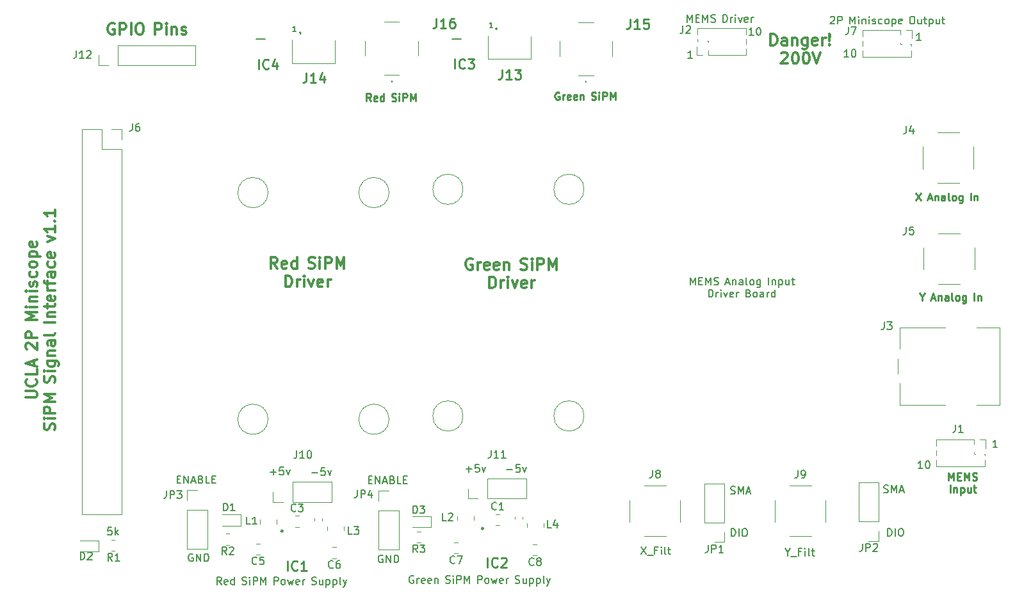
<source format=gbr>
%TF.GenerationSoftware,KiCad,Pcbnew,(7.0.0)*%
%TF.CreationDate,2024-03-13T17:03:37-07:00*%
%TF.ProjectId,2P_miniscope_interconnect_board_v3,32505f6d-696e-4697-9363-6f70655f696e,rev?*%
%TF.SameCoordinates,Original*%
%TF.FileFunction,Legend,Top*%
%TF.FilePolarity,Positive*%
%FSLAX46Y46*%
G04 Gerber Fmt 4.6, Leading zero omitted, Abs format (unit mm)*
G04 Created by KiCad (PCBNEW (7.0.0)) date 2024-03-13 17:03:37*
%MOMM*%
%LPD*%
G01*
G04 APERTURE LIST*
%ADD10C,0.150000*%
%ADD11C,0.250000*%
%ADD12C,0.300000*%
%ADD13C,0.175000*%
%ADD14C,0.375000*%
%ADD15C,0.254000*%
%ADD16C,0.120000*%
%ADD17C,0.200000*%
%ADD18C,0.100000*%
G04 APERTURE END LIST*
D10*
X179294761Y-150801190D02*
X179294761Y-151277380D01*
X178961428Y-150277380D02*
X179294761Y-150801190D01*
X179294761Y-150801190D02*
X179628094Y-150277380D01*
X179723333Y-151372619D02*
X180485237Y-151372619D01*
X181056666Y-150753571D02*
X180723333Y-150753571D01*
X180723333Y-151277380D02*
X180723333Y-150277380D01*
X180723333Y-150277380D02*
X181199523Y-150277380D01*
X181580476Y-151277380D02*
X181580476Y-150610714D01*
X181580476Y-150277380D02*
X181532857Y-150325000D01*
X181532857Y-150325000D02*
X181580476Y-150372619D01*
X181580476Y-150372619D02*
X181628095Y-150325000D01*
X181628095Y-150325000D02*
X181580476Y-150277380D01*
X181580476Y-150277380D02*
X181580476Y-150372619D01*
X182199523Y-151277380D02*
X182104285Y-151229761D01*
X182104285Y-151229761D02*
X182056666Y-151134523D01*
X182056666Y-151134523D02*
X182056666Y-150277380D01*
X182437619Y-150610714D02*
X182818571Y-150610714D01*
X182580476Y-150277380D02*
X182580476Y-151134523D01*
X182580476Y-151134523D02*
X182628095Y-151229761D01*
X182628095Y-151229761D02*
X182723333Y-151277380D01*
X182723333Y-151277380D02*
X182818571Y-151277380D01*
X184945238Y-80002619D02*
X184992857Y-79955000D01*
X184992857Y-79955000D02*
X185088095Y-79907380D01*
X185088095Y-79907380D02*
X185326190Y-79907380D01*
X185326190Y-79907380D02*
X185421428Y-79955000D01*
X185421428Y-79955000D02*
X185469047Y-80002619D01*
X185469047Y-80002619D02*
X185516666Y-80097857D01*
X185516666Y-80097857D02*
X185516666Y-80193095D01*
X185516666Y-80193095D02*
X185469047Y-80335952D01*
X185469047Y-80335952D02*
X184897619Y-80907380D01*
X184897619Y-80907380D02*
X185516666Y-80907380D01*
X185945238Y-80907380D02*
X185945238Y-79907380D01*
X185945238Y-79907380D02*
X186326190Y-79907380D01*
X186326190Y-79907380D02*
X186421428Y-79955000D01*
X186421428Y-79955000D02*
X186469047Y-80002619D01*
X186469047Y-80002619D02*
X186516666Y-80097857D01*
X186516666Y-80097857D02*
X186516666Y-80240714D01*
X186516666Y-80240714D02*
X186469047Y-80335952D01*
X186469047Y-80335952D02*
X186421428Y-80383571D01*
X186421428Y-80383571D02*
X186326190Y-80431190D01*
X186326190Y-80431190D02*
X185945238Y-80431190D01*
X187545238Y-80907380D02*
X187545238Y-79907380D01*
X187545238Y-79907380D02*
X187878571Y-80621666D01*
X187878571Y-80621666D02*
X188211904Y-79907380D01*
X188211904Y-79907380D02*
X188211904Y-80907380D01*
X188688095Y-80907380D02*
X188688095Y-80240714D01*
X188688095Y-79907380D02*
X188640476Y-79955000D01*
X188640476Y-79955000D02*
X188688095Y-80002619D01*
X188688095Y-80002619D02*
X188735714Y-79955000D01*
X188735714Y-79955000D02*
X188688095Y-79907380D01*
X188688095Y-79907380D02*
X188688095Y-80002619D01*
X189164285Y-80240714D02*
X189164285Y-80907380D01*
X189164285Y-80335952D02*
X189211904Y-80288333D01*
X189211904Y-80288333D02*
X189307142Y-80240714D01*
X189307142Y-80240714D02*
X189449999Y-80240714D01*
X189449999Y-80240714D02*
X189545237Y-80288333D01*
X189545237Y-80288333D02*
X189592856Y-80383571D01*
X189592856Y-80383571D02*
X189592856Y-80907380D01*
X190069047Y-80907380D02*
X190069047Y-80240714D01*
X190069047Y-79907380D02*
X190021428Y-79955000D01*
X190021428Y-79955000D02*
X190069047Y-80002619D01*
X190069047Y-80002619D02*
X190116666Y-79955000D01*
X190116666Y-79955000D02*
X190069047Y-79907380D01*
X190069047Y-79907380D02*
X190069047Y-80002619D01*
X190497618Y-80859761D02*
X190592856Y-80907380D01*
X190592856Y-80907380D02*
X190783332Y-80907380D01*
X190783332Y-80907380D02*
X190878570Y-80859761D01*
X190878570Y-80859761D02*
X190926189Y-80764523D01*
X190926189Y-80764523D02*
X190926189Y-80716904D01*
X190926189Y-80716904D02*
X190878570Y-80621666D01*
X190878570Y-80621666D02*
X190783332Y-80574047D01*
X190783332Y-80574047D02*
X190640475Y-80574047D01*
X190640475Y-80574047D02*
X190545237Y-80526428D01*
X190545237Y-80526428D02*
X190497618Y-80431190D01*
X190497618Y-80431190D02*
X190497618Y-80383571D01*
X190497618Y-80383571D02*
X190545237Y-80288333D01*
X190545237Y-80288333D02*
X190640475Y-80240714D01*
X190640475Y-80240714D02*
X190783332Y-80240714D01*
X190783332Y-80240714D02*
X190878570Y-80288333D01*
X191783332Y-80859761D02*
X191688094Y-80907380D01*
X191688094Y-80907380D02*
X191497618Y-80907380D01*
X191497618Y-80907380D02*
X191402380Y-80859761D01*
X191402380Y-80859761D02*
X191354761Y-80812142D01*
X191354761Y-80812142D02*
X191307142Y-80716904D01*
X191307142Y-80716904D02*
X191307142Y-80431190D01*
X191307142Y-80431190D02*
X191354761Y-80335952D01*
X191354761Y-80335952D02*
X191402380Y-80288333D01*
X191402380Y-80288333D02*
X191497618Y-80240714D01*
X191497618Y-80240714D02*
X191688094Y-80240714D01*
X191688094Y-80240714D02*
X191783332Y-80288333D01*
X192354761Y-80907380D02*
X192259523Y-80859761D01*
X192259523Y-80859761D02*
X192211904Y-80812142D01*
X192211904Y-80812142D02*
X192164285Y-80716904D01*
X192164285Y-80716904D02*
X192164285Y-80431190D01*
X192164285Y-80431190D02*
X192211904Y-80335952D01*
X192211904Y-80335952D02*
X192259523Y-80288333D01*
X192259523Y-80288333D02*
X192354761Y-80240714D01*
X192354761Y-80240714D02*
X192497618Y-80240714D01*
X192497618Y-80240714D02*
X192592856Y-80288333D01*
X192592856Y-80288333D02*
X192640475Y-80335952D01*
X192640475Y-80335952D02*
X192688094Y-80431190D01*
X192688094Y-80431190D02*
X192688094Y-80716904D01*
X192688094Y-80716904D02*
X192640475Y-80812142D01*
X192640475Y-80812142D02*
X192592856Y-80859761D01*
X192592856Y-80859761D02*
X192497618Y-80907380D01*
X192497618Y-80907380D02*
X192354761Y-80907380D01*
X193116666Y-80240714D02*
X193116666Y-81240714D01*
X193116666Y-80288333D02*
X193211904Y-80240714D01*
X193211904Y-80240714D02*
X193402380Y-80240714D01*
X193402380Y-80240714D02*
X193497618Y-80288333D01*
X193497618Y-80288333D02*
X193545237Y-80335952D01*
X193545237Y-80335952D02*
X193592856Y-80431190D01*
X193592856Y-80431190D02*
X193592856Y-80716904D01*
X193592856Y-80716904D02*
X193545237Y-80812142D01*
X193545237Y-80812142D02*
X193497618Y-80859761D01*
X193497618Y-80859761D02*
X193402380Y-80907380D01*
X193402380Y-80907380D02*
X193211904Y-80907380D01*
X193211904Y-80907380D02*
X193116666Y-80859761D01*
X194402380Y-80859761D02*
X194307142Y-80907380D01*
X194307142Y-80907380D02*
X194116666Y-80907380D01*
X194116666Y-80907380D02*
X194021428Y-80859761D01*
X194021428Y-80859761D02*
X193973809Y-80764523D01*
X193973809Y-80764523D02*
X193973809Y-80383571D01*
X193973809Y-80383571D02*
X194021428Y-80288333D01*
X194021428Y-80288333D02*
X194116666Y-80240714D01*
X194116666Y-80240714D02*
X194307142Y-80240714D01*
X194307142Y-80240714D02*
X194402380Y-80288333D01*
X194402380Y-80288333D02*
X194449999Y-80383571D01*
X194449999Y-80383571D02*
X194449999Y-80478809D01*
X194449999Y-80478809D02*
X193973809Y-80574047D01*
X195669047Y-79907380D02*
X195859523Y-79907380D01*
X195859523Y-79907380D02*
X195954761Y-79955000D01*
X195954761Y-79955000D02*
X196049999Y-80050238D01*
X196049999Y-80050238D02*
X196097618Y-80240714D01*
X196097618Y-80240714D02*
X196097618Y-80574047D01*
X196097618Y-80574047D02*
X196049999Y-80764523D01*
X196049999Y-80764523D02*
X195954761Y-80859761D01*
X195954761Y-80859761D02*
X195859523Y-80907380D01*
X195859523Y-80907380D02*
X195669047Y-80907380D01*
X195669047Y-80907380D02*
X195573809Y-80859761D01*
X195573809Y-80859761D02*
X195478571Y-80764523D01*
X195478571Y-80764523D02*
X195430952Y-80574047D01*
X195430952Y-80574047D02*
X195430952Y-80240714D01*
X195430952Y-80240714D02*
X195478571Y-80050238D01*
X195478571Y-80050238D02*
X195573809Y-79955000D01*
X195573809Y-79955000D02*
X195669047Y-79907380D01*
X196954761Y-80240714D02*
X196954761Y-80907380D01*
X196526190Y-80240714D02*
X196526190Y-80764523D01*
X196526190Y-80764523D02*
X196573809Y-80859761D01*
X196573809Y-80859761D02*
X196669047Y-80907380D01*
X196669047Y-80907380D02*
X196811904Y-80907380D01*
X196811904Y-80907380D02*
X196907142Y-80859761D01*
X196907142Y-80859761D02*
X196954761Y-80812142D01*
X197288095Y-80240714D02*
X197669047Y-80240714D01*
X197430952Y-79907380D02*
X197430952Y-80764523D01*
X197430952Y-80764523D02*
X197478571Y-80859761D01*
X197478571Y-80859761D02*
X197573809Y-80907380D01*
X197573809Y-80907380D02*
X197669047Y-80907380D01*
X198002381Y-80240714D02*
X198002381Y-81240714D01*
X198002381Y-80288333D02*
X198097619Y-80240714D01*
X198097619Y-80240714D02*
X198288095Y-80240714D01*
X198288095Y-80240714D02*
X198383333Y-80288333D01*
X198383333Y-80288333D02*
X198430952Y-80335952D01*
X198430952Y-80335952D02*
X198478571Y-80431190D01*
X198478571Y-80431190D02*
X198478571Y-80716904D01*
X198478571Y-80716904D02*
X198430952Y-80812142D01*
X198430952Y-80812142D02*
X198383333Y-80859761D01*
X198383333Y-80859761D02*
X198288095Y-80907380D01*
X198288095Y-80907380D02*
X198097619Y-80907380D01*
X198097619Y-80907380D02*
X198002381Y-80859761D01*
X199335714Y-80240714D02*
X199335714Y-80907380D01*
X198907143Y-80240714D02*
X198907143Y-80764523D01*
X198907143Y-80764523D02*
X198954762Y-80859761D01*
X198954762Y-80859761D02*
X199050000Y-80907380D01*
X199050000Y-80907380D02*
X199192857Y-80907380D01*
X199192857Y-80907380D02*
X199288095Y-80859761D01*
X199288095Y-80859761D02*
X199335714Y-80812142D01*
X199669048Y-80240714D02*
X200050000Y-80240714D01*
X199811905Y-79907380D02*
X199811905Y-80764523D01*
X199811905Y-80764523D02*
X199859524Y-80859761D01*
X199859524Y-80859761D02*
X199954762Y-80907380D01*
X199954762Y-80907380D02*
X200050000Y-80907380D01*
D11*
X197079523Y-117041190D02*
X197079523Y-117517380D01*
X196746190Y-116517380D02*
X197079523Y-117041190D01*
X197079523Y-117041190D02*
X197412856Y-116517380D01*
X198298571Y-117231666D02*
X198774761Y-117231666D01*
X198203333Y-117517380D02*
X198536666Y-116517380D01*
X198536666Y-116517380D02*
X198869999Y-117517380D01*
X199203333Y-116850714D02*
X199203333Y-117517380D01*
X199203333Y-116945952D02*
X199250952Y-116898333D01*
X199250952Y-116898333D02*
X199346190Y-116850714D01*
X199346190Y-116850714D02*
X199489047Y-116850714D01*
X199489047Y-116850714D02*
X199584285Y-116898333D01*
X199584285Y-116898333D02*
X199631904Y-116993571D01*
X199631904Y-116993571D02*
X199631904Y-117517380D01*
X200536666Y-117517380D02*
X200536666Y-116993571D01*
X200536666Y-116993571D02*
X200489047Y-116898333D01*
X200489047Y-116898333D02*
X200393809Y-116850714D01*
X200393809Y-116850714D02*
X200203333Y-116850714D01*
X200203333Y-116850714D02*
X200108095Y-116898333D01*
X200536666Y-117469761D02*
X200441428Y-117517380D01*
X200441428Y-117517380D02*
X200203333Y-117517380D01*
X200203333Y-117517380D02*
X200108095Y-117469761D01*
X200108095Y-117469761D02*
X200060476Y-117374523D01*
X200060476Y-117374523D02*
X200060476Y-117279285D01*
X200060476Y-117279285D02*
X200108095Y-117184047D01*
X200108095Y-117184047D02*
X200203333Y-117136428D01*
X200203333Y-117136428D02*
X200441428Y-117136428D01*
X200441428Y-117136428D02*
X200536666Y-117088809D01*
X201155714Y-117517380D02*
X201060476Y-117469761D01*
X201060476Y-117469761D02*
X201012857Y-117374523D01*
X201012857Y-117374523D02*
X201012857Y-116517380D01*
X201679524Y-117517380D02*
X201584286Y-117469761D01*
X201584286Y-117469761D02*
X201536667Y-117422142D01*
X201536667Y-117422142D02*
X201489048Y-117326904D01*
X201489048Y-117326904D02*
X201489048Y-117041190D01*
X201489048Y-117041190D02*
X201536667Y-116945952D01*
X201536667Y-116945952D02*
X201584286Y-116898333D01*
X201584286Y-116898333D02*
X201679524Y-116850714D01*
X201679524Y-116850714D02*
X201822381Y-116850714D01*
X201822381Y-116850714D02*
X201917619Y-116898333D01*
X201917619Y-116898333D02*
X201965238Y-116945952D01*
X201965238Y-116945952D02*
X202012857Y-117041190D01*
X202012857Y-117041190D02*
X202012857Y-117326904D01*
X202012857Y-117326904D02*
X201965238Y-117422142D01*
X201965238Y-117422142D02*
X201917619Y-117469761D01*
X201917619Y-117469761D02*
X201822381Y-117517380D01*
X201822381Y-117517380D02*
X201679524Y-117517380D01*
X202870000Y-116850714D02*
X202870000Y-117660238D01*
X202870000Y-117660238D02*
X202822381Y-117755476D01*
X202822381Y-117755476D02*
X202774762Y-117803095D01*
X202774762Y-117803095D02*
X202679524Y-117850714D01*
X202679524Y-117850714D02*
X202536667Y-117850714D01*
X202536667Y-117850714D02*
X202441429Y-117803095D01*
X202870000Y-117469761D02*
X202774762Y-117517380D01*
X202774762Y-117517380D02*
X202584286Y-117517380D01*
X202584286Y-117517380D02*
X202489048Y-117469761D01*
X202489048Y-117469761D02*
X202441429Y-117422142D01*
X202441429Y-117422142D02*
X202393810Y-117326904D01*
X202393810Y-117326904D02*
X202393810Y-117041190D01*
X202393810Y-117041190D02*
X202441429Y-116945952D01*
X202441429Y-116945952D02*
X202489048Y-116898333D01*
X202489048Y-116898333D02*
X202584286Y-116850714D01*
X202584286Y-116850714D02*
X202774762Y-116850714D01*
X202774762Y-116850714D02*
X202870000Y-116898333D01*
X203946191Y-117517380D02*
X203946191Y-116517380D01*
X204422381Y-116850714D02*
X204422381Y-117517380D01*
X204422381Y-116945952D02*
X204470000Y-116898333D01*
X204470000Y-116898333D02*
X204565238Y-116850714D01*
X204565238Y-116850714D02*
X204708095Y-116850714D01*
X204708095Y-116850714D02*
X204803333Y-116898333D01*
X204803333Y-116898333D02*
X204850952Y-116993571D01*
X204850952Y-116993571D02*
X204850952Y-117517380D01*
X200586667Y-141307380D02*
X200586667Y-140307380D01*
X200586667Y-140307380D02*
X200920000Y-141021666D01*
X200920000Y-141021666D02*
X201253333Y-140307380D01*
X201253333Y-140307380D02*
X201253333Y-141307380D01*
X201729524Y-140783571D02*
X202062857Y-140783571D01*
X202205714Y-141307380D02*
X201729524Y-141307380D01*
X201729524Y-141307380D02*
X201729524Y-140307380D01*
X201729524Y-140307380D02*
X202205714Y-140307380D01*
X202634286Y-141307380D02*
X202634286Y-140307380D01*
X202634286Y-140307380D02*
X202967619Y-141021666D01*
X202967619Y-141021666D02*
X203300952Y-140307380D01*
X203300952Y-140307380D02*
X203300952Y-141307380D01*
X203729524Y-141259761D02*
X203872381Y-141307380D01*
X203872381Y-141307380D02*
X204110476Y-141307380D01*
X204110476Y-141307380D02*
X204205714Y-141259761D01*
X204205714Y-141259761D02*
X204253333Y-141212142D01*
X204253333Y-141212142D02*
X204300952Y-141116904D01*
X204300952Y-141116904D02*
X204300952Y-141021666D01*
X204300952Y-141021666D02*
X204253333Y-140926428D01*
X204253333Y-140926428D02*
X204205714Y-140878809D01*
X204205714Y-140878809D02*
X204110476Y-140831190D01*
X204110476Y-140831190D02*
X203920000Y-140783571D01*
X203920000Y-140783571D02*
X203824762Y-140735952D01*
X203824762Y-140735952D02*
X203777143Y-140688333D01*
X203777143Y-140688333D02*
X203729524Y-140593095D01*
X203729524Y-140593095D02*
X203729524Y-140497857D01*
X203729524Y-140497857D02*
X203777143Y-140402619D01*
X203777143Y-140402619D02*
X203824762Y-140355000D01*
X203824762Y-140355000D02*
X203920000Y-140307380D01*
X203920000Y-140307380D02*
X204158095Y-140307380D01*
X204158095Y-140307380D02*
X204300952Y-140355000D01*
X200777143Y-142927380D02*
X200777143Y-141927380D01*
X201253333Y-142260714D02*
X201253333Y-142927380D01*
X201253333Y-142355952D02*
X201300952Y-142308333D01*
X201300952Y-142308333D02*
X201396190Y-142260714D01*
X201396190Y-142260714D02*
X201539047Y-142260714D01*
X201539047Y-142260714D02*
X201634285Y-142308333D01*
X201634285Y-142308333D02*
X201681904Y-142403571D01*
X201681904Y-142403571D02*
X201681904Y-142927380D01*
X202158095Y-142260714D02*
X202158095Y-143260714D01*
X202158095Y-142308333D02*
X202253333Y-142260714D01*
X202253333Y-142260714D02*
X202443809Y-142260714D01*
X202443809Y-142260714D02*
X202539047Y-142308333D01*
X202539047Y-142308333D02*
X202586666Y-142355952D01*
X202586666Y-142355952D02*
X202634285Y-142451190D01*
X202634285Y-142451190D02*
X202634285Y-142736904D01*
X202634285Y-142736904D02*
X202586666Y-142832142D01*
X202586666Y-142832142D02*
X202539047Y-142879761D01*
X202539047Y-142879761D02*
X202443809Y-142927380D01*
X202443809Y-142927380D02*
X202253333Y-142927380D01*
X202253333Y-142927380D02*
X202158095Y-142879761D01*
X203491428Y-142260714D02*
X203491428Y-142927380D01*
X203062857Y-142260714D02*
X203062857Y-142784523D01*
X203062857Y-142784523D02*
X203110476Y-142879761D01*
X203110476Y-142879761D02*
X203205714Y-142927380D01*
X203205714Y-142927380D02*
X203348571Y-142927380D01*
X203348571Y-142927380D02*
X203443809Y-142879761D01*
X203443809Y-142879761D02*
X203491428Y-142832142D01*
X203824762Y-142260714D02*
X204205714Y-142260714D01*
X203967619Y-141927380D02*
X203967619Y-142784523D01*
X203967619Y-142784523D02*
X204015238Y-142879761D01*
X204015238Y-142879761D02*
X204110476Y-142927380D01*
X204110476Y-142927380D02*
X204205714Y-142927380D01*
D10*
X166705714Y-85417380D02*
X166134286Y-85417380D01*
X166420000Y-85417380D02*
X166420000Y-84417380D01*
X166420000Y-84417380D02*
X166324762Y-84560238D01*
X166324762Y-84560238D02*
X166229524Y-84655476D01*
X166229524Y-84655476D02*
X166134286Y-84703095D01*
X174779523Y-82387380D02*
X174208095Y-82387380D01*
X174493809Y-82387380D02*
X174493809Y-81387380D01*
X174493809Y-81387380D02*
X174398571Y-81530238D01*
X174398571Y-81530238D02*
X174303333Y-81625476D01*
X174303333Y-81625476D02*
X174208095Y-81673095D01*
X175398571Y-81387380D02*
X175493809Y-81387380D01*
X175493809Y-81387380D02*
X175589047Y-81435000D01*
X175589047Y-81435000D02*
X175636666Y-81482619D01*
X175636666Y-81482619D02*
X175684285Y-81577857D01*
X175684285Y-81577857D02*
X175731904Y-81768333D01*
X175731904Y-81768333D02*
X175731904Y-82006428D01*
X175731904Y-82006428D02*
X175684285Y-82196904D01*
X175684285Y-82196904D02*
X175636666Y-82292142D01*
X175636666Y-82292142D02*
X175589047Y-82339761D01*
X175589047Y-82339761D02*
X175493809Y-82387380D01*
X175493809Y-82387380D02*
X175398571Y-82387380D01*
X175398571Y-82387380D02*
X175303333Y-82339761D01*
X175303333Y-82339761D02*
X175255714Y-82292142D01*
X175255714Y-82292142D02*
X175208095Y-82196904D01*
X175208095Y-82196904D02*
X175160476Y-82006428D01*
X175160476Y-82006428D02*
X175160476Y-81768333D01*
X175160476Y-81768333D02*
X175208095Y-81577857D01*
X175208095Y-81577857D02*
X175255714Y-81482619D01*
X175255714Y-81482619D02*
X175303333Y-81435000D01*
X175303333Y-81435000D02*
X175398571Y-81387380D01*
X207015714Y-136957380D02*
X206444286Y-136957380D01*
X206730000Y-136957380D02*
X206730000Y-135957380D01*
X206730000Y-135957380D02*
X206634762Y-136100238D01*
X206634762Y-136100238D02*
X206539524Y-136195476D01*
X206539524Y-136195476D02*
X206444286Y-136243095D01*
D12*
X111834285Y-113276071D02*
X111334285Y-112561785D01*
X110977142Y-113276071D02*
X110977142Y-111776071D01*
X110977142Y-111776071D02*
X111548571Y-111776071D01*
X111548571Y-111776071D02*
X111691428Y-111847500D01*
X111691428Y-111847500D02*
X111762857Y-111918928D01*
X111762857Y-111918928D02*
X111834285Y-112061785D01*
X111834285Y-112061785D02*
X111834285Y-112276071D01*
X111834285Y-112276071D02*
X111762857Y-112418928D01*
X111762857Y-112418928D02*
X111691428Y-112490357D01*
X111691428Y-112490357D02*
X111548571Y-112561785D01*
X111548571Y-112561785D02*
X110977142Y-112561785D01*
X113048571Y-113204642D02*
X112905714Y-113276071D01*
X112905714Y-113276071D02*
X112620000Y-113276071D01*
X112620000Y-113276071D02*
X112477142Y-113204642D01*
X112477142Y-113204642D02*
X112405714Y-113061785D01*
X112405714Y-113061785D02*
X112405714Y-112490357D01*
X112405714Y-112490357D02*
X112477142Y-112347500D01*
X112477142Y-112347500D02*
X112620000Y-112276071D01*
X112620000Y-112276071D02*
X112905714Y-112276071D01*
X112905714Y-112276071D02*
X113048571Y-112347500D01*
X113048571Y-112347500D02*
X113120000Y-112490357D01*
X113120000Y-112490357D02*
X113120000Y-112633214D01*
X113120000Y-112633214D02*
X112405714Y-112776071D01*
X114405714Y-113276071D02*
X114405714Y-111776071D01*
X114405714Y-113204642D02*
X114262856Y-113276071D01*
X114262856Y-113276071D02*
X113977142Y-113276071D01*
X113977142Y-113276071D02*
X113834285Y-113204642D01*
X113834285Y-113204642D02*
X113762856Y-113133214D01*
X113762856Y-113133214D02*
X113691428Y-112990357D01*
X113691428Y-112990357D02*
X113691428Y-112561785D01*
X113691428Y-112561785D02*
X113762856Y-112418928D01*
X113762856Y-112418928D02*
X113834285Y-112347500D01*
X113834285Y-112347500D02*
X113977142Y-112276071D01*
X113977142Y-112276071D02*
X114262856Y-112276071D01*
X114262856Y-112276071D02*
X114405714Y-112347500D01*
X115948571Y-113204642D02*
X116162857Y-113276071D01*
X116162857Y-113276071D02*
X116519999Y-113276071D01*
X116519999Y-113276071D02*
X116662857Y-113204642D01*
X116662857Y-113204642D02*
X116734285Y-113133214D01*
X116734285Y-113133214D02*
X116805714Y-112990357D01*
X116805714Y-112990357D02*
X116805714Y-112847500D01*
X116805714Y-112847500D02*
X116734285Y-112704642D01*
X116734285Y-112704642D02*
X116662857Y-112633214D01*
X116662857Y-112633214D02*
X116519999Y-112561785D01*
X116519999Y-112561785D02*
X116234285Y-112490357D01*
X116234285Y-112490357D02*
X116091428Y-112418928D01*
X116091428Y-112418928D02*
X116019999Y-112347500D01*
X116019999Y-112347500D02*
X115948571Y-112204642D01*
X115948571Y-112204642D02*
X115948571Y-112061785D01*
X115948571Y-112061785D02*
X116019999Y-111918928D01*
X116019999Y-111918928D02*
X116091428Y-111847500D01*
X116091428Y-111847500D02*
X116234285Y-111776071D01*
X116234285Y-111776071D02*
X116591428Y-111776071D01*
X116591428Y-111776071D02*
X116805714Y-111847500D01*
X117448570Y-113276071D02*
X117448570Y-112276071D01*
X117448570Y-111776071D02*
X117377142Y-111847500D01*
X117377142Y-111847500D02*
X117448570Y-111918928D01*
X117448570Y-111918928D02*
X117519999Y-111847500D01*
X117519999Y-111847500D02*
X117448570Y-111776071D01*
X117448570Y-111776071D02*
X117448570Y-111918928D01*
X118162856Y-113276071D02*
X118162856Y-111776071D01*
X118162856Y-111776071D02*
X118734285Y-111776071D01*
X118734285Y-111776071D02*
X118877142Y-111847500D01*
X118877142Y-111847500D02*
X118948571Y-111918928D01*
X118948571Y-111918928D02*
X119019999Y-112061785D01*
X119019999Y-112061785D02*
X119019999Y-112276071D01*
X119019999Y-112276071D02*
X118948571Y-112418928D01*
X118948571Y-112418928D02*
X118877142Y-112490357D01*
X118877142Y-112490357D02*
X118734285Y-112561785D01*
X118734285Y-112561785D02*
X118162856Y-112561785D01*
X119662856Y-113276071D02*
X119662856Y-111776071D01*
X119662856Y-111776071D02*
X120162856Y-112847500D01*
X120162856Y-112847500D02*
X120662856Y-111776071D01*
X120662856Y-111776071D02*
X120662856Y-113276071D01*
X112927143Y-115706071D02*
X112927143Y-114206071D01*
X112927143Y-114206071D02*
X113284286Y-114206071D01*
X113284286Y-114206071D02*
X113498572Y-114277500D01*
X113498572Y-114277500D02*
X113641429Y-114420357D01*
X113641429Y-114420357D02*
X113712858Y-114563214D01*
X113712858Y-114563214D02*
X113784286Y-114848928D01*
X113784286Y-114848928D02*
X113784286Y-115063214D01*
X113784286Y-115063214D02*
X113712858Y-115348928D01*
X113712858Y-115348928D02*
X113641429Y-115491785D01*
X113641429Y-115491785D02*
X113498572Y-115634642D01*
X113498572Y-115634642D02*
X113284286Y-115706071D01*
X113284286Y-115706071D02*
X112927143Y-115706071D01*
X114427143Y-115706071D02*
X114427143Y-114706071D01*
X114427143Y-114991785D02*
X114498572Y-114848928D01*
X114498572Y-114848928D02*
X114570001Y-114777500D01*
X114570001Y-114777500D02*
X114712858Y-114706071D01*
X114712858Y-114706071D02*
X114855715Y-114706071D01*
X115355714Y-115706071D02*
X115355714Y-114706071D01*
X115355714Y-114206071D02*
X115284286Y-114277500D01*
X115284286Y-114277500D02*
X115355714Y-114348928D01*
X115355714Y-114348928D02*
X115427143Y-114277500D01*
X115427143Y-114277500D02*
X115355714Y-114206071D01*
X115355714Y-114206071D02*
X115355714Y-114348928D01*
X115927143Y-114706071D02*
X116284286Y-115706071D01*
X116284286Y-115706071D02*
X116641429Y-114706071D01*
X117784286Y-115634642D02*
X117641429Y-115706071D01*
X117641429Y-115706071D02*
X117355715Y-115706071D01*
X117355715Y-115706071D02*
X117212857Y-115634642D01*
X117212857Y-115634642D02*
X117141429Y-115491785D01*
X117141429Y-115491785D02*
X117141429Y-114920357D01*
X117141429Y-114920357D02*
X117212857Y-114777500D01*
X117212857Y-114777500D02*
X117355715Y-114706071D01*
X117355715Y-114706071D02*
X117641429Y-114706071D01*
X117641429Y-114706071D02*
X117784286Y-114777500D01*
X117784286Y-114777500D02*
X117855715Y-114920357D01*
X117855715Y-114920357D02*
X117855715Y-115063214D01*
X117855715Y-115063214D02*
X117141429Y-115206071D01*
X118498571Y-115706071D02*
X118498571Y-114706071D01*
X118498571Y-114991785D02*
X118570000Y-114848928D01*
X118570000Y-114848928D02*
X118641429Y-114777500D01*
X118641429Y-114777500D02*
X118784286Y-114706071D01*
X118784286Y-114706071D02*
X118927143Y-114706071D01*
X137605715Y-112007500D02*
X137462858Y-111936071D01*
X137462858Y-111936071D02*
X137248572Y-111936071D01*
X137248572Y-111936071D02*
X137034286Y-112007500D01*
X137034286Y-112007500D02*
X136891429Y-112150357D01*
X136891429Y-112150357D02*
X136820000Y-112293214D01*
X136820000Y-112293214D02*
X136748572Y-112578928D01*
X136748572Y-112578928D02*
X136748572Y-112793214D01*
X136748572Y-112793214D02*
X136820000Y-113078928D01*
X136820000Y-113078928D02*
X136891429Y-113221785D01*
X136891429Y-113221785D02*
X137034286Y-113364642D01*
X137034286Y-113364642D02*
X137248572Y-113436071D01*
X137248572Y-113436071D02*
X137391429Y-113436071D01*
X137391429Y-113436071D02*
X137605715Y-113364642D01*
X137605715Y-113364642D02*
X137677143Y-113293214D01*
X137677143Y-113293214D02*
X137677143Y-112793214D01*
X137677143Y-112793214D02*
X137391429Y-112793214D01*
X138320000Y-113436071D02*
X138320000Y-112436071D01*
X138320000Y-112721785D02*
X138391429Y-112578928D01*
X138391429Y-112578928D02*
X138462858Y-112507500D01*
X138462858Y-112507500D02*
X138605715Y-112436071D01*
X138605715Y-112436071D02*
X138748572Y-112436071D01*
X139820000Y-113364642D02*
X139677143Y-113436071D01*
X139677143Y-113436071D02*
X139391429Y-113436071D01*
X139391429Y-113436071D02*
X139248571Y-113364642D01*
X139248571Y-113364642D02*
X139177143Y-113221785D01*
X139177143Y-113221785D02*
X139177143Y-112650357D01*
X139177143Y-112650357D02*
X139248571Y-112507500D01*
X139248571Y-112507500D02*
X139391429Y-112436071D01*
X139391429Y-112436071D02*
X139677143Y-112436071D01*
X139677143Y-112436071D02*
X139820000Y-112507500D01*
X139820000Y-112507500D02*
X139891429Y-112650357D01*
X139891429Y-112650357D02*
X139891429Y-112793214D01*
X139891429Y-112793214D02*
X139177143Y-112936071D01*
X141105714Y-113364642D02*
X140962857Y-113436071D01*
X140962857Y-113436071D02*
X140677143Y-113436071D01*
X140677143Y-113436071D02*
X140534285Y-113364642D01*
X140534285Y-113364642D02*
X140462857Y-113221785D01*
X140462857Y-113221785D02*
X140462857Y-112650357D01*
X140462857Y-112650357D02*
X140534285Y-112507500D01*
X140534285Y-112507500D02*
X140677143Y-112436071D01*
X140677143Y-112436071D02*
X140962857Y-112436071D01*
X140962857Y-112436071D02*
X141105714Y-112507500D01*
X141105714Y-112507500D02*
X141177143Y-112650357D01*
X141177143Y-112650357D02*
X141177143Y-112793214D01*
X141177143Y-112793214D02*
X140462857Y-112936071D01*
X141819999Y-112436071D02*
X141819999Y-113436071D01*
X141819999Y-112578928D02*
X141891428Y-112507500D01*
X141891428Y-112507500D02*
X142034285Y-112436071D01*
X142034285Y-112436071D02*
X142248571Y-112436071D01*
X142248571Y-112436071D02*
X142391428Y-112507500D01*
X142391428Y-112507500D02*
X142462857Y-112650357D01*
X142462857Y-112650357D02*
X142462857Y-113436071D01*
X144005714Y-113364642D02*
X144220000Y-113436071D01*
X144220000Y-113436071D02*
X144577142Y-113436071D01*
X144577142Y-113436071D02*
X144720000Y-113364642D01*
X144720000Y-113364642D02*
X144791428Y-113293214D01*
X144791428Y-113293214D02*
X144862857Y-113150357D01*
X144862857Y-113150357D02*
X144862857Y-113007500D01*
X144862857Y-113007500D02*
X144791428Y-112864642D01*
X144791428Y-112864642D02*
X144720000Y-112793214D01*
X144720000Y-112793214D02*
X144577142Y-112721785D01*
X144577142Y-112721785D02*
X144291428Y-112650357D01*
X144291428Y-112650357D02*
X144148571Y-112578928D01*
X144148571Y-112578928D02*
X144077142Y-112507500D01*
X144077142Y-112507500D02*
X144005714Y-112364642D01*
X144005714Y-112364642D02*
X144005714Y-112221785D01*
X144005714Y-112221785D02*
X144077142Y-112078928D01*
X144077142Y-112078928D02*
X144148571Y-112007500D01*
X144148571Y-112007500D02*
X144291428Y-111936071D01*
X144291428Y-111936071D02*
X144648571Y-111936071D01*
X144648571Y-111936071D02*
X144862857Y-112007500D01*
X145505713Y-113436071D02*
X145505713Y-112436071D01*
X145505713Y-111936071D02*
X145434285Y-112007500D01*
X145434285Y-112007500D02*
X145505713Y-112078928D01*
X145505713Y-112078928D02*
X145577142Y-112007500D01*
X145577142Y-112007500D02*
X145505713Y-111936071D01*
X145505713Y-111936071D02*
X145505713Y-112078928D01*
X146219999Y-113436071D02*
X146219999Y-111936071D01*
X146219999Y-111936071D02*
X146791428Y-111936071D01*
X146791428Y-111936071D02*
X146934285Y-112007500D01*
X146934285Y-112007500D02*
X147005714Y-112078928D01*
X147005714Y-112078928D02*
X147077142Y-112221785D01*
X147077142Y-112221785D02*
X147077142Y-112436071D01*
X147077142Y-112436071D02*
X147005714Y-112578928D01*
X147005714Y-112578928D02*
X146934285Y-112650357D01*
X146934285Y-112650357D02*
X146791428Y-112721785D01*
X146791428Y-112721785D02*
X146219999Y-112721785D01*
X147719999Y-113436071D02*
X147719999Y-111936071D01*
X147719999Y-111936071D02*
X148219999Y-113007500D01*
X148219999Y-113007500D02*
X148719999Y-111936071D01*
X148719999Y-111936071D02*
X148719999Y-113436071D01*
X139877143Y-115866071D02*
X139877143Y-114366071D01*
X139877143Y-114366071D02*
X140234286Y-114366071D01*
X140234286Y-114366071D02*
X140448572Y-114437500D01*
X140448572Y-114437500D02*
X140591429Y-114580357D01*
X140591429Y-114580357D02*
X140662858Y-114723214D01*
X140662858Y-114723214D02*
X140734286Y-115008928D01*
X140734286Y-115008928D02*
X140734286Y-115223214D01*
X140734286Y-115223214D02*
X140662858Y-115508928D01*
X140662858Y-115508928D02*
X140591429Y-115651785D01*
X140591429Y-115651785D02*
X140448572Y-115794642D01*
X140448572Y-115794642D02*
X140234286Y-115866071D01*
X140234286Y-115866071D02*
X139877143Y-115866071D01*
X141377143Y-115866071D02*
X141377143Y-114866071D01*
X141377143Y-115151785D02*
X141448572Y-115008928D01*
X141448572Y-115008928D02*
X141520001Y-114937500D01*
X141520001Y-114937500D02*
X141662858Y-114866071D01*
X141662858Y-114866071D02*
X141805715Y-114866071D01*
X142305714Y-115866071D02*
X142305714Y-114866071D01*
X142305714Y-114366071D02*
X142234286Y-114437500D01*
X142234286Y-114437500D02*
X142305714Y-114508928D01*
X142305714Y-114508928D02*
X142377143Y-114437500D01*
X142377143Y-114437500D02*
X142305714Y-114366071D01*
X142305714Y-114366071D02*
X142305714Y-114508928D01*
X142877143Y-114866071D02*
X143234286Y-115866071D01*
X143234286Y-115866071D02*
X143591429Y-114866071D01*
X144734286Y-115794642D02*
X144591429Y-115866071D01*
X144591429Y-115866071D02*
X144305715Y-115866071D01*
X144305715Y-115866071D02*
X144162857Y-115794642D01*
X144162857Y-115794642D02*
X144091429Y-115651785D01*
X144091429Y-115651785D02*
X144091429Y-115080357D01*
X144091429Y-115080357D02*
X144162857Y-114937500D01*
X144162857Y-114937500D02*
X144305715Y-114866071D01*
X144305715Y-114866071D02*
X144591429Y-114866071D01*
X144591429Y-114866071D02*
X144734286Y-114937500D01*
X144734286Y-114937500D02*
X144805715Y-115080357D01*
X144805715Y-115080357D02*
X144805715Y-115223214D01*
X144805715Y-115223214D02*
X144091429Y-115366071D01*
X145448571Y-115866071D02*
X145448571Y-114866071D01*
X145448571Y-115151785D02*
X145520000Y-115008928D01*
X145520000Y-115008928D02*
X145591429Y-114937500D01*
X145591429Y-114937500D02*
X145734286Y-114866071D01*
X145734286Y-114866071D02*
X145877143Y-114866071D01*
X90277142Y-80882500D02*
X90134285Y-80811071D01*
X90134285Y-80811071D02*
X89919999Y-80811071D01*
X89919999Y-80811071D02*
X89705713Y-80882500D01*
X89705713Y-80882500D02*
X89562856Y-81025357D01*
X89562856Y-81025357D02*
X89491427Y-81168214D01*
X89491427Y-81168214D02*
X89419999Y-81453928D01*
X89419999Y-81453928D02*
X89419999Y-81668214D01*
X89419999Y-81668214D02*
X89491427Y-81953928D01*
X89491427Y-81953928D02*
X89562856Y-82096785D01*
X89562856Y-82096785D02*
X89705713Y-82239642D01*
X89705713Y-82239642D02*
X89919999Y-82311071D01*
X89919999Y-82311071D02*
X90062856Y-82311071D01*
X90062856Y-82311071D02*
X90277142Y-82239642D01*
X90277142Y-82239642D02*
X90348570Y-82168214D01*
X90348570Y-82168214D02*
X90348570Y-81668214D01*
X90348570Y-81668214D02*
X90062856Y-81668214D01*
X90991427Y-82311071D02*
X90991427Y-80811071D01*
X90991427Y-80811071D02*
X91562856Y-80811071D01*
X91562856Y-80811071D02*
X91705713Y-80882500D01*
X91705713Y-80882500D02*
X91777142Y-80953928D01*
X91777142Y-80953928D02*
X91848570Y-81096785D01*
X91848570Y-81096785D02*
X91848570Y-81311071D01*
X91848570Y-81311071D02*
X91777142Y-81453928D01*
X91777142Y-81453928D02*
X91705713Y-81525357D01*
X91705713Y-81525357D02*
X91562856Y-81596785D01*
X91562856Y-81596785D02*
X90991427Y-81596785D01*
X92491427Y-82311071D02*
X92491427Y-80811071D01*
X93491428Y-80811071D02*
X93777142Y-80811071D01*
X93777142Y-80811071D02*
X93919999Y-80882500D01*
X93919999Y-80882500D02*
X94062856Y-81025357D01*
X94062856Y-81025357D02*
X94134285Y-81311071D01*
X94134285Y-81311071D02*
X94134285Y-81811071D01*
X94134285Y-81811071D02*
X94062856Y-82096785D01*
X94062856Y-82096785D02*
X93919999Y-82239642D01*
X93919999Y-82239642D02*
X93777142Y-82311071D01*
X93777142Y-82311071D02*
X93491428Y-82311071D01*
X93491428Y-82311071D02*
X93348571Y-82239642D01*
X93348571Y-82239642D02*
X93205713Y-82096785D01*
X93205713Y-82096785D02*
X93134285Y-81811071D01*
X93134285Y-81811071D02*
X93134285Y-81311071D01*
X93134285Y-81311071D02*
X93205713Y-81025357D01*
X93205713Y-81025357D02*
X93348571Y-80882500D01*
X93348571Y-80882500D02*
X93491428Y-80811071D01*
X95677142Y-82311071D02*
X95677142Y-80811071D01*
X95677142Y-80811071D02*
X96248571Y-80811071D01*
X96248571Y-80811071D02*
X96391428Y-80882500D01*
X96391428Y-80882500D02*
X96462857Y-80953928D01*
X96462857Y-80953928D02*
X96534285Y-81096785D01*
X96534285Y-81096785D02*
X96534285Y-81311071D01*
X96534285Y-81311071D02*
X96462857Y-81453928D01*
X96462857Y-81453928D02*
X96391428Y-81525357D01*
X96391428Y-81525357D02*
X96248571Y-81596785D01*
X96248571Y-81596785D02*
X95677142Y-81596785D01*
X97177142Y-82311071D02*
X97177142Y-81311071D01*
X97177142Y-80811071D02*
X97105714Y-80882500D01*
X97105714Y-80882500D02*
X97177142Y-80953928D01*
X97177142Y-80953928D02*
X97248571Y-80882500D01*
X97248571Y-80882500D02*
X97177142Y-80811071D01*
X97177142Y-80811071D02*
X97177142Y-80953928D01*
X97891428Y-81311071D02*
X97891428Y-82311071D01*
X97891428Y-81453928D02*
X97962857Y-81382500D01*
X97962857Y-81382500D02*
X98105714Y-81311071D01*
X98105714Y-81311071D02*
X98320000Y-81311071D01*
X98320000Y-81311071D02*
X98462857Y-81382500D01*
X98462857Y-81382500D02*
X98534286Y-81525357D01*
X98534286Y-81525357D02*
X98534286Y-82311071D01*
X99177143Y-82239642D02*
X99320000Y-82311071D01*
X99320000Y-82311071D02*
X99605714Y-82311071D01*
X99605714Y-82311071D02*
X99748571Y-82239642D01*
X99748571Y-82239642D02*
X99820000Y-82096785D01*
X99820000Y-82096785D02*
X99820000Y-82025357D01*
X99820000Y-82025357D02*
X99748571Y-81882500D01*
X99748571Y-81882500D02*
X99605714Y-81811071D01*
X99605714Y-81811071D02*
X99391429Y-81811071D01*
X99391429Y-81811071D02*
X99248571Y-81739642D01*
X99248571Y-81739642D02*
X99177143Y-81596785D01*
X99177143Y-81596785D02*
X99177143Y-81525357D01*
X99177143Y-81525357D02*
X99248571Y-81382500D01*
X99248571Y-81382500D02*
X99391429Y-81311071D01*
X99391429Y-81311071D02*
X99605714Y-81311071D01*
X99605714Y-81311071D02*
X99748571Y-81382500D01*
D13*
X114290000Y-81897166D02*
X113890000Y-81897166D01*
X114090000Y-81897166D02*
X114090000Y-81197166D01*
X114090000Y-81197166D02*
X114023333Y-81297166D01*
X114023333Y-81297166D02*
X113956667Y-81363833D01*
X113956667Y-81363833D02*
X113890000Y-81397166D01*
D10*
X171836191Y-148717380D02*
X171836191Y-147717380D01*
X171836191Y-147717380D02*
X172074286Y-147717380D01*
X172074286Y-147717380D02*
X172217143Y-147765000D01*
X172217143Y-147765000D02*
X172312381Y-147860238D01*
X172312381Y-147860238D02*
X172360000Y-147955476D01*
X172360000Y-147955476D02*
X172407619Y-148145952D01*
X172407619Y-148145952D02*
X172407619Y-148288809D01*
X172407619Y-148288809D02*
X172360000Y-148479285D01*
X172360000Y-148479285D02*
X172312381Y-148574523D01*
X172312381Y-148574523D02*
X172217143Y-148669761D01*
X172217143Y-148669761D02*
X172074286Y-148717380D01*
X172074286Y-148717380D02*
X171836191Y-148717380D01*
X172836191Y-148717380D02*
X172836191Y-147717380D01*
X173502857Y-147717380D02*
X173693333Y-147717380D01*
X173693333Y-147717380D02*
X173788571Y-147765000D01*
X173788571Y-147765000D02*
X173883809Y-147860238D01*
X173883809Y-147860238D02*
X173931428Y-148050714D01*
X173931428Y-148050714D02*
X173931428Y-148384047D01*
X173931428Y-148384047D02*
X173883809Y-148574523D01*
X173883809Y-148574523D02*
X173788571Y-148669761D01*
X173788571Y-148669761D02*
X173693333Y-148717380D01*
X173693333Y-148717380D02*
X173502857Y-148717380D01*
X173502857Y-148717380D02*
X173407619Y-148669761D01*
X173407619Y-148669761D02*
X173312381Y-148574523D01*
X173312381Y-148574523D02*
X173264762Y-148384047D01*
X173264762Y-148384047D02*
X173264762Y-148050714D01*
X173264762Y-148050714D02*
X173312381Y-147860238D01*
X173312381Y-147860238D02*
X173407619Y-147765000D01*
X173407619Y-147765000D02*
X173502857Y-147717380D01*
X192024286Y-142899761D02*
X192167143Y-142947380D01*
X192167143Y-142947380D02*
X192405238Y-142947380D01*
X192405238Y-142947380D02*
X192500476Y-142899761D01*
X192500476Y-142899761D02*
X192548095Y-142852142D01*
X192548095Y-142852142D02*
X192595714Y-142756904D01*
X192595714Y-142756904D02*
X192595714Y-142661666D01*
X192595714Y-142661666D02*
X192548095Y-142566428D01*
X192548095Y-142566428D02*
X192500476Y-142518809D01*
X192500476Y-142518809D02*
X192405238Y-142471190D01*
X192405238Y-142471190D02*
X192214762Y-142423571D01*
X192214762Y-142423571D02*
X192119524Y-142375952D01*
X192119524Y-142375952D02*
X192071905Y-142328333D01*
X192071905Y-142328333D02*
X192024286Y-142233095D01*
X192024286Y-142233095D02*
X192024286Y-142137857D01*
X192024286Y-142137857D02*
X192071905Y-142042619D01*
X192071905Y-142042619D02*
X192119524Y-141995000D01*
X192119524Y-141995000D02*
X192214762Y-141947380D01*
X192214762Y-141947380D02*
X192452857Y-141947380D01*
X192452857Y-141947380D02*
X192595714Y-141995000D01*
X193024286Y-142947380D02*
X193024286Y-141947380D01*
X193024286Y-141947380D02*
X193357619Y-142661666D01*
X193357619Y-142661666D02*
X193690952Y-141947380D01*
X193690952Y-141947380D02*
X193690952Y-142947380D01*
X194119524Y-142661666D02*
X194595714Y-142661666D01*
X194024286Y-142947380D02*
X194357619Y-141947380D01*
X194357619Y-141947380D02*
X194690952Y-142947380D01*
X104432380Y-155107380D02*
X104099047Y-154631190D01*
X103860952Y-155107380D02*
X103860952Y-154107380D01*
X103860952Y-154107380D02*
X104241904Y-154107380D01*
X104241904Y-154107380D02*
X104337142Y-154155000D01*
X104337142Y-154155000D02*
X104384761Y-154202619D01*
X104384761Y-154202619D02*
X104432380Y-154297857D01*
X104432380Y-154297857D02*
X104432380Y-154440714D01*
X104432380Y-154440714D02*
X104384761Y-154535952D01*
X104384761Y-154535952D02*
X104337142Y-154583571D01*
X104337142Y-154583571D02*
X104241904Y-154631190D01*
X104241904Y-154631190D02*
X103860952Y-154631190D01*
X105241904Y-155059761D02*
X105146666Y-155107380D01*
X105146666Y-155107380D02*
X104956190Y-155107380D01*
X104956190Y-155107380D02*
X104860952Y-155059761D01*
X104860952Y-155059761D02*
X104813333Y-154964523D01*
X104813333Y-154964523D02*
X104813333Y-154583571D01*
X104813333Y-154583571D02*
X104860952Y-154488333D01*
X104860952Y-154488333D02*
X104956190Y-154440714D01*
X104956190Y-154440714D02*
X105146666Y-154440714D01*
X105146666Y-154440714D02*
X105241904Y-154488333D01*
X105241904Y-154488333D02*
X105289523Y-154583571D01*
X105289523Y-154583571D02*
X105289523Y-154678809D01*
X105289523Y-154678809D02*
X104813333Y-154774047D01*
X106146666Y-155107380D02*
X106146666Y-154107380D01*
X106146666Y-155059761D02*
X106051428Y-155107380D01*
X106051428Y-155107380D02*
X105860952Y-155107380D01*
X105860952Y-155107380D02*
X105765714Y-155059761D01*
X105765714Y-155059761D02*
X105718095Y-155012142D01*
X105718095Y-155012142D02*
X105670476Y-154916904D01*
X105670476Y-154916904D02*
X105670476Y-154631190D01*
X105670476Y-154631190D02*
X105718095Y-154535952D01*
X105718095Y-154535952D02*
X105765714Y-154488333D01*
X105765714Y-154488333D02*
X105860952Y-154440714D01*
X105860952Y-154440714D02*
X106051428Y-154440714D01*
X106051428Y-154440714D02*
X106146666Y-154488333D01*
X107175238Y-155059761D02*
X107318095Y-155107380D01*
X107318095Y-155107380D02*
X107556190Y-155107380D01*
X107556190Y-155107380D02*
X107651428Y-155059761D01*
X107651428Y-155059761D02*
X107699047Y-155012142D01*
X107699047Y-155012142D02*
X107746666Y-154916904D01*
X107746666Y-154916904D02*
X107746666Y-154821666D01*
X107746666Y-154821666D02*
X107699047Y-154726428D01*
X107699047Y-154726428D02*
X107651428Y-154678809D01*
X107651428Y-154678809D02*
X107556190Y-154631190D01*
X107556190Y-154631190D02*
X107365714Y-154583571D01*
X107365714Y-154583571D02*
X107270476Y-154535952D01*
X107270476Y-154535952D02*
X107222857Y-154488333D01*
X107222857Y-154488333D02*
X107175238Y-154393095D01*
X107175238Y-154393095D02*
X107175238Y-154297857D01*
X107175238Y-154297857D02*
X107222857Y-154202619D01*
X107222857Y-154202619D02*
X107270476Y-154155000D01*
X107270476Y-154155000D02*
X107365714Y-154107380D01*
X107365714Y-154107380D02*
X107603809Y-154107380D01*
X107603809Y-154107380D02*
X107746666Y-154155000D01*
X108175238Y-155107380D02*
X108175238Y-154440714D01*
X108175238Y-154107380D02*
X108127619Y-154155000D01*
X108127619Y-154155000D02*
X108175238Y-154202619D01*
X108175238Y-154202619D02*
X108222857Y-154155000D01*
X108222857Y-154155000D02*
X108175238Y-154107380D01*
X108175238Y-154107380D02*
X108175238Y-154202619D01*
X108651428Y-155107380D02*
X108651428Y-154107380D01*
X108651428Y-154107380D02*
X109032380Y-154107380D01*
X109032380Y-154107380D02*
X109127618Y-154155000D01*
X109127618Y-154155000D02*
X109175237Y-154202619D01*
X109175237Y-154202619D02*
X109222856Y-154297857D01*
X109222856Y-154297857D02*
X109222856Y-154440714D01*
X109222856Y-154440714D02*
X109175237Y-154535952D01*
X109175237Y-154535952D02*
X109127618Y-154583571D01*
X109127618Y-154583571D02*
X109032380Y-154631190D01*
X109032380Y-154631190D02*
X108651428Y-154631190D01*
X109651428Y-155107380D02*
X109651428Y-154107380D01*
X109651428Y-154107380D02*
X109984761Y-154821666D01*
X109984761Y-154821666D02*
X110318094Y-154107380D01*
X110318094Y-154107380D02*
X110318094Y-155107380D01*
X111394285Y-155107380D02*
X111394285Y-154107380D01*
X111394285Y-154107380D02*
X111775237Y-154107380D01*
X111775237Y-154107380D02*
X111870475Y-154155000D01*
X111870475Y-154155000D02*
X111918094Y-154202619D01*
X111918094Y-154202619D02*
X111965713Y-154297857D01*
X111965713Y-154297857D02*
X111965713Y-154440714D01*
X111965713Y-154440714D02*
X111918094Y-154535952D01*
X111918094Y-154535952D02*
X111870475Y-154583571D01*
X111870475Y-154583571D02*
X111775237Y-154631190D01*
X111775237Y-154631190D02*
X111394285Y-154631190D01*
X112537142Y-155107380D02*
X112441904Y-155059761D01*
X112441904Y-155059761D02*
X112394285Y-155012142D01*
X112394285Y-155012142D02*
X112346666Y-154916904D01*
X112346666Y-154916904D02*
X112346666Y-154631190D01*
X112346666Y-154631190D02*
X112394285Y-154535952D01*
X112394285Y-154535952D02*
X112441904Y-154488333D01*
X112441904Y-154488333D02*
X112537142Y-154440714D01*
X112537142Y-154440714D02*
X112679999Y-154440714D01*
X112679999Y-154440714D02*
X112775237Y-154488333D01*
X112775237Y-154488333D02*
X112822856Y-154535952D01*
X112822856Y-154535952D02*
X112870475Y-154631190D01*
X112870475Y-154631190D02*
X112870475Y-154916904D01*
X112870475Y-154916904D02*
X112822856Y-155012142D01*
X112822856Y-155012142D02*
X112775237Y-155059761D01*
X112775237Y-155059761D02*
X112679999Y-155107380D01*
X112679999Y-155107380D02*
X112537142Y-155107380D01*
X113203809Y-154440714D02*
X113394285Y-155107380D01*
X113394285Y-155107380D02*
X113584761Y-154631190D01*
X113584761Y-154631190D02*
X113775237Y-155107380D01*
X113775237Y-155107380D02*
X113965713Y-154440714D01*
X114727618Y-155059761D02*
X114632380Y-155107380D01*
X114632380Y-155107380D02*
X114441904Y-155107380D01*
X114441904Y-155107380D02*
X114346666Y-155059761D01*
X114346666Y-155059761D02*
X114299047Y-154964523D01*
X114299047Y-154964523D02*
X114299047Y-154583571D01*
X114299047Y-154583571D02*
X114346666Y-154488333D01*
X114346666Y-154488333D02*
X114441904Y-154440714D01*
X114441904Y-154440714D02*
X114632380Y-154440714D01*
X114632380Y-154440714D02*
X114727618Y-154488333D01*
X114727618Y-154488333D02*
X114775237Y-154583571D01*
X114775237Y-154583571D02*
X114775237Y-154678809D01*
X114775237Y-154678809D02*
X114299047Y-154774047D01*
X115203809Y-155107380D02*
X115203809Y-154440714D01*
X115203809Y-154631190D02*
X115251428Y-154535952D01*
X115251428Y-154535952D02*
X115299047Y-154488333D01*
X115299047Y-154488333D02*
X115394285Y-154440714D01*
X115394285Y-154440714D02*
X115489523Y-154440714D01*
X116375238Y-155059761D02*
X116518095Y-155107380D01*
X116518095Y-155107380D02*
X116756190Y-155107380D01*
X116756190Y-155107380D02*
X116851428Y-155059761D01*
X116851428Y-155059761D02*
X116899047Y-155012142D01*
X116899047Y-155012142D02*
X116946666Y-154916904D01*
X116946666Y-154916904D02*
X116946666Y-154821666D01*
X116946666Y-154821666D02*
X116899047Y-154726428D01*
X116899047Y-154726428D02*
X116851428Y-154678809D01*
X116851428Y-154678809D02*
X116756190Y-154631190D01*
X116756190Y-154631190D02*
X116565714Y-154583571D01*
X116565714Y-154583571D02*
X116470476Y-154535952D01*
X116470476Y-154535952D02*
X116422857Y-154488333D01*
X116422857Y-154488333D02*
X116375238Y-154393095D01*
X116375238Y-154393095D02*
X116375238Y-154297857D01*
X116375238Y-154297857D02*
X116422857Y-154202619D01*
X116422857Y-154202619D02*
X116470476Y-154155000D01*
X116470476Y-154155000D02*
X116565714Y-154107380D01*
X116565714Y-154107380D02*
X116803809Y-154107380D01*
X116803809Y-154107380D02*
X116946666Y-154155000D01*
X117803809Y-154440714D02*
X117803809Y-155107380D01*
X117375238Y-154440714D02*
X117375238Y-154964523D01*
X117375238Y-154964523D02*
X117422857Y-155059761D01*
X117422857Y-155059761D02*
X117518095Y-155107380D01*
X117518095Y-155107380D02*
X117660952Y-155107380D01*
X117660952Y-155107380D02*
X117756190Y-155059761D01*
X117756190Y-155059761D02*
X117803809Y-155012142D01*
X118280000Y-154440714D02*
X118280000Y-155440714D01*
X118280000Y-154488333D02*
X118375238Y-154440714D01*
X118375238Y-154440714D02*
X118565714Y-154440714D01*
X118565714Y-154440714D02*
X118660952Y-154488333D01*
X118660952Y-154488333D02*
X118708571Y-154535952D01*
X118708571Y-154535952D02*
X118756190Y-154631190D01*
X118756190Y-154631190D02*
X118756190Y-154916904D01*
X118756190Y-154916904D02*
X118708571Y-155012142D01*
X118708571Y-155012142D02*
X118660952Y-155059761D01*
X118660952Y-155059761D02*
X118565714Y-155107380D01*
X118565714Y-155107380D02*
X118375238Y-155107380D01*
X118375238Y-155107380D02*
X118280000Y-155059761D01*
X119184762Y-154440714D02*
X119184762Y-155440714D01*
X119184762Y-154488333D02*
X119280000Y-154440714D01*
X119280000Y-154440714D02*
X119470476Y-154440714D01*
X119470476Y-154440714D02*
X119565714Y-154488333D01*
X119565714Y-154488333D02*
X119613333Y-154535952D01*
X119613333Y-154535952D02*
X119660952Y-154631190D01*
X119660952Y-154631190D02*
X119660952Y-154916904D01*
X119660952Y-154916904D02*
X119613333Y-155012142D01*
X119613333Y-155012142D02*
X119565714Y-155059761D01*
X119565714Y-155059761D02*
X119470476Y-155107380D01*
X119470476Y-155107380D02*
X119280000Y-155107380D01*
X119280000Y-155107380D02*
X119184762Y-155059761D01*
X120232381Y-155107380D02*
X120137143Y-155059761D01*
X120137143Y-155059761D02*
X120089524Y-154964523D01*
X120089524Y-154964523D02*
X120089524Y-154107380D01*
X120518096Y-154440714D02*
X120756191Y-155107380D01*
X120994286Y-154440714D02*
X120756191Y-155107380D01*
X120756191Y-155107380D02*
X120660953Y-155345476D01*
X120660953Y-155345476D02*
X120613334Y-155393095D01*
X120613334Y-155393095D02*
X120518096Y-155440714D01*
X129826665Y-153985000D02*
X129731427Y-153937380D01*
X129731427Y-153937380D02*
X129588570Y-153937380D01*
X129588570Y-153937380D02*
X129445713Y-153985000D01*
X129445713Y-153985000D02*
X129350475Y-154080238D01*
X129350475Y-154080238D02*
X129302856Y-154175476D01*
X129302856Y-154175476D02*
X129255237Y-154365952D01*
X129255237Y-154365952D02*
X129255237Y-154508809D01*
X129255237Y-154508809D02*
X129302856Y-154699285D01*
X129302856Y-154699285D02*
X129350475Y-154794523D01*
X129350475Y-154794523D02*
X129445713Y-154889761D01*
X129445713Y-154889761D02*
X129588570Y-154937380D01*
X129588570Y-154937380D02*
X129683808Y-154937380D01*
X129683808Y-154937380D02*
X129826665Y-154889761D01*
X129826665Y-154889761D02*
X129874284Y-154842142D01*
X129874284Y-154842142D02*
X129874284Y-154508809D01*
X129874284Y-154508809D02*
X129683808Y-154508809D01*
X130302856Y-154937380D02*
X130302856Y-154270714D01*
X130302856Y-154461190D02*
X130350475Y-154365952D01*
X130350475Y-154365952D02*
X130398094Y-154318333D01*
X130398094Y-154318333D02*
X130493332Y-154270714D01*
X130493332Y-154270714D02*
X130588570Y-154270714D01*
X131302856Y-154889761D02*
X131207618Y-154937380D01*
X131207618Y-154937380D02*
X131017142Y-154937380D01*
X131017142Y-154937380D02*
X130921904Y-154889761D01*
X130921904Y-154889761D02*
X130874285Y-154794523D01*
X130874285Y-154794523D02*
X130874285Y-154413571D01*
X130874285Y-154413571D02*
X130921904Y-154318333D01*
X130921904Y-154318333D02*
X131017142Y-154270714D01*
X131017142Y-154270714D02*
X131207618Y-154270714D01*
X131207618Y-154270714D02*
X131302856Y-154318333D01*
X131302856Y-154318333D02*
X131350475Y-154413571D01*
X131350475Y-154413571D02*
X131350475Y-154508809D01*
X131350475Y-154508809D02*
X130874285Y-154604047D01*
X132159999Y-154889761D02*
X132064761Y-154937380D01*
X132064761Y-154937380D02*
X131874285Y-154937380D01*
X131874285Y-154937380D02*
X131779047Y-154889761D01*
X131779047Y-154889761D02*
X131731428Y-154794523D01*
X131731428Y-154794523D02*
X131731428Y-154413571D01*
X131731428Y-154413571D02*
X131779047Y-154318333D01*
X131779047Y-154318333D02*
X131874285Y-154270714D01*
X131874285Y-154270714D02*
X132064761Y-154270714D01*
X132064761Y-154270714D02*
X132159999Y-154318333D01*
X132159999Y-154318333D02*
X132207618Y-154413571D01*
X132207618Y-154413571D02*
X132207618Y-154508809D01*
X132207618Y-154508809D02*
X131731428Y-154604047D01*
X132636190Y-154270714D02*
X132636190Y-154937380D01*
X132636190Y-154365952D02*
X132683809Y-154318333D01*
X132683809Y-154318333D02*
X132779047Y-154270714D01*
X132779047Y-154270714D02*
X132921904Y-154270714D01*
X132921904Y-154270714D02*
X133017142Y-154318333D01*
X133017142Y-154318333D02*
X133064761Y-154413571D01*
X133064761Y-154413571D02*
X133064761Y-154937380D01*
X134093333Y-154889761D02*
X134236190Y-154937380D01*
X134236190Y-154937380D02*
X134474285Y-154937380D01*
X134474285Y-154937380D02*
X134569523Y-154889761D01*
X134569523Y-154889761D02*
X134617142Y-154842142D01*
X134617142Y-154842142D02*
X134664761Y-154746904D01*
X134664761Y-154746904D02*
X134664761Y-154651666D01*
X134664761Y-154651666D02*
X134617142Y-154556428D01*
X134617142Y-154556428D02*
X134569523Y-154508809D01*
X134569523Y-154508809D02*
X134474285Y-154461190D01*
X134474285Y-154461190D02*
X134283809Y-154413571D01*
X134283809Y-154413571D02*
X134188571Y-154365952D01*
X134188571Y-154365952D02*
X134140952Y-154318333D01*
X134140952Y-154318333D02*
X134093333Y-154223095D01*
X134093333Y-154223095D02*
X134093333Y-154127857D01*
X134093333Y-154127857D02*
X134140952Y-154032619D01*
X134140952Y-154032619D02*
X134188571Y-153985000D01*
X134188571Y-153985000D02*
X134283809Y-153937380D01*
X134283809Y-153937380D02*
X134521904Y-153937380D01*
X134521904Y-153937380D02*
X134664761Y-153985000D01*
X135093333Y-154937380D02*
X135093333Y-154270714D01*
X135093333Y-153937380D02*
X135045714Y-153985000D01*
X135045714Y-153985000D02*
X135093333Y-154032619D01*
X135093333Y-154032619D02*
X135140952Y-153985000D01*
X135140952Y-153985000D02*
X135093333Y-153937380D01*
X135093333Y-153937380D02*
X135093333Y-154032619D01*
X135569523Y-154937380D02*
X135569523Y-153937380D01*
X135569523Y-153937380D02*
X135950475Y-153937380D01*
X135950475Y-153937380D02*
X136045713Y-153985000D01*
X136045713Y-153985000D02*
X136093332Y-154032619D01*
X136093332Y-154032619D02*
X136140951Y-154127857D01*
X136140951Y-154127857D02*
X136140951Y-154270714D01*
X136140951Y-154270714D02*
X136093332Y-154365952D01*
X136093332Y-154365952D02*
X136045713Y-154413571D01*
X136045713Y-154413571D02*
X135950475Y-154461190D01*
X135950475Y-154461190D02*
X135569523Y-154461190D01*
X136569523Y-154937380D02*
X136569523Y-153937380D01*
X136569523Y-153937380D02*
X136902856Y-154651666D01*
X136902856Y-154651666D02*
X137236189Y-153937380D01*
X137236189Y-153937380D02*
X137236189Y-154937380D01*
X138312380Y-154937380D02*
X138312380Y-153937380D01*
X138312380Y-153937380D02*
X138693332Y-153937380D01*
X138693332Y-153937380D02*
X138788570Y-153985000D01*
X138788570Y-153985000D02*
X138836189Y-154032619D01*
X138836189Y-154032619D02*
X138883808Y-154127857D01*
X138883808Y-154127857D02*
X138883808Y-154270714D01*
X138883808Y-154270714D02*
X138836189Y-154365952D01*
X138836189Y-154365952D02*
X138788570Y-154413571D01*
X138788570Y-154413571D02*
X138693332Y-154461190D01*
X138693332Y-154461190D02*
X138312380Y-154461190D01*
X139455237Y-154937380D02*
X139359999Y-154889761D01*
X139359999Y-154889761D02*
X139312380Y-154842142D01*
X139312380Y-154842142D02*
X139264761Y-154746904D01*
X139264761Y-154746904D02*
X139264761Y-154461190D01*
X139264761Y-154461190D02*
X139312380Y-154365952D01*
X139312380Y-154365952D02*
X139359999Y-154318333D01*
X139359999Y-154318333D02*
X139455237Y-154270714D01*
X139455237Y-154270714D02*
X139598094Y-154270714D01*
X139598094Y-154270714D02*
X139693332Y-154318333D01*
X139693332Y-154318333D02*
X139740951Y-154365952D01*
X139740951Y-154365952D02*
X139788570Y-154461190D01*
X139788570Y-154461190D02*
X139788570Y-154746904D01*
X139788570Y-154746904D02*
X139740951Y-154842142D01*
X139740951Y-154842142D02*
X139693332Y-154889761D01*
X139693332Y-154889761D02*
X139598094Y-154937380D01*
X139598094Y-154937380D02*
X139455237Y-154937380D01*
X140121904Y-154270714D02*
X140312380Y-154937380D01*
X140312380Y-154937380D02*
X140502856Y-154461190D01*
X140502856Y-154461190D02*
X140693332Y-154937380D01*
X140693332Y-154937380D02*
X140883808Y-154270714D01*
X141645713Y-154889761D02*
X141550475Y-154937380D01*
X141550475Y-154937380D02*
X141359999Y-154937380D01*
X141359999Y-154937380D02*
X141264761Y-154889761D01*
X141264761Y-154889761D02*
X141217142Y-154794523D01*
X141217142Y-154794523D02*
X141217142Y-154413571D01*
X141217142Y-154413571D02*
X141264761Y-154318333D01*
X141264761Y-154318333D02*
X141359999Y-154270714D01*
X141359999Y-154270714D02*
X141550475Y-154270714D01*
X141550475Y-154270714D02*
X141645713Y-154318333D01*
X141645713Y-154318333D02*
X141693332Y-154413571D01*
X141693332Y-154413571D02*
X141693332Y-154508809D01*
X141693332Y-154508809D02*
X141217142Y-154604047D01*
X142121904Y-154937380D02*
X142121904Y-154270714D01*
X142121904Y-154461190D02*
X142169523Y-154365952D01*
X142169523Y-154365952D02*
X142217142Y-154318333D01*
X142217142Y-154318333D02*
X142312380Y-154270714D01*
X142312380Y-154270714D02*
X142407618Y-154270714D01*
X143293333Y-154889761D02*
X143436190Y-154937380D01*
X143436190Y-154937380D02*
X143674285Y-154937380D01*
X143674285Y-154937380D02*
X143769523Y-154889761D01*
X143769523Y-154889761D02*
X143817142Y-154842142D01*
X143817142Y-154842142D02*
X143864761Y-154746904D01*
X143864761Y-154746904D02*
X143864761Y-154651666D01*
X143864761Y-154651666D02*
X143817142Y-154556428D01*
X143817142Y-154556428D02*
X143769523Y-154508809D01*
X143769523Y-154508809D02*
X143674285Y-154461190D01*
X143674285Y-154461190D02*
X143483809Y-154413571D01*
X143483809Y-154413571D02*
X143388571Y-154365952D01*
X143388571Y-154365952D02*
X143340952Y-154318333D01*
X143340952Y-154318333D02*
X143293333Y-154223095D01*
X143293333Y-154223095D02*
X143293333Y-154127857D01*
X143293333Y-154127857D02*
X143340952Y-154032619D01*
X143340952Y-154032619D02*
X143388571Y-153985000D01*
X143388571Y-153985000D02*
X143483809Y-153937380D01*
X143483809Y-153937380D02*
X143721904Y-153937380D01*
X143721904Y-153937380D02*
X143864761Y-153985000D01*
X144721904Y-154270714D02*
X144721904Y-154937380D01*
X144293333Y-154270714D02*
X144293333Y-154794523D01*
X144293333Y-154794523D02*
X144340952Y-154889761D01*
X144340952Y-154889761D02*
X144436190Y-154937380D01*
X144436190Y-154937380D02*
X144579047Y-154937380D01*
X144579047Y-154937380D02*
X144674285Y-154889761D01*
X144674285Y-154889761D02*
X144721904Y-154842142D01*
X145198095Y-154270714D02*
X145198095Y-155270714D01*
X145198095Y-154318333D02*
X145293333Y-154270714D01*
X145293333Y-154270714D02*
X145483809Y-154270714D01*
X145483809Y-154270714D02*
X145579047Y-154318333D01*
X145579047Y-154318333D02*
X145626666Y-154365952D01*
X145626666Y-154365952D02*
X145674285Y-154461190D01*
X145674285Y-154461190D02*
X145674285Y-154746904D01*
X145674285Y-154746904D02*
X145626666Y-154842142D01*
X145626666Y-154842142D02*
X145579047Y-154889761D01*
X145579047Y-154889761D02*
X145483809Y-154937380D01*
X145483809Y-154937380D02*
X145293333Y-154937380D01*
X145293333Y-154937380D02*
X145198095Y-154889761D01*
X146102857Y-154270714D02*
X146102857Y-155270714D01*
X146102857Y-154318333D02*
X146198095Y-154270714D01*
X146198095Y-154270714D02*
X146388571Y-154270714D01*
X146388571Y-154270714D02*
X146483809Y-154318333D01*
X146483809Y-154318333D02*
X146531428Y-154365952D01*
X146531428Y-154365952D02*
X146579047Y-154461190D01*
X146579047Y-154461190D02*
X146579047Y-154746904D01*
X146579047Y-154746904D02*
X146531428Y-154842142D01*
X146531428Y-154842142D02*
X146483809Y-154889761D01*
X146483809Y-154889761D02*
X146388571Y-154937380D01*
X146388571Y-154937380D02*
X146198095Y-154937380D01*
X146198095Y-154937380D02*
X146102857Y-154889761D01*
X147150476Y-154937380D02*
X147055238Y-154889761D01*
X147055238Y-154889761D02*
X147007619Y-154794523D01*
X147007619Y-154794523D02*
X147007619Y-153937380D01*
X147436191Y-154270714D02*
X147674286Y-154937380D01*
X147912381Y-154270714D02*
X147674286Y-154937380D01*
X147674286Y-154937380D02*
X147579048Y-155175476D01*
X147579048Y-155175476D02*
X147531429Y-155223095D01*
X147531429Y-155223095D02*
X147436191Y-155270714D01*
D11*
X124202857Y-91127380D02*
X123869524Y-90651190D01*
X123631429Y-91127380D02*
X123631429Y-90127380D01*
X123631429Y-90127380D02*
X124012381Y-90127380D01*
X124012381Y-90127380D02*
X124107619Y-90175000D01*
X124107619Y-90175000D02*
X124155238Y-90222619D01*
X124155238Y-90222619D02*
X124202857Y-90317857D01*
X124202857Y-90317857D02*
X124202857Y-90460714D01*
X124202857Y-90460714D02*
X124155238Y-90555952D01*
X124155238Y-90555952D02*
X124107619Y-90603571D01*
X124107619Y-90603571D02*
X124012381Y-90651190D01*
X124012381Y-90651190D02*
X123631429Y-90651190D01*
X125012381Y-91079761D02*
X124917143Y-91127380D01*
X124917143Y-91127380D02*
X124726667Y-91127380D01*
X124726667Y-91127380D02*
X124631429Y-91079761D01*
X124631429Y-91079761D02*
X124583810Y-90984523D01*
X124583810Y-90984523D02*
X124583810Y-90603571D01*
X124583810Y-90603571D02*
X124631429Y-90508333D01*
X124631429Y-90508333D02*
X124726667Y-90460714D01*
X124726667Y-90460714D02*
X124917143Y-90460714D01*
X124917143Y-90460714D02*
X125012381Y-90508333D01*
X125012381Y-90508333D02*
X125060000Y-90603571D01*
X125060000Y-90603571D02*
X125060000Y-90698809D01*
X125060000Y-90698809D02*
X124583810Y-90794047D01*
X125917143Y-91127380D02*
X125917143Y-90127380D01*
X125917143Y-91079761D02*
X125821905Y-91127380D01*
X125821905Y-91127380D02*
X125631429Y-91127380D01*
X125631429Y-91127380D02*
X125536191Y-91079761D01*
X125536191Y-91079761D02*
X125488572Y-91032142D01*
X125488572Y-91032142D02*
X125440953Y-90936904D01*
X125440953Y-90936904D02*
X125440953Y-90651190D01*
X125440953Y-90651190D02*
X125488572Y-90555952D01*
X125488572Y-90555952D02*
X125536191Y-90508333D01*
X125536191Y-90508333D02*
X125631429Y-90460714D01*
X125631429Y-90460714D02*
X125821905Y-90460714D01*
X125821905Y-90460714D02*
X125917143Y-90508333D01*
X126945715Y-91079761D02*
X127088572Y-91127380D01*
X127088572Y-91127380D02*
X127326667Y-91127380D01*
X127326667Y-91127380D02*
X127421905Y-91079761D01*
X127421905Y-91079761D02*
X127469524Y-91032142D01*
X127469524Y-91032142D02*
X127517143Y-90936904D01*
X127517143Y-90936904D02*
X127517143Y-90841666D01*
X127517143Y-90841666D02*
X127469524Y-90746428D01*
X127469524Y-90746428D02*
X127421905Y-90698809D01*
X127421905Y-90698809D02*
X127326667Y-90651190D01*
X127326667Y-90651190D02*
X127136191Y-90603571D01*
X127136191Y-90603571D02*
X127040953Y-90555952D01*
X127040953Y-90555952D02*
X126993334Y-90508333D01*
X126993334Y-90508333D02*
X126945715Y-90413095D01*
X126945715Y-90413095D02*
X126945715Y-90317857D01*
X126945715Y-90317857D02*
X126993334Y-90222619D01*
X126993334Y-90222619D02*
X127040953Y-90175000D01*
X127040953Y-90175000D02*
X127136191Y-90127380D01*
X127136191Y-90127380D02*
X127374286Y-90127380D01*
X127374286Y-90127380D02*
X127517143Y-90175000D01*
X127945715Y-91127380D02*
X127945715Y-90460714D01*
X127945715Y-90127380D02*
X127898096Y-90175000D01*
X127898096Y-90175000D02*
X127945715Y-90222619D01*
X127945715Y-90222619D02*
X127993334Y-90175000D01*
X127993334Y-90175000D02*
X127945715Y-90127380D01*
X127945715Y-90127380D02*
X127945715Y-90222619D01*
X128421905Y-91127380D02*
X128421905Y-90127380D01*
X128421905Y-90127380D02*
X128802857Y-90127380D01*
X128802857Y-90127380D02*
X128898095Y-90175000D01*
X128898095Y-90175000D02*
X128945714Y-90222619D01*
X128945714Y-90222619D02*
X128993333Y-90317857D01*
X128993333Y-90317857D02*
X128993333Y-90460714D01*
X128993333Y-90460714D02*
X128945714Y-90555952D01*
X128945714Y-90555952D02*
X128898095Y-90603571D01*
X128898095Y-90603571D02*
X128802857Y-90651190D01*
X128802857Y-90651190D02*
X128421905Y-90651190D01*
X129421905Y-91127380D02*
X129421905Y-90127380D01*
X129421905Y-90127380D02*
X129755238Y-90841666D01*
X129755238Y-90841666D02*
X130088571Y-90127380D01*
X130088571Y-90127380D02*
X130088571Y-91127380D01*
X149087142Y-89985000D02*
X148991904Y-89937380D01*
X148991904Y-89937380D02*
X148849047Y-89937380D01*
X148849047Y-89937380D02*
X148706190Y-89985000D01*
X148706190Y-89985000D02*
X148610952Y-90080238D01*
X148610952Y-90080238D02*
X148563333Y-90175476D01*
X148563333Y-90175476D02*
X148515714Y-90365952D01*
X148515714Y-90365952D02*
X148515714Y-90508809D01*
X148515714Y-90508809D02*
X148563333Y-90699285D01*
X148563333Y-90699285D02*
X148610952Y-90794523D01*
X148610952Y-90794523D02*
X148706190Y-90889761D01*
X148706190Y-90889761D02*
X148849047Y-90937380D01*
X148849047Y-90937380D02*
X148944285Y-90937380D01*
X148944285Y-90937380D02*
X149087142Y-90889761D01*
X149087142Y-90889761D02*
X149134761Y-90842142D01*
X149134761Y-90842142D02*
X149134761Y-90508809D01*
X149134761Y-90508809D02*
X148944285Y-90508809D01*
X149563333Y-90937380D02*
X149563333Y-90270714D01*
X149563333Y-90461190D02*
X149610952Y-90365952D01*
X149610952Y-90365952D02*
X149658571Y-90318333D01*
X149658571Y-90318333D02*
X149753809Y-90270714D01*
X149753809Y-90270714D02*
X149849047Y-90270714D01*
X150563333Y-90889761D02*
X150468095Y-90937380D01*
X150468095Y-90937380D02*
X150277619Y-90937380D01*
X150277619Y-90937380D02*
X150182381Y-90889761D01*
X150182381Y-90889761D02*
X150134762Y-90794523D01*
X150134762Y-90794523D02*
X150134762Y-90413571D01*
X150134762Y-90413571D02*
X150182381Y-90318333D01*
X150182381Y-90318333D02*
X150277619Y-90270714D01*
X150277619Y-90270714D02*
X150468095Y-90270714D01*
X150468095Y-90270714D02*
X150563333Y-90318333D01*
X150563333Y-90318333D02*
X150610952Y-90413571D01*
X150610952Y-90413571D02*
X150610952Y-90508809D01*
X150610952Y-90508809D02*
X150134762Y-90604047D01*
X151420476Y-90889761D02*
X151325238Y-90937380D01*
X151325238Y-90937380D02*
X151134762Y-90937380D01*
X151134762Y-90937380D02*
X151039524Y-90889761D01*
X151039524Y-90889761D02*
X150991905Y-90794523D01*
X150991905Y-90794523D02*
X150991905Y-90413571D01*
X150991905Y-90413571D02*
X151039524Y-90318333D01*
X151039524Y-90318333D02*
X151134762Y-90270714D01*
X151134762Y-90270714D02*
X151325238Y-90270714D01*
X151325238Y-90270714D02*
X151420476Y-90318333D01*
X151420476Y-90318333D02*
X151468095Y-90413571D01*
X151468095Y-90413571D02*
X151468095Y-90508809D01*
X151468095Y-90508809D02*
X150991905Y-90604047D01*
X151896667Y-90270714D02*
X151896667Y-90937380D01*
X151896667Y-90365952D02*
X151944286Y-90318333D01*
X151944286Y-90318333D02*
X152039524Y-90270714D01*
X152039524Y-90270714D02*
X152182381Y-90270714D01*
X152182381Y-90270714D02*
X152277619Y-90318333D01*
X152277619Y-90318333D02*
X152325238Y-90413571D01*
X152325238Y-90413571D02*
X152325238Y-90937380D01*
X153353810Y-90889761D02*
X153496667Y-90937380D01*
X153496667Y-90937380D02*
X153734762Y-90937380D01*
X153734762Y-90937380D02*
X153830000Y-90889761D01*
X153830000Y-90889761D02*
X153877619Y-90842142D01*
X153877619Y-90842142D02*
X153925238Y-90746904D01*
X153925238Y-90746904D02*
X153925238Y-90651666D01*
X153925238Y-90651666D02*
X153877619Y-90556428D01*
X153877619Y-90556428D02*
X153830000Y-90508809D01*
X153830000Y-90508809D02*
X153734762Y-90461190D01*
X153734762Y-90461190D02*
X153544286Y-90413571D01*
X153544286Y-90413571D02*
X153449048Y-90365952D01*
X153449048Y-90365952D02*
X153401429Y-90318333D01*
X153401429Y-90318333D02*
X153353810Y-90223095D01*
X153353810Y-90223095D02*
X153353810Y-90127857D01*
X153353810Y-90127857D02*
X153401429Y-90032619D01*
X153401429Y-90032619D02*
X153449048Y-89985000D01*
X153449048Y-89985000D02*
X153544286Y-89937380D01*
X153544286Y-89937380D02*
X153782381Y-89937380D01*
X153782381Y-89937380D02*
X153925238Y-89985000D01*
X154353810Y-90937380D02*
X154353810Y-90270714D01*
X154353810Y-89937380D02*
X154306191Y-89985000D01*
X154306191Y-89985000D02*
X154353810Y-90032619D01*
X154353810Y-90032619D02*
X154401429Y-89985000D01*
X154401429Y-89985000D02*
X154353810Y-89937380D01*
X154353810Y-89937380D02*
X154353810Y-90032619D01*
X154830000Y-90937380D02*
X154830000Y-89937380D01*
X154830000Y-89937380D02*
X155210952Y-89937380D01*
X155210952Y-89937380D02*
X155306190Y-89985000D01*
X155306190Y-89985000D02*
X155353809Y-90032619D01*
X155353809Y-90032619D02*
X155401428Y-90127857D01*
X155401428Y-90127857D02*
X155401428Y-90270714D01*
X155401428Y-90270714D02*
X155353809Y-90365952D01*
X155353809Y-90365952D02*
X155306190Y-90413571D01*
X155306190Y-90413571D02*
X155210952Y-90461190D01*
X155210952Y-90461190D02*
X154830000Y-90461190D01*
X155830000Y-90937380D02*
X155830000Y-89937380D01*
X155830000Y-89937380D02*
X156163333Y-90651666D01*
X156163333Y-90651666D02*
X156496666Y-89937380D01*
X156496666Y-89937380D02*
X156496666Y-90937380D01*
D12*
X78536071Y-130362857D02*
X79750357Y-130362857D01*
X79750357Y-130362857D02*
X79893214Y-130291428D01*
X79893214Y-130291428D02*
X79964642Y-130220000D01*
X79964642Y-130220000D02*
X80036071Y-130077142D01*
X80036071Y-130077142D02*
X80036071Y-129791428D01*
X80036071Y-129791428D02*
X79964642Y-129648571D01*
X79964642Y-129648571D02*
X79893214Y-129577142D01*
X79893214Y-129577142D02*
X79750357Y-129505714D01*
X79750357Y-129505714D02*
X78536071Y-129505714D01*
X79893214Y-127934285D02*
X79964642Y-128005713D01*
X79964642Y-128005713D02*
X80036071Y-128219999D01*
X80036071Y-128219999D02*
X80036071Y-128362856D01*
X80036071Y-128362856D02*
X79964642Y-128577142D01*
X79964642Y-128577142D02*
X79821785Y-128719999D01*
X79821785Y-128719999D02*
X79678928Y-128791428D01*
X79678928Y-128791428D02*
X79393214Y-128862856D01*
X79393214Y-128862856D02*
X79178928Y-128862856D01*
X79178928Y-128862856D02*
X78893214Y-128791428D01*
X78893214Y-128791428D02*
X78750357Y-128719999D01*
X78750357Y-128719999D02*
X78607500Y-128577142D01*
X78607500Y-128577142D02*
X78536071Y-128362856D01*
X78536071Y-128362856D02*
X78536071Y-128219999D01*
X78536071Y-128219999D02*
X78607500Y-128005713D01*
X78607500Y-128005713D02*
X78678928Y-127934285D01*
X80036071Y-126577142D02*
X80036071Y-127291428D01*
X80036071Y-127291428D02*
X78536071Y-127291428D01*
X79607500Y-126148570D02*
X79607500Y-125434285D01*
X80036071Y-126291427D02*
X78536071Y-125791427D01*
X78536071Y-125791427D02*
X80036071Y-125291427D01*
X78678928Y-123962856D02*
X78607500Y-123891428D01*
X78607500Y-123891428D02*
X78536071Y-123748571D01*
X78536071Y-123748571D02*
X78536071Y-123391428D01*
X78536071Y-123391428D02*
X78607500Y-123248571D01*
X78607500Y-123248571D02*
X78678928Y-123177142D01*
X78678928Y-123177142D02*
X78821785Y-123105713D01*
X78821785Y-123105713D02*
X78964642Y-123105713D01*
X78964642Y-123105713D02*
X79178928Y-123177142D01*
X79178928Y-123177142D02*
X80036071Y-124034285D01*
X80036071Y-124034285D02*
X80036071Y-123105713D01*
X80036071Y-122462857D02*
X78536071Y-122462857D01*
X78536071Y-122462857D02*
X78536071Y-121891428D01*
X78536071Y-121891428D02*
X78607500Y-121748571D01*
X78607500Y-121748571D02*
X78678928Y-121677142D01*
X78678928Y-121677142D02*
X78821785Y-121605714D01*
X78821785Y-121605714D02*
X79036071Y-121605714D01*
X79036071Y-121605714D02*
X79178928Y-121677142D01*
X79178928Y-121677142D02*
X79250357Y-121748571D01*
X79250357Y-121748571D02*
X79321785Y-121891428D01*
X79321785Y-121891428D02*
X79321785Y-122462857D01*
X80036071Y-120062857D02*
X78536071Y-120062857D01*
X78536071Y-120062857D02*
X79607500Y-119562857D01*
X79607500Y-119562857D02*
X78536071Y-119062857D01*
X78536071Y-119062857D02*
X80036071Y-119062857D01*
X80036071Y-118348571D02*
X79036071Y-118348571D01*
X78536071Y-118348571D02*
X78607500Y-118419999D01*
X78607500Y-118419999D02*
X78678928Y-118348571D01*
X78678928Y-118348571D02*
X78607500Y-118277142D01*
X78607500Y-118277142D02*
X78536071Y-118348571D01*
X78536071Y-118348571D02*
X78678928Y-118348571D01*
X79036071Y-117634285D02*
X80036071Y-117634285D01*
X79178928Y-117634285D02*
X79107500Y-117562856D01*
X79107500Y-117562856D02*
X79036071Y-117419999D01*
X79036071Y-117419999D02*
X79036071Y-117205713D01*
X79036071Y-117205713D02*
X79107500Y-117062856D01*
X79107500Y-117062856D02*
X79250357Y-116991428D01*
X79250357Y-116991428D02*
X80036071Y-116991428D01*
X80036071Y-116277142D02*
X79036071Y-116277142D01*
X78536071Y-116277142D02*
X78607500Y-116348570D01*
X78607500Y-116348570D02*
X78678928Y-116277142D01*
X78678928Y-116277142D02*
X78607500Y-116205713D01*
X78607500Y-116205713D02*
X78536071Y-116277142D01*
X78536071Y-116277142D02*
X78678928Y-116277142D01*
X79964642Y-115634284D02*
X80036071Y-115491427D01*
X80036071Y-115491427D02*
X80036071Y-115205713D01*
X80036071Y-115205713D02*
X79964642Y-115062856D01*
X79964642Y-115062856D02*
X79821785Y-114991427D01*
X79821785Y-114991427D02*
X79750357Y-114991427D01*
X79750357Y-114991427D02*
X79607500Y-115062856D01*
X79607500Y-115062856D02*
X79536071Y-115205713D01*
X79536071Y-115205713D02*
X79536071Y-115419999D01*
X79536071Y-115419999D02*
X79464642Y-115562856D01*
X79464642Y-115562856D02*
X79321785Y-115634284D01*
X79321785Y-115634284D02*
X79250357Y-115634284D01*
X79250357Y-115634284D02*
X79107500Y-115562856D01*
X79107500Y-115562856D02*
X79036071Y-115419999D01*
X79036071Y-115419999D02*
X79036071Y-115205713D01*
X79036071Y-115205713D02*
X79107500Y-115062856D01*
X79964642Y-113705713D02*
X80036071Y-113848570D01*
X80036071Y-113848570D02*
X80036071Y-114134284D01*
X80036071Y-114134284D02*
X79964642Y-114277141D01*
X79964642Y-114277141D02*
X79893214Y-114348570D01*
X79893214Y-114348570D02*
X79750357Y-114419998D01*
X79750357Y-114419998D02*
X79321785Y-114419998D01*
X79321785Y-114419998D02*
X79178928Y-114348570D01*
X79178928Y-114348570D02*
X79107500Y-114277141D01*
X79107500Y-114277141D02*
X79036071Y-114134284D01*
X79036071Y-114134284D02*
X79036071Y-113848570D01*
X79036071Y-113848570D02*
X79107500Y-113705713D01*
X80036071Y-112848570D02*
X79964642Y-112991427D01*
X79964642Y-112991427D02*
X79893214Y-113062856D01*
X79893214Y-113062856D02*
X79750357Y-113134284D01*
X79750357Y-113134284D02*
X79321785Y-113134284D01*
X79321785Y-113134284D02*
X79178928Y-113062856D01*
X79178928Y-113062856D02*
X79107500Y-112991427D01*
X79107500Y-112991427D02*
X79036071Y-112848570D01*
X79036071Y-112848570D02*
X79036071Y-112634284D01*
X79036071Y-112634284D02*
X79107500Y-112491427D01*
X79107500Y-112491427D02*
X79178928Y-112419999D01*
X79178928Y-112419999D02*
X79321785Y-112348570D01*
X79321785Y-112348570D02*
X79750357Y-112348570D01*
X79750357Y-112348570D02*
X79893214Y-112419999D01*
X79893214Y-112419999D02*
X79964642Y-112491427D01*
X79964642Y-112491427D02*
X80036071Y-112634284D01*
X80036071Y-112634284D02*
X80036071Y-112848570D01*
X79036071Y-111705713D02*
X80536071Y-111705713D01*
X79107500Y-111705713D02*
X79036071Y-111562856D01*
X79036071Y-111562856D02*
X79036071Y-111277141D01*
X79036071Y-111277141D02*
X79107500Y-111134284D01*
X79107500Y-111134284D02*
X79178928Y-111062856D01*
X79178928Y-111062856D02*
X79321785Y-110991427D01*
X79321785Y-110991427D02*
X79750357Y-110991427D01*
X79750357Y-110991427D02*
X79893214Y-111062856D01*
X79893214Y-111062856D02*
X79964642Y-111134284D01*
X79964642Y-111134284D02*
X80036071Y-111277141D01*
X80036071Y-111277141D02*
X80036071Y-111562856D01*
X80036071Y-111562856D02*
X79964642Y-111705713D01*
X79964642Y-109777141D02*
X80036071Y-109919998D01*
X80036071Y-109919998D02*
X80036071Y-110205713D01*
X80036071Y-110205713D02*
X79964642Y-110348570D01*
X79964642Y-110348570D02*
X79821785Y-110419998D01*
X79821785Y-110419998D02*
X79250357Y-110419998D01*
X79250357Y-110419998D02*
X79107500Y-110348570D01*
X79107500Y-110348570D02*
X79036071Y-110205713D01*
X79036071Y-110205713D02*
X79036071Y-109919998D01*
X79036071Y-109919998D02*
X79107500Y-109777141D01*
X79107500Y-109777141D02*
X79250357Y-109705713D01*
X79250357Y-109705713D02*
X79393214Y-109705713D01*
X79393214Y-109705713D02*
X79536071Y-110419998D01*
X82394642Y-134634284D02*
X82466071Y-134419999D01*
X82466071Y-134419999D02*
X82466071Y-134062856D01*
X82466071Y-134062856D02*
X82394642Y-133919999D01*
X82394642Y-133919999D02*
X82323214Y-133848570D01*
X82323214Y-133848570D02*
X82180357Y-133777141D01*
X82180357Y-133777141D02*
X82037500Y-133777141D01*
X82037500Y-133777141D02*
X81894642Y-133848570D01*
X81894642Y-133848570D02*
X81823214Y-133919999D01*
X81823214Y-133919999D02*
X81751785Y-134062856D01*
X81751785Y-134062856D02*
X81680357Y-134348570D01*
X81680357Y-134348570D02*
X81608928Y-134491427D01*
X81608928Y-134491427D02*
X81537500Y-134562856D01*
X81537500Y-134562856D02*
X81394642Y-134634284D01*
X81394642Y-134634284D02*
X81251785Y-134634284D01*
X81251785Y-134634284D02*
X81108928Y-134562856D01*
X81108928Y-134562856D02*
X81037500Y-134491427D01*
X81037500Y-134491427D02*
X80966071Y-134348570D01*
X80966071Y-134348570D02*
X80966071Y-133991427D01*
X80966071Y-133991427D02*
X81037500Y-133777141D01*
X82466071Y-133134285D02*
X81466071Y-133134285D01*
X80966071Y-133134285D02*
X81037500Y-133205713D01*
X81037500Y-133205713D02*
X81108928Y-133134285D01*
X81108928Y-133134285D02*
X81037500Y-133062856D01*
X81037500Y-133062856D02*
X80966071Y-133134285D01*
X80966071Y-133134285D02*
X81108928Y-133134285D01*
X82466071Y-132419999D02*
X80966071Y-132419999D01*
X80966071Y-132419999D02*
X80966071Y-131848570D01*
X80966071Y-131848570D02*
X81037500Y-131705713D01*
X81037500Y-131705713D02*
X81108928Y-131634284D01*
X81108928Y-131634284D02*
X81251785Y-131562856D01*
X81251785Y-131562856D02*
X81466071Y-131562856D01*
X81466071Y-131562856D02*
X81608928Y-131634284D01*
X81608928Y-131634284D02*
X81680357Y-131705713D01*
X81680357Y-131705713D02*
X81751785Y-131848570D01*
X81751785Y-131848570D02*
X81751785Y-132419999D01*
X82466071Y-130919999D02*
X80966071Y-130919999D01*
X80966071Y-130919999D02*
X82037500Y-130419999D01*
X82037500Y-130419999D02*
X80966071Y-129919999D01*
X80966071Y-129919999D02*
X82466071Y-129919999D01*
X82394642Y-128377141D02*
X82466071Y-128162856D01*
X82466071Y-128162856D02*
X82466071Y-127805713D01*
X82466071Y-127805713D02*
X82394642Y-127662856D01*
X82394642Y-127662856D02*
X82323214Y-127591427D01*
X82323214Y-127591427D02*
X82180357Y-127519998D01*
X82180357Y-127519998D02*
X82037500Y-127519998D01*
X82037500Y-127519998D02*
X81894642Y-127591427D01*
X81894642Y-127591427D02*
X81823214Y-127662856D01*
X81823214Y-127662856D02*
X81751785Y-127805713D01*
X81751785Y-127805713D02*
X81680357Y-128091427D01*
X81680357Y-128091427D02*
X81608928Y-128234284D01*
X81608928Y-128234284D02*
X81537500Y-128305713D01*
X81537500Y-128305713D02*
X81394642Y-128377141D01*
X81394642Y-128377141D02*
X81251785Y-128377141D01*
X81251785Y-128377141D02*
X81108928Y-128305713D01*
X81108928Y-128305713D02*
X81037500Y-128234284D01*
X81037500Y-128234284D02*
X80966071Y-128091427D01*
X80966071Y-128091427D02*
X80966071Y-127734284D01*
X80966071Y-127734284D02*
X81037500Y-127519998D01*
X82466071Y-126877142D02*
X81466071Y-126877142D01*
X80966071Y-126877142D02*
X81037500Y-126948570D01*
X81037500Y-126948570D02*
X81108928Y-126877142D01*
X81108928Y-126877142D02*
X81037500Y-126805713D01*
X81037500Y-126805713D02*
X80966071Y-126877142D01*
X80966071Y-126877142D02*
X81108928Y-126877142D01*
X81466071Y-125519999D02*
X82680357Y-125519999D01*
X82680357Y-125519999D02*
X82823214Y-125591427D01*
X82823214Y-125591427D02*
X82894642Y-125662856D01*
X82894642Y-125662856D02*
X82966071Y-125805713D01*
X82966071Y-125805713D02*
X82966071Y-126019999D01*
X82966071Y-126019999D02*
X82894642Y-126162856D01*
X82394642Y-125519999D02*
X82466071Y-125662856D01*
X82466071Y-125662856D02*
X82466071Y-125948570D01*
X82466071Y-125948570D02*
X82394642Y-126091427D01*
X82394642Y-126091427D02*
X82323214Y-126162856D01*
X82323214Y-126162856D02*
X82180357Y-126234284D01*
X82180357Y-126234284D02*
X81751785Y-126234284D01*
X81751785Y-126234284D02*
X81608928Y-126162856D01*
X81608928Y-126162856D02*
X81537500Y-126091427D01*
X81537500Y-126091427D02*
X81466071Y-125948570D01*
X81466071Y-125948570D02*
X81466071Y-125662856D01*
X81466071Y-125662856D02*
X81537500Y-125519999D01*
X81466071Y-124805713D02*
X82466071Y-124805713D01*
X81608928Y-124805713D02*
X81537500Y-124734284D01*
X81537500Y-124734284D02*
X81466071Y-124591427D01*
X81466071Y-124591427D02*
X81466071Y-124377141D01*
X81466071Y-124377141D02*
X81537500Y-124234284D01*
X81537500Y-124234284D02*
X81680357Y-124162856D01*
X81680357Y-124162856D02*
X82466071Y-124162856D01*
X82466071Y-122805713D02*
X81680357Y-122805713D01*
X81680357Y-122805713D02*
X81537500Y-122877141D01*
X81537500Y-122877141D02*
X81466071Y-123019998D01*
X81466071Y-123019998D02*
X81466071Y-123305713D01*
X81466071Y-123305713D02*
X81537500Y-123448570D01*
X82394642Y-122805713D02*
X82466071Y-122948570D01*
X82466071Y-122948570D02*
X82466071Y-123305713D01*
X82466071Y-123305713D02*
X82394642Y-123448570D01*
X82394642Y-123448570D02*
X82251785Y-123519998D01*
X82251785Y-123519998D02*
X82108928Y-123519998D01*
X82108928Y-123519998D02*
X81966071Y-123448570D01*
X81966071Y-123448570D02*
X81894642Y-123305713D01*
X81894642Y-123305713D02*
X81894642Y-122948570D01*
X81894642Y-122948570D02*
X81823214Y-122805713D01*
X82466071Y-121877141D02*
X82394642Y-122019998D01*
X82394642Y-122019998D02*
X82251785Y-122091427D01*
X82251785Y-122091427D02*
X80966071Y-122091427D01*
X82466071Y-120405713D02*
X80966071Y-120405713D01*
X81466071Y-119691427D02*
X82466071Y-119691427D01*
X81608928Y-119691427D02*
X81537500Y-119619998D01*
X81537500Y-119619998D02*
X81466071Y-119477141D01*
X81466071Y-119477141D02*
X81466071Y-119262855D01*
X81466071Y-119262855D02*
X81537500Y-119119998D01*
X81537500Y-119119998D02*
X81680357Y-119048570D01*
X81680357Y-119048570D02*
X82466071Y-119048570D01*
X81466071Y-118548569D02*
X81466071Y-117977141D01*
X80966071Y-118334284D02*
X82251785Y-118334284D01*
X82251785Y-118334284D02*
X82394642Y-118262855D01*
X82394642Y-118262855D02*
X82466071Y-118119998D01*
X82466071Y-118119998D02*
X82466071Y-117977141D01*
X82394642Y-116905712D02*
X82466071Y-117048569D01*
X82466071Y-117048569D02*
X82466071Y-117334284D01*
X82466071Y-117334284D02*
X82394642Y-117477141D01*
X82394642Y-117477141D02*
X82251785Y-117548569D01*
X82251785Y-117548569D02*
X81680357Y-117548569D01*
X81680357Y-117548569D02*
X81537500Y-117477141D01*
X81537500Y-117477141D02*
X81466071Y-117334284D01*
X81466071Y-117334284D02*
X81466071Y-117048569D01*
X81466071Y-117048569D02*
X81537500Y-116905712D01*
X81537500Y-116905712D02*
X81680357Y-116834284D01*
X81680357Y-116834284D02*
X81823214Y-116834284D01*
X81823214Y-116834284D02*
X81966071Y-117548569D01*
X82466071Y-116191427D02*
X81466071Y-116191427D01*
X81751785Y-116191427D02*
X81608928Y-116119998D01*
X81608928Y-116119998D02*
X81537500Y-116048570D01*
X81537500Y-116048570D02*
X81466071Y-115905712D01*
X81466071Y-115905712D02*
X81466071Y-115762855D01*
X81466071Y-115477141D02*
X81466071Y-114905713D01*
X82466071Y-115262856D02*
X81180357Y-115262856D01*
X81180357Y-115262856D02*
X81037500Y-115191427D01*
X81037500Y-115191427D02*
X80966071Y-115048570D01*
X80966071Y-115048570D02*
X80966071Y-114905713D01*
X82466071Y-113762856D02*
X81680357Y-113762856D01*
X81680357Y-113762856D02*
X81537500Y-113834284D01*
X81537500Y-113834284D02*
X81466071Y-113977141D01*
X81466071Y-113977141D02*
X81466071Y-114262856D01*
X81466071Y-114262856D02*
X81537500Y-114405713D01*
X82394642Y-113762856D02*
X82466071Y-113905713D01*
X82466071Y-113905713D02*
X82466071Y-114262856D01*
X82466071Y-114262856D02*
X82394642Y-114405713D01*
X82394642Y-114405713D02*
X82251785Y-114477141D01*
X82251785Y-114477141D02*
X82108928Y-114477141D01*
X82108928Y-114477141D02*
X81966071Y-114405713D01*
X81966071Y-114405713D02*
X81894642Y-114262856D01*
X81894642Y-114262856D02*
X81894642Y-113905713D01*
X81894642Y-113905713D02*
X81823214Y-113762856D01*
X82394642Y-112405713D02*
X82466071Y-112548570D01*
X82466071Y-112548570D02*
X82466071Y-112834284D01*
X82466071Y-112834284D02*
X82394642Y-112977141D01*
X82394642Y-112977141D02*
X82323214Y-113048570D01*
X82323214Y-113048570D02*
X82180357Y-113119998D01*
X82180357Y-113119998D02*
X81751785Y-113119998D01*
X81751785Y-113119998D02*
X81608928Y-113048570D01*
X81608928Y-113048570D02*
X81537500Y-112977141D01*
X81537500Y-112977141D02*
X81466071Y-112834284D01*
X81466071Y-112834284D02*
X81466071Y-112548570D01*
X81466071Y-112548570D02*
X81537500Y-112405713D01*
X82394642Y-111191427D02*
X82466071Y-111334284D01*
X82466071Y-111334284D02*
X82466071Y-111619999D01*
X82466071Y-111619999D02*
X82394642Y-111762856D01*
X82394642Y-111762856D02*
X82251785Y-111834284D01*
X82251785Y-111834284D02*
X81680357Y-111834284D01*
X81680357Y-111834284D02*
X81537500Y-111762856D01*
X81537500Y-111762856D02*
X81466071Y-111619999D01*
X81466071Y-111619999D02*
X81466071Y-111334284D01*
X81466071Y-111334284D02*
X81537500Y-111191427D01*
X81537500Y-111191427D02*
X81680357Y-111119999D01*
X81680357Y-111119999D02*
X81823214Y-111119999D01*
X81823214Y-111119999D02*
X81966071Y-111834284D01*
X81466071Y-109719999D02*
X82466071Y-109362856D01*
X82466071Y-109362856D02*
X81466071Y-109005713D01*
X82466071Y-107648570D02*
X82466071Y-108505713D01*
X82466071Y-108077142D02*
X80966071Y-108077142D01*
X80966071Y-108077142D02*
X81180357Y-108219999D01*
X81180357Y-108219999D02*
X81323214Y-108362856D01*
X81323214Y-108362856D02*
X81394642Y-108505713D01*
X82323214Y-107005714D02*
X82394642Y-106934285D01*
X82394642Y-106934285D02*
X82466071Y-107005714D01*
X82466071Y-107005714D02*
X82394642Y-107077142D01*
X82394642Y-107077142D02*
X82323214Y-107005714D01*
X82323214Y-107005714D02*
X82466071Y-107005714D01*
X82466071Y-105505713D02*
X82466071Y-106362856D01*
X82466071Y-105934285D02*
X80966071Y-105934285D01*
X80966071Y-105934285D02*
X81180357Y-106077142D01*
X81180357Y-106077142D02*
X81323214Y-106219999D01*
X81323214Y-106219999D02*
X81394642Y-106362856D01*
D10*
X166030000Y-80677380D02*
X166030000Y-79677380D01*
X166030000Y-79677380D02*
X166363333Y-80391666D01*
X166363333Y-80391666D02*
X166696666Y-79677380D01*
X166696666Y-79677380D02*
X166696666Y-80677380D01*
X167172857Y-80153571D02*
X167506190Y-80153571D01*
X167649047Y-80677380D02*
X167172857Y-80677380D01*
X167172857Y-80677380D02*
X167172857Y-79677380D01*
X167172857Y-79677380D02*
X167649047Y-79677380D01*
X168077619Y-80677380D02*
X168077619Y-79677380D01*
X168077619Y-79677380D02*
X168410952Y-80391666D01*
X168410952Y-80391666D02*
X168744285Y-79677380D01*
X168744285Y-79677380D02*
X168744285Y-80677380D01*
X169172857Y-80629761D02*
X169315714Y-80677380D01*
X169315714Y-80677380D02*
X169553809Y-80677380D01*
X169553809Y-80677380D02*
X169649047Y-80629761D01*
X169649047Y-80629761D02*
X169696666Y-80582142D01*
X169696666Y-80582142D02*
X169744285Y-80486904D01*
X169744285Y-80486904D02*
X169744285Y-80391666D01*
X169744285Y-80391666D02*
X169696666Y-80296428D01*
X169696666Y-80296428D02*
X169649047Y-80248809D01*
X169649047Y-80248809D02*
X169553809Y-80201190D01*
X169553809Y-80201190D02*
X169363333Y-80153571D01*
X169363333Y-80153571D02*
X169268095Y-80105952D01*
X169268095Y-80105952D02*
X169220476Y-80058333D01*
X169220476Y-80058333D02*
X169172857Y-79963095D01*
X169172857Y-79963095D02*
X169172857Y-79867857D01*
X169172857Y-79867857D02*
X169220476Y-79772619D01*
X169220476Y-79772619D02*
X169268095Y-79725000D01*
X169268095Y-79725000D02*
X169363333Y-79677380D01*
X169363333Y-79677380D02*
X169601428Y-79677380D01*
X169601428Y-79677380D02*
X169744285Y-79725000D01*
X170772857Y-80677380D02*
X170772857Y-79677380D01*
X170772857Y-79677380D02*
X171010952Y-79677380D01*
X171010952Y-79677380D02*
X171153809Y-79725000D01*
X171153809Y-79725000D02*
X171249047Y-79820238D01*
X171249047Y-79820238D02*
X171296666Y-79915476D01*
X171296666Y-79915476D02*
X171344285Y-80105952D01*
X171344285Y-80105952D02*
X171344285Y-80248809D01*
X171344285Y-80248809D02*
X171296666Y-80439285D01*
X171296666Y-80439285D02*
X171249047Y-80534523D01*
X171249047Y-80534523D02*
X171153809Y-80629761D01*
X171153809Y-80629761D02*
X171010952Y-80677380D01*
X171010952Y-80677380D02*
X170772857Y-80677380D01*
X171772857Y-80677380D02*
X171772857Y-80010714D01*
X171772857Y-80201190D02*
X171820476Y-80105952D01*
X171820476Y-80105952D02*
X171868095Y-80058333D01*
X171868095Y-80058333D02*
X171963333Y-80010714D01*
X171963333Y-80010714D02*
X172058571Y-80010714D01*
X172391905Y-80677380D02*
X172391905Y-80010714D01*
X172391905Y-79677380D02*
X172344286Y-79725000D01*
X172344286Y-79725000D02*
X172391905Y-79772619D01*
X172391905Y-79772619D02*
X172439524Y-79725000D01*
X172439524Y-79725000D02*
X172391905Y-79677380D01*
X172391905Y-79677380D02*
X172391905Y-79772619D01*
X172772857Y-80010714D02*
X173010952Y-80677380D01*
X173010952Y-80677380D02*
X173249047Y-80010714D01*
X174010952Y-80629761D02*
X173915714Y-80677380D01*
X173915714Y-80677380D02*
X173725238Y-80677380D01*
X173725238Y-80677380D02*
X173630000Y-80629761D01*
X173630000Y-80629761D02*
X173582381Y-80534523D01*
X173582381Y-80534523D02*
X173582381Y-80153571D01*
X173582381Y-80153571D02*
X173630000Y-80058333D01*
X173630000Y-80058333D02*
X173725238Y-80010714D01*
X173725238Y-80010714D02*
X173915714Y-80010714D01*
X173915714Y-80010714D02*
X174010952Y-80058333D01*
X174010952Y-80058333D02*
X174058571Y-80153571D01*
X174058571Y-80153571D02*
X174058571Y-80248809D01*
X174058571Y-80248809D02*
X173582381Y-80344047D01*
X174487143Y-80677380D02*
X174487143Y-80010714D01*
X174487143Y-80201190D02*
X174534762Y-80105952D01*
X174534762Y-80105952D02*
X174582381Y-80058333D01*
X174582381Y-80058333D02*
X174677619Y-80010714D01*
X174677619Y-80010714D02*
X174772857Y-80010714D01*
D13*
X140300000Y-81407166D02*
X139900000Y-81407166D01*
X140100000Y-81407166D02*
X140100000Y-80707166D01*
X140100000Y-80707166D02*
X140033333Y-80807166D01*
X140033333Y-80807166D02*
X139966667Y-80873833D01*
X139966667Y-80873833D02*
X139900000Y-80907166D01*
D14*
X177057142Y-83736071D02*
X177057142Y-82236071D01*
X177057142Y-82236071D02*
X177414285Y-82236071D01*
X177414285Y-82236071D02*
X177628571Y-82307500D01*
X177628571Y-82307500D02*
X177771428Y-82450357D01*
X177771428Y-82450357D02*
X177842857Y-82593214D01*
X177842857Y-82593214D02*
X177914285Y-82878928D01*
X177914285Y-82878928D02*
X177914285Y-83093214D01*
X177914285Y-83093214D02*
X177842857Y-83378928D01*
X177842857Y-83378928D02*
X177771428Y-83521785D01*
X177771428Y-83521785D02*
X177628571Y-83664642D01*
X177628571Y-83664642D02*
X177414285Y-83736071D01*
X177414285Y-83736071D02*
X177057142Y-83736071D01*
X179200000Y-83736071D02*
X179200000Y-82950357D01*
X179200000Y-82950357D02*
X179128571Y-82807500D01*
X179128571Y-82807500D02*
X178985714Y-82736071D01*
X178985714Y-82736071D02*
X178700000Y-82736071D01*
X178700000Y-82736071D02*
X178557142Y-82807500D01*
X179200000Y-83664642D02*
X179057142Y-83736071D01*
X179057142Y-83736071D02*
X178700000Y-83736071D01*
X178700000Y-83736071D02*
X178557142Y-83664642D01*
X178557142Y-83664642D02*
X178485714Y-83521785D01*
X178485714Y-83521785D02*
X178485714Y-83378928D01*
X178485714Y-83378928D02*
X178557142Y-83236071D01*
X178557142Y-83236071D02*
X178700000Y-83164642D01*
X178700000Y-83164642D02*
X179057142Y-83164642D01*
X179057142Y-83164642D02*
X179200000Y-83093214D01*
X179914285Y-82736071D02*
X179914285Y-83736071D01*
X179914285Y-82878928D02*
X179985714Y-82807500D01*
X179985714Y-82807500D02*
X180128571Y-82736071D01*
X180128571Y-82736071D02*
X180342857Y-82736071D01*
X180342857Y-82736071D02*
X180485714Y-82807500D01*
X180485714Y-82807500D02*
X180557143Y-82950357D01*
X180557143Y-82950357D02*
X180557143Y-83736071D01*
X181914286Y-82736071D02*
X181914286Y-83950357D01*
X181914286Y-83950357D02*
X181842857Y-84093214D01*
X181842857Y-84093214D02*
X181771428Y-84164642D01*
X181771428Y-84164642D02*
X181628571Y-84236071D01*
X181628571Y-84236071D02*
X181414286Y-84236071D01*
X181414286Y-84236071D02*
X181271428Y-84164642D01*
X181914286Y-83664642D02*
X181771428Y-83736071D01*
X181771428Y-83736071D02*
X181485714Y-83736071D01*
X181485714Y-83736071D02*
X181342857Y-83664642D01*
X181342857Y-83664642D02*
X181271428Y-83593214D01*
X181271428Y-83593214D02*
X181200000Y-83450357D01*
X181200000Y-83450357D02*
X181200000Y-83021785D01*
X181200000Y-83021785D02*
X181271428Y-82878928D01*
X181271428Y-82878928D02*
X181342857Y-82807500D01*
X181342857Y-82807500D02*
X181485714Y-82736071D01*
X181485714Y-82736071D02*
X181771428Y-82736071D01*
X181771428Y-82736071D02*
X181914286Y-82807500D01*
X183200000Y-83664642D02*
X183057143Y-83736071D01*
X183057143Y-83736071D02*
X182771429Y-83736071D01*
X182771429Y-83736071D02*
X182628571Y-83664642D01*
X182628571Y-83664642D02*
X182557143Y-83521785D01*
X182557143Y-83521785D02*
X182557143Y-82950357D01*
X182557143Y-82950357D02*
X182628571Y-82807500D01*
X182628571Y-82807500D02*
X182771429Y-82736071D01*
X182771429Y-82736071D02*
X183057143Y-82736071D01*
X183057143Y-82736071D02*
X183200000Y-82807500D01*
X183200000Y-82807500D02*
X183271429Y-82950357D01*
X183271429Y-82950357D02*
X183271429Y-83093214D01*
X183271429Y-83093214D02*
X182557143Y-83236071D01*
X183914285Y-83736071D02*
X183914285Y-82736071D01*
X183914285Y-83021785D02*
X183985714Y-82878928D01*
X183985714Y-82878928D02*
X184057143Y-82807500D01*
X184057143Y-82807500D02*
X184200000Y-82736071D01*
X184200000Y-82736071D02*
X184342857Y-82736071D01*
X184842856Y-83593214D02*
X184914285Y-83664642D01*
X184914285Y-83664642D02*
X184842856Y-83736071D01*
X184842856Y-83736071D02*
X184771428Y-83664642D01*
X184771428Y-83664642D02*
X184842856Y-83593214D01*
X184842856Y-83593214D02*
X184842856Y-83736071D01*
X184842856Y-83164642D02*
X184771428Y-82307500D01*
X184771428Y-82307500D02*
X184842856Y-82236071D01*
X184842856Y-82236071D02*
X184914285Y-82307500D01*
X184914285Y-82307500D02*
X184842856Y-83164642D01*
X184842856Y-83164642D02*
X184842856Y-82236071D01*
X178450001Y-84808928D02*
X178521429Y-84737500D01*
X178521429Y-84737500D02*
X178664287Y-84666071D01*
X178664287Y-84666071D02*
X179021429Y-84666071D01*
X179021429Y-84666071D02*
X179164287Y-84737500D01*
X179164287Y-84737500D02*
X179235715Y-84808928D01*
X179235715Y-84808928D02*
X179307144Y-84951785D01*
X179307144Y-84951785D02*
X179307144Y-85094642D01*
X179307144Y-85094642D02*
X179235715Y-85308928D01*
X179235715Y-85308928D02*
X178378572Y-86166071D01*
X178378572Y-86166071D02*
X179307144Y-86166071D01*
X180235715Y-84666071D02*
X180378572Y-84666071D01*
X180378572Y-84666071D02*
X180521429Y-84737500D01*
X180521429Y-84737500D02*
X180592858Y-84808928D01*
X180592858Y-84808928D02*
X180664286Y-84951785D01*
X180664286Y-84951785D02*
X180735715Y-85237500D01*
X180735715Y-85237500D02*
X180735715Y-85594642D01*
X180735715Y-85594642D02*
X180664286Y-85880357D01*
X180664286Y-85880357D02*
X180592858Y-86023214D01*
X180592858Y-86023214D02*
X180521429Y-86094642D01*
X180521429Y-86094642D02*
X180378572Y-86166071D01*
X180378572Y-86166071D02*
X180235715Y-86166071D01*
X180235715Y-86166071D02*
X180092858Y-86094642D01*
X180092858Y-86094642D02*
X180021429Y-86023214D01*
X180021429Y-86023214D02*
X179950000Y-85880357D01*
X179950000Y-85880357D02*
X179878572Y-85594642D01*
X179878572Y-85594642D02*
X179878572Y-85237500D01*
X179878572Y-85237500D02*
X179950000Y-84951785D01*
X179950000Y-84951785D02*
X180021429Y-84808928D01*
X180021429Y-84808928D02*
X180092858Y-84737500D01*
X180092858Y-84737500D02*
X180235715Y-84666071D01*
X181664286Y-84666071D02*
X181807143Y-84666071D01*
X181807143Y-84666071D02*
X181950000Y-84737500D01*
X181950000Y-84737500D02*
X182021429Y-84808928D01*
X182021429Y-84808928D02*
X182092857Y-84951785D01*
X182092857Y-84951785D02*
X182164286Y-85237500D01*
X182164286Y-85237500D02*
X182164286Y-85594642D01*
X182164286Y-85594642D02*
X182092857Y-85880357D01*
X182092857Y-85880357D02*
X182021429Y-86023214D01*
X182021429Y-86023214D02*
X181950000Y-86094642D01*
X181950000Y-86094642D02*
X181807143Y-86166071D01*
X181807143Y-86166071D02*
X181664286Y-86166071D01*
X181664286Y-86166071D02*
X181521429Y-86094642D01*
X181521429Y-86094642D02*
X181450000Y-86023214D01*
X181450000Y-86023214D02*
X181378571Y-85880357D01*
X181378571Y-85880357D02*
X181307143Y-85594642D01*
X181307143Y-85594642D02*
X181307143Y-85237500D01*
X181307143Y-85237500D02*
X181378571Y-84951785D01*
X181378571Y-84951785D02*
X181450000Y-84808928D01*
X181450000Y-84808928D02*
X181521429Y-84737500D01*
X181521429Y-84737500D02*
X181664286Y-84666071D01*
X182592857Y-84666071D02*
X183092857Y-86166071D01*
X183092857Y-86166071D02*
X183592857Y-84666071D01*
D10*
X196915714Y-83097380D02*
X196344286Y-83097380D01*
X196630000Y-83097380D02*
X196630000Y-82097380D01*
X196630000Y-82097380D02*
X196534762Y-82240238D01*
X196534762Y-82240238D02*
X196439524Y-82335476D01*
X196439524Y-82335476D02*
X196344286Y-82383095D01*
X98576190Y-141173571D02*
X98909523Y-141173571D01*
X99052380Y-141697380D02*
X98576190Y-141697380D01*
X98576190Y-141697380D02*
X98576190Y-140697380D01*
X98576190Y-140697380D02*
X99052380Y-140697380D01*
X99480952Y-141697380D02*
X99480952Y-140697380D01*
X99480952Y-140697380D02*
X100052380Y-141697380D01*
X100052380Y-141697380D02*
X100052380Y-140697380D01*
X100480952Y-141411666D02*
X100957142Y-141411666D01*
X100385714Y-141697380D02*
X100719047Y-140697380D01*
X100719047Y-140697380D02*
X101052380Y-141697380D01*
X101719047Y-141173571D02*
X101861904Y-141221190D01*
X101861904Y-141221190D02*
X101909523Y-141268809D01*
X101909523Y-141268809D02*
X101957142Y-141364047D01*
X101957142Y-141364047D02*
X101957142Y-141506904D01*
X101957142Y-141506904D02*
X101909523Y-141602142D01*
X101909523Y-141602142D02*
X101861904Y-141649761D01*
X101861904Y-141649761D02*
X101766666Y-141697380D01*
X101766666Y-141697380D02*
X101385714Y-141697380D01*
X101385714Y-141697380D02*
X101385714Y-140697380D01*
X101385714Y-140697380D02*
X101719047Y-140697380D01*
X101719047Y-140697380D02*
X101814285Y-140745000D01*
X101814285Y-140745000D02*
X101861904Y-140792619D01*
X101861904Y-140792619D02*
X101909523Y-140887857D01*
X101909523Y-140887857D02*
X101909523Y-140983095D01*
X101909523Y-140983095D02*
X101861904Y-141078333D01*
X101861904Y-141078333D02*
X101814285Y-141125952D01*
X101814285Y-141125952D02*
X101719047Y-141173571D01*
X101719047Y-141173571D02*
X101385714Y-141173571D01*
X102861904Y-141697380D02*
X102385714Y-141697380D01*
X102385714Y-141697380D02*
X102385714Y-140697380D01*
X103195238Y-141173571D02*
X103528571Y-141173571D01*
X103671428Y-141697380D02*
X103195238Y-141697380D01*
X103195238Y-141697380D02*
X103195238Y-140697380D01*
X103195238Y-140697380D02*
X103671428Y-140697380D01*
X100648095Y-151085000D02*
X100552857Y-151037380D01*
X100552857Y-151037380D02*
X100410000Y-151037380D01*
X100410000Y-151037380D02*
X100267143Y-151085000D01*
X100267143Y-151085000D02*
X100171905Y-151180238D01*
X100171905Y-151180238D02*
X100124286Y-151275476D01*
X100124286Y-151275476D02*
X100076667Y-151465952D01*
X100076667Y-151465952D02*
X100076667Y-151608809D01*
X100076667Y-151608809D02*
X100124286Y-151799285D01*
X100124286Y-151799285D02*
X100171905Y-151894523D01*
X100171905Y-151894523D02*
X100267143Y-151989761D01*
X100267143Y-151989761D02*
X100410000Y-152037380D01*
X100410000Y-152037380D02*
X100505238Y-152037380D01*
X100505238Y-152037380D02*
X100648095Y-151989761D01*
X100648095Y-151989761D02*
X100695714Y-151942142D01*
X100695714Y-151942142D02*
X100695714Y-151608809D01*
X100695714Y-151608809D02*
X100505238Y-151608809D01*
X101124286Y-152037380D02*
X101124286Y-151037380D01*
X101124286Y-151037380D02*
X101695714Y-152037380D01*
X101695714Y-152037380D02*
X101695714Y-151037380D01*
X102171905Y-152037380D02*
X102171905Y-151037380D01*
X102171905Y-151037380D02*
X102410000Y-151037380D01*
X102410000Y-151037380D02*
X102552857Y-151085000D01*
X102552857Y-151085000D02*
X102648095Y-151180238D01*
X102648095Y-151180238D02*
X102695714Y-151275476D01*
X102695714Y-151275476D02*
X102743333Y-151465952D01*
X102743333Y-151465952D02*
X102743333Y-151608809D01*
X102743333Y-151608809D02*
X102695714Y-151799285D01*
X102695714Y-151799285D02*
X102648095Y-151894523D01*
X102648095Y-151894523D02*
X102552857Y-151989761D01*
X102552857Y-151989761D02*
X102410000Y-152037380D01*
X102410000Y-152037380D02*
X102171905Y-152037380D01*
X125758095Y-151245000D02*
X125662857Y-151197380D01*
X125662857Y-151197380D02*
X125520000Y-151197380D01*
X125520000Y-151197380D02*
X125377143Y-151245000D01*
X125377143Y-151245000D02*
X125281905Y-151340238D01*
X125281905Y-151340238D02*
X125234286Y-151435476D01*
X125234286Y-151435476D02*
X125186667Y-151625952D01*
X125186667Y-151625952D02*
X125186667Y-151768809D01*
X125186667Y-151768809D02*
X125234286Y-151959285D01*
X125234286Y-151959285D02*
X125281905Y-152054523D01*
X125281905Y-152054523D02*
X125377143Y-152149761D01*
X125377143Y-152149761D02*
X125520000Y-152197380D01*
X125520000Y-152197380D02*
X125615238Y-152197380D01*
X125615238Y-152197380D02*
X125758095Y-152149761D01*
X125758095Y-152149761D02*
X125805714Y-152102142D01*
X125805714Y-152102142D02*
X125805714Y-151768809D01*
X125805714Y-151768809D02*
X125615238Y-151768809D01*
X126234286Y-152197380D02*
X126234286Y-151197380D01*
X126234286Y-151197380D02*
X126805714Y-152197380D01*
X126805714Y-152197380D02*
X126805714Y-151197380D01*
X127281905Y-152197380D02*
X127281905Y-151197380D01*
X127281905Y-151197380D02*
X127520000Y-151197380D01*
X127520000Y-151197380D02*
X127662857Y-151245000D01*
X127662857Y-151245000D02*
X127758095Y-151340238D01*
X127758095Y-151340238D02*
X127805714Y-151435476D01*
X127805714Y-151435476D02*
X127853333Y-151625952D01*
X127853333Y-151625952D02*
X127853333Y-151768809D01*
X127853333Y-151768809D02*
X127805714Y-151959285D01*
X127805714Y-151959285D02*
X127758095Y-152054523D01*
X127758095Y-152054523D02*
X127662857Y-152149761D01*
X127662857Y-152149761D02*
X127520000Y-152197380D01*
X127520000Y-152197380D02*
X127281905Y-152197380D01*
D11*
X196236190Y-103277380D02*
X196902856Y-104277380D01*
X196902856Y-103277380D02*
X196236190Y-104277380D01*
X197836190Y-103991666D02*
X198312380Y-103991666D01*
X197740952Y-104277380D02*
X198074285Y-103277380D01*
X198074285Y-103277380D02*
X198407618Y-104277380D01*
X198740952Y-103610714D02*
X198740952Y-104277380D01*
X198740952Y-103705952D02*
X198788571Y-103658333D01*
X198788571Y-103658333D02*
X198883809Y-103610714D01*
X198883809Y-103610714D02*
X199026666Y-103610714D01*
X199026666Y-103610714D02*
X199121904Y-103658333D01*
X199121904Y-103658333D02*
X199169523Y-103753571D01*
X199169523Y-103753571D02*
X199169523Y-104277380D01*
X200074285Y-104277380D02*
X200074285Y-103753571D01*
X200074285Y-103753571D02*
X200026666Y-103658333D01*
X200026666Y-103658333D02*
X199931428Y-103610714D01*
X199931428Y-103610714D02*
X199740952Y-103610714D01*
X199740952Y-103610714D02*
X199645714Y-103658333D01*
X200074285Y-104229761D02*
X199979047Y-104277380D01*
X199979047Y-104277380D02*
X199740952Y-104277380D01*
X199740952Y-104277380D02*
X199645714Y-104229761D01*
X199645714Y-104229761D02*
X199598095Y-104134523D01*
X199598095Y-104134523D02*
X199598095Y-104039285D01*
X199598095Y-104039285D02*
X199645714Y-103944047D01*
X199645714Y-103944047D02*
X199740952Y-103896428D01*
X199740952Y-103896428D02*
X199979047Y-103896428D01*
X199979047Y-103896428D02*
X200074285Y-103848809D01*
X200693333Y-104277380D02*
X200598095Y-104229761D01*
X200598095Y-104229761D02*
X200550476Y-104134523D01*
X200550476Y-104134523D02*
X200550476Y-103277380D01*
X201217143Y-104277380D02*
X201121905Y-104229761D01*
X201121905Y-104229761D02*
X201074286Y-104182142D01*
X201074286Y-104182142D02*
X201026667Y-104086904D01*
X201026667Y-104086904D02*
X201026667Y-103801190D01*
X201026667Y-103801190D02*
X201074286Y-103705952D01*
X201074286Y-103705952D02*
X201121905Y-103658333D01*
X201121905Y-103658333D02*
X201217143Y-103610714D01*
X201217143Y-103610714D02*
X201360000Y-103610714D01*
X201360000Y-103610714D02*
X201455238Y-103658333D01*
X201455238Y-103658333D02*
X201502857Y-103705952D01*
X201502857Y-103705952D02*
X201550476Y-103801190D01*
X201550476Y-103801190D02*
X201550476Y-104086904D01*
X201550476Y-104086904D02*
X201502857Y-104182142D01*
X201502857Y-104182142D02*
X201455238Y-104229761D01*
X201455238Y-104229761D02*
X201360000Y-104277380D01*
X201360000Y-104277380D02*
X201217143Y-104277380D01*
X202407619Y-103610714D02*
X202407619Y-104420238D01*
X202407619Y-104420238D02*
X202360000Y-104515476D01*
X202360000Y-104515476D02*
X202312381Y-104563095D01*
X202312381Y-104563095D02*
X202217143Y-104610714D01*
X202217143Y-104610714D02*
X202074286Y-104610714D01*
X202074286Y-104610714D02*
X201979048Y-104563095D01*
X202407619Y-104229761D02*
X202312381Y-104277380D01*
X202312381Y-104277380D02*
X202121905Y-104277380D01*
X202121905Y-104277380D02*
X202026667Y-104229761D01*
X202026667Y-104229761D02*
X201979048Y-104182142D01*
X201979048Y-104182142D02*
X201931429Y-104086904D01*
X201931429Y-104086904D02*
X201931429Y-103801190D01*
X201931429Y-103801190D02*
X201979048Y-103705952D01*
X201979048Y-103705952D02*
X202026667Y-103658333D01*
X202026667Y-103658333D02*
X202121905Y-103610714D01*
X202121905Y-103610714D02*
X202312381Y-103610714D01*
X202312381Y-103610714D02*
X202407619Y-103658333D01*
X203483810Y-104277380D02*
X203483810Y-103277380D01*
X203960000Y-103610714D02*
X203960000Y-104277380D01*
X203960000Y-103705952D02*
X204007619Y-103658333D01*
X204007619Y-103658333D02*
X204102857Y-103610714D01*
X204102857Y-103610714D02*
X204245714Y-103610714D01*
X204245714Y-103610714D02*
X204340952Y-103658333D01*
X204340952Y-103658333D02*
X204388571Y-103753571D01*
X204388571Y-103753571D02*
X204388571Y-104277380D01*
D10*
X171764286Y-143069761D02*
X171907143Y-143117380D01*
X171907143Y-143117380D02*
X172145238Y-143117380D01*
X172145238Y-143117380D02*
X172240476Y-143069761D01*
X172240476Y-143069761D02*
X172288095Y-143022142D01*
X172288095Y-143022142D02*
X172335714Y-142926904D01*
X172335714Y-142926904D02*
X172335714Y-142831666D01*
X172335714Y-142831666D02*
X172288095Y-142736428D01*
X172288095Y-142736428D02*
X172240476Y-142688809D01*
X172240476Y-142688809D02*
X172145238Y-142641190D01*
X172145238Y-142641190D02*
X171954762Y-142593571D01*
X171954762Y-142593571D02*
X171859524Y-142545952D01*
X171859524Y-142545952D02*
X171811905Y-142498333D01*
X171811905Y-142498333D02*
X171764286Y-142403095D01*
X171764286Y-142403095D02*
X171764286Y-142307857D01*
X171764286Y-142307857D02*
X171811905Y-142212619D01*
X171811905Y-142212619D02*
X171859524Y-142165000D01*
X171859524Y-142165000D02*
X171954762Y-142117380D01*
X171954762Y-142117380D02*
X172192857Y-142117380D01*
X172192857Y-142117380D02*
X172335714Y-142165000D01*
X172764286Y-143117380D02*
X172764286Y-142117380D01*
X172764286Y-142117380D02*
X173097619Y-142831666D01*
X173097619Y-142831666D02*
X173430952Y-142117380D01*
X173430952Y-142117380D02*
X173430952Y-143117380D01*
X173859524Y-142831666D02*
X174335714Y-142831666D01*
X173764286Y-143117380D02*
X174097619Y-142117380D01*
X174097619Y-142117380D02*
X174430952Y-143117380D01*
X166425714Y-115447380D02*
X166425714Y-114447380D01*
X166425714Y-114447380D02*
X166759047Y-115161666D01*
X166759047Y-115161666D02*
X167092380Y-114447380D01*
X167092380Y-114447380D02*
X167092380Y-115447380D01*
X167568571Y-114923571D02*
X167901904Y-114923571D01*
X168044761Y-115447380D02*
X167568571Y-115447380D01*
X167568571Y-115447380D02*
X167568571Y-114447380D01*
X167568571Y-114447380D02*
X168044761Y-114447380D01*
X168473333Y-115447380D02*
X168473333Y-114447380D01*
X168473333Y-114447380D02*
X168806666Y-115161666D01*
X168806666Y-115161666D02*
X169139999Y-114447380D01*
X169139999Y-114447380D02*
X169139999Y-115447380D01*
X169568571Y-115399761D02*
X169711428Y-115447380D01*
X169711428Y-115447380D02*
X169949523Y-115447380D01*
X169949523Y-115447380D02*
X170044761Y-115399761D01*
X170044761Y-115399761D02*
X170092380Y-115352142D01*
X170092380Y-115352142D02*
X170139999Y-115256904D01*
X170139999Y-115256904D02*
X170139999Y-115161666D01*
X170139999Y-115161666D02*
X170092380Y-115066428D01*
X170092380Y-115066428D02*
X170044761Y-115018809D01*
X170044761Y-115018809D02*
X169949523Y-114971190D01*
X169949523Y-114971190D02*
X169759047Y-114923571D01*
X169759047Y-114923571D02*
X169663809Y-114875952D01*
X169663809Y-114875952D02*
X169616190Y-114828333D01*
X169616190Y-114828333D02*
X169568571Y-114733095D01*
X169568571Y-114733095D02*
X169568571Y-114637857D01*
X169568571Y-114637857D02*
X169616190Y-114542619D01*
X169616190Y-114542619D02*
X169663809Y-114495000D01*
X169663809Y-114495000D02*
X169759047Y-114447380D01*
X169759047Y-114447380D02*
X169997142Y-114447380D01*
X169997142Y-114447380D02*
X170139999Y-114495000D01*
X171120952Y-115161666D02*
X171597142Y-115161666D01*
X171025714Y-115447380D02*
X171359047Y-114447380D01*
X171359047Y-114447380D02*
X171692380Y-115447380D01*
X172025714Y-114780714D02*
X172025714Y-115447380D01*
X172025714Y-114875952D02*
X172073333Y-114828333D01*
X172073333Y-114828333D02*
X172168571Y-114780714D01*
X172168571Y-114780714D02*
X172311428Y-114780714D01*
X172311428Y-114780714D02*
X172406666Y-114828333D01*
X172406666Y-114828333D02*
X172454285Y-114923571D01*
X172454285Y-114923571D02*
X172454285Y-115447380D01*
X173359047Y-115447380D02*
X173359047Y-114923571D01*
X173359047Y-114923571D02*
X173311428Y-114828333D01*
X173311428Y-114828333D02*
X173216190Y-114780714D01*
X173216190Y-114780714D02*
X173025714Y-114780714D01*
X173025714Y-114780714D02*
X172930476Y-114828333D01*
X173359047Y-115399761D02*
X173263809Y-115447380D01*
X173263809Y-115447380D02*
X173025714Y-115447380D01*
X173025714Y-115447380D02*
X172930476Y-115399761D01*
X172930476Y-115399761D02*
X172882857Y-115304523D01*
X172882857Y-115304523D02*
X172882857Y-115209285D01*
X172882857Y-115209285D02*
X172930476Y-115114047D01*
X172930476Y-115114047D02*
X173025714Y-115066428D01*
X173025714Y-115066428D02*
X173263809Y-115066428D01*
X173263809Y-115066428D02*
X173359047Y-115018809D01*
X173978095Y-115447380D02*
X173882857Y-115399761D01*
X173882857Y-115399761D02*
X173835238Y-115304523D01*
X173835238Y-115304523D02*
X173835238Y-114447380D01*
X174501905Y-115447380D02*
X174406667Y-115399761D01*
X174406667Y-115399761D02*
X174359048Y-115352142D01*
X174359048Y-115352142D02*
X174311429Y-115256904D01*
X174311429Y-115256904D02*
X174311429Y-114971190D01*
X174311429Y-114971190D02*
X174359048Y-114875952D01*
X174359048Y-114875952D02*
X174406667Y-114828333D01*
X174406667Y-114828333D02*
X174501905Y-114780714D01*
X174501905Y-114780714D02*
X174644762Y-114780714D01*
X174644762Y-114780714D02*
X174740000Y-114828333D01*
X174740000Y-114828333D02*
X174787619Y-114875952D01*
X174787619Y-114875952D02*
X174835238Y-114971190D01*
X174835238Y-114971190D02*
X174835238Y-115256904D01*
X174835238Y-115256904D02*
X174787619Y-115352142D01*
X174787619Y-115352142D02*
X174740000Y-115399761D01*
X174740000Y-115399761D02*
X174644762Y-115447380D01*
X174644762Y-115447380D02*
X174501905Y-115447380D01*
X175692381Y-114780714D02*
X175692381Y-115590238D01*
X175692381Y-115590238D02*
X175644762Y-115685476D01*
X175644762Y-115685476D02*
X175597143Y-115733095D01*
X175597143Y-115733095D02*
X175501905Y-115780714D01*
X175501905Y-115780714D02*
X175359048Y-115780714D01*
X175359048Y-115780714D02*
X175263810Y-115733095D01*
X175692381Y-115399761D02*
X175597143Y-115447380D01*
X175597143Y-115447380D02*
X175406667Y-115447380D01*
X175406667Y-115447380D02*
X175311429Y-115399761D01*
X175311429Y-115399761D02*
X175263810Y-115352142D01*
X175263810Y-115352142D02*
X175216191Y-115256904D01*
X175216191Y-115256904D02*
X175216191Y-114971190D01*
X175216191Y-114971190D02*
X175263810Y-114875952D01*
X175263810Y-114875952D02*
X175311429Y-114828333D01*
X175311429Y-114828333D02*
X175406667Y-114780714D01*
X175406667Y-114780714D02*
X175597143Y-114780714D01*
X175597143Y-114780714D02*
X175692381Y-114828333D01*
X176768572Y-115447380D02*
X176768572Y-114447380D01*
X177244762Y-114780714D02*
X177244762Y-115447380D01*
X177244762Y-114875952D02*
X177292381Y-114828333D01*
X177292381Y-114828333D02*
X177387619Y-114780714D01*
X177387619Y-114780714D02*
X177530476Y-114780714D01*
X177530476Y-114780714D02*
X177625714Y-114828333D01*
X177625714Y-114828333D02*
X177673333Y-114923571D01*
X177673333Y-114923571D02*
X177673333Y-115447380D01*
X178149524Y-114780714D02*
X178149524Y-115780714D01*
X178149524Y-114828333D02*
X178244762Y-114780714D01*
X178244762Y-114780714D02*
X178435238Y-114780714D01*
X178435238Y-114780714D02*
X178530476Y-114828333D01*
X178530476Y-114828333D02*
X178578095Y-114875952D01*
X178578095Y-114875952D02*
X178625714Y-114971190D01*
X178625714Y-114971190D02*
X178625714Y-115256904D01*
X178625714Y-115256904D02*
X178578095Y-115352142D01*
X178578095Y-115352142D02*
X178530476Y-115399761D01*
X178530476Y-115399761D02*
X178435238Y-115447380D01*
X178435238Y-115447380D02*
X178244762Y-115447380D01*
X178244762Y-115447380D02*
X178149524Y-115399761D01*
X179482857Y-114780714D02*
X179482857Y-115447380D01*
X179054286Y-114780714D02*
X179054286Y-115304523D01*
X179054286Y-115304523D02*
X179101905Y-115399761D01*
X179101905Y-115399761D02*
X179197143Y-115447380D01*
X179197143Y-115447380D02*
X179340000Y-115447380D01*
X179340000Y-115447380D02*
X179435238Y-115399761D01*
X179435238Y-115399761D02*
X179482857Y-115352142D01*
X179816191Y-114780714D02*
X180197143Y-114780714D01*
X179959048Y-114447380D02*
X179959048Y-115304523D01*
X179959048Y-115304523D02*
X180006667Y-115399761D01*
X180006667Y-115399761D02*
X180101905Y-115447380D01*
X180101905Y-115447380D02*
X180197143Y-115447380D01*
X168844761Y-117067380D02*
X168844761Y-116067380D01*
X168844761Y-116067380D02*
X169082856Y-116067380D01*
X169082856Y-116067380D02*
X169225713Y-116115000D01*
X169225713Y-116115000D02*
X169320951Y-116210238D01*
X169320951Y-116210238D02*
X169368570Y-116305476D01*
X169368570Y-116305476D02*
X169416189Y-116495952D01*
X169416189Y-116495952D02*
X169416189Y-116638809D01*
X169416189Y-116638809D02*
X169368570Y-116829285D01*
X169368570Y-116829285D02*
X169320951Y-116924523D01*
X169320951Y-116924523D02*
X169225713Y-117019761D01*
X169225713Y-117019761D02*
X169082856Y-117067380D01*
X169082856Y-117067380D02*
X168844761Y-117067380D01*
X169844761Y-117067380D02*
X169844761Y-116400714D01*
X169844761Y-116591190D02*
X169892380Y-116495952D01*
X169892380Y-116495952D02*
X169939999Y-116448333D01*
X169939999Y-116448333D02*
X170035237Y-116400714D01*
X170035237Y-116400714D02*
X170130475Y-116400714D01*
X170463809Y-117067380D02*
X170463809Y-116400714D01*
X170463809Y-116067380D02*
X170416190Y-116115000D01*
X170416190Y-116115000D02*
X170463809Y-116162619D01*
X170463809Y-116162619D02*
X170511428Y-116115000D01*
X170511428Y-116115000D02*
X170463809Y-116067380D01*
X170463809Y-116067380D02*
X170463809Y-116162619D01*
X170844761Y-116400714D02*
X171082856Y-117067380D01*
X171082856Y-117067380D02*
X171320951Y-116400714D01*
X172082856Y-117019761D02*
X171987618Y-117067380D01*
X171987618Y-117067380D02*
X171797142Y-117067380D01*
X171797142Y-117067380D02*
X171701904Y-117019761D01*
X171701904Y-117019761D02*
X171654285Y-116924523D01*
X171654285Y-116924523D02*
X171654285Y-116543571D01*
X171654285Y-116543571D02*
X171701904Y-116448333D01*
X171701904Y-116448333D02*
X171797142Y-116400714D01*
X171797142Y-116400714D02*
X171987618Y-116400714D01*
X171987618Y-116400714D02*
X172082856Y-116448333D01*
X172082856Y-116448333D02*
X172130475Y-116543571D01*
X172130475Y-116543571D02*
X172130475Y-116638809D01*
X172130475Y-116638809D02*
X171654285Y-116734047D01*
X172559047Y-117067380D02*
X172559047Y-116400714D01*
X172559047Y-116591190D02*
X172606666Y-116495952D01*
X172606666Y-116495952D02*
X172654285Y-116448333D01*
X172654285Y-116448333D02*
X172749523Y-116400714D01*
X172749523Y-116400714D02*
X172844761Y-116400714D01*
X174111428Y-116543571D02*
X174254285Y-116591190D01*
X174254285Y-116591190D02*
X174301904Y-116638809D01*
X174301904Y-116638809D02*
X174349523Y-116734047D01*
X174349523Y-116734047D02*
X174349523Y-116876904D01*
X174349523Y-116876904D02*
X174301904Y-116972142D01*
X174301904Y-116972142D02*
X174254285Y-117019761D01*
X174254285Y-117019761D02*
X174159047Y-117067380D01*
X174159047Y-117067380D02*
X173778095Y-117067380D01*
X173778095Y-117067380D02*
X173778095Y-116067380D01*
X173778095Y-116067380D02*
X174111428Y-116067380D01*
X174111428Y-116067380D02*
X174206666Y-116115000D01*
X174206666Y-116115000D02*
X174254285Y-116162619D01*
X174254285Y-116162619D02*
X174301904Y-116257857D01*
X174301904Y-116257857D02*
X174301904Y-116353095D01*
X174301904Y-116353095D02*
X174254285Y-116448333D01*
X174254285Y-116448333D02*
X174206666Y-116495952D01*
X174206666Y-116495952D02*
X174111428Y-116543571D01*
X174111428Y-116543571D02*
X173778095Y-116543571D01*
X174920952Y-117067380D02*
X174825714Y-117019761D01*
X174825714Y-117019761D02*
X174778095Y-116972142D01*
X174778095Y-116972142D02*
X174730476Y-116876904D01*
X174730476Y-116876904D02*
X174730476Y-116591190D01*
X174730476Y-116591190D02*
X174778095Y-116495952D01*
X174778095Y-116495952D02*
X174825714Y-116448333D01*
X174825714Y-116448333D02*
X174920952Y-116400714D01*
X174920952Y-116400714D02*
X175063809Y-116400714D01*
X175063809Y-116400714D02*
X175159047Y-116448333D01*
X175159047Y-116448333D02*
X175206666Y-116495952D01*
X175206666Y-116495952D02*
X175254285Y-116591190D01*
X175254285Y-116591190D02*
X175254285Y-116876904D01*
X175254285Y-116876904D02*
X175206666Y-116972142D01*
X175206666Y-116972142D02*
X175159047Y-117019761D01*
X175159047Y-117019761D02*
X175063809Y-117067380D01*
X175063809Y-117067380D02*
X174920952Y-117067380D01*
X176111428Y-117067380D02*
X176111428Y-116543571D01*
X176111428Y-116543571D02*
X176063809Y-116448333D01*
X176063809Y-116448333D02*
X175968571Y-116400714D01*
X175968571Y-116400714D02*
X175778095Y-116400714D01*
X175778095Y-116400714D02*
X175682857Y-116448333D01*
X176111428Y-117019761D02*
X176016190Y-117067380D01*
X176016190Y-117067380D02*
X175778095Y-117067380D01*
X175778095Y-117067380D02*
X175682857Y-117019761D01*
X175682857Y-117019761D02*
X175635238Y-116924523D01*
X175635238Y-116924523D02*
X175635238Y-116829285D01*
X175635238Y-116829285D02*
X175682857Y-116734047D01*
X175682857Y-116734047D02*
X175778095Y-116686428D01*
X175778095Y-116686428D02*
X176016190Y-116686428D01*
X176016190Y-116686428D02*
X176111428Y-116638809D01*
X176587619Y-117067380D02*
X176587619Y-116400714D01*
X176587619Y-116591190D02*
X176635238Y-116495952D01*
X176635238Y-116495952D02*
X176682857Y-116448333D01*
X176682857Y-116448333D02*
X176778095Y-116400714D01*
X176778095Y-116400714D02*
X176873333Y-116400714D01*
X177635238Y-117067380D02*
X177635238Y-116067380D01*
X177635238Y-117019761D02*
X177540000Y-117067380D01*
X177540000Y-117067380D02*
X177349524Y-117067380D01*
X177349524Y-117067380D02*
X177254286Y-117019761D01*
X177254286Y-117019761D02*
X177206667Y-116972142D01*
X177206667Y-116972142D02*
X177159048Y-116876904D01*
X177159048Y-116876904D02*
X177159048Y-116591190D01*
X177159048Y-116591190D02*
X177206667Y-116495952D01*
X177206667Y-116495952D02*
X177254286Y-116448333D01*
X177254286Y-116448333D02*
X177349524Y-116400714D01*
X177349524Y-116400714D02*
X177540000Y-116400714D01*
X177540000Y-116400714D02*
X177635238Y-116448333D01*
X159921428Y-150097380D02*
X160588094Y-151097380D01*
X160588094Y-150097380D02*
X159921428Y-151097380D01*
X160730952Y-151192619D02*
X161492856Y-151192619D01*
X162064285Y-150573571D02*
X161730952Y-150573571D01*
X161730952Y-151097380D02*
X161730952Y-150097380D01*
X161730952Y-150097380D02*
X162207142Y-150097380D01*
X162588095Y-151097380D02*
X162588095Y-150430714D01*
X162588095Y-150097380D02*
X162540476Y-150145000D01*
X162540476Y-150145000D02*
X162588095Y-150192619D01*
X162588095Y-150192619D02*
X162635714Y-150145000D01*
X162635714Y-150145000D02*
X162588095Y-150097380D01*
X162588095Y-150097380D02*
X162588095Y-150192619D01*
X163207142Y-151097380D02*
X163111904Y-151049761D01*
X163111904Y-151049761D02*
X163064285Y-150954523D01*
X163064285Y-150954523D02*
X163064285Y-150097380D01*
X163445238Y-150430714D02*
X163826190Y-150430714D01*
X163588095Y-150097380D02*
X163588095Y-150954523D01*
X163588095Y-150954523D02*
X163635714Y-151049761D01*
X163635714Y-151049761D02*
X163730952Y-151097380D01*
X163730952Y-151097380D02*
X163826190Y-151097380D01*
X123896190Y-141243571D02*
X124229523Y-141243571D01*
X124372380Y-141767380D02*
X123896190Y-141767380D01*
X123896190Y-141767380D02*
X123896190Y-140767380D01*
X123896190Y-140767380D02*
X124372380Y-140767380D01*
X124800952Y-141767380D02*
X124800952Y-140767380D01*
X124800952Y-140767380D02*
X125372380Y-141767380D01*
X125372380Y-141767380D02*
X125372380Y-140767380D01*
X125800952Y-141481666D02*
X126277142Y-141481666D01*
X125705714Y-141767380D02*
X126039047Y-140767380D01*
X126039047Y-140767380D02*
X126372380Y-141767380D01*
X127039047Y-141243571D02*
X127181904Y-141291190D01*
X127181904Y-141291190D02*
X127229523Y-141338809D01*
X127229523Y-141338809D02*
X127277142Y-141434047D01*
X127277142Y-141434047D02*
X127277142Y-141576904D01*
X127277142Y-141576904D02*
X127229523Y-141672142D01*
X127229523Y-141672142D02*
X127181904Y-141719761D01*
X127181904Y-141719761D02*
X127086666Y-141767380D01*
X127086666Y-141767380D02*
X126705714Y-141767380D01*
X126705714Y-141767380D02*
X126705714Y-140767380D01*
X126705714Y-140767380D02*
X127039047Y-140767380D01*
X127039047Y-140767380D02*
X127134285Y-140815000D01*
X127134285Y-140815000D02*
X127181904Y-140862619D01*
X127181904Y-140862619D02*
X127229523Y-140957857D01*
X127229523Y-140957857D02*
X127229523Y-141053095D01*
X127229523Y-141053095D02*
X127181904Y-141148333D01*
X127181904Y-141148333D02*
X127134285Y-141195952D01*
X127134285Y-141195952D02*
X127039047Y-141243571D01*
X127039047Y-141243571D02*
X126705714Y-141243571D01*
X128181904Y-141767380D02*
X127705714Y-141767380D01*
X127705714Y-141767380D02*
X127705714Y-140767380D01*
X128515238Y-141243571D02*
X128848571Y-141243571D01*
X128991428Y-141767380D02*
X128515238Y-141767380D01*
X128515238Y-141767380D02*
X128515238Y-140767380D01*
X128515238Y-140767380D02*
X128991428Y-140767380D01*
X197149523Y-139727380D02*
X196578095Y-139727380D01*
X196863809Y-139727380D02*
X196863809Y-138727380D01*
X196863809Y-138727380D02*
X196768571Y-138870238D01*
X196768571Y-138870238D02*
X196673333Y-138965476D01*
X196673333Y-138965476D02*
X196578095Y-139013095D01*
X197768571Y-138727380D02*
X197863809Y-138727380D01*
X197863809Y-138727380D02*
X197959047Y-138775000D01*
X197959047Y-138775000D02*
X198006666Y-138822619D01*
X198006666Y-138822619D02*
X198054285Y-138917857D01*
X198054285Y-138917857D02*
X198101904Y-139108333D01*
X198101904Y-139108333D02*
X198101904Y-139346428D01*
X198101904Y-139346428D02*
X198054285Y-139536904D01*
X198054285Y-139536904D02*
X198006666Y-139632142D01*
X198006666Y-139632142D02*
X197959047Y-139679761D01*
X197959047Y-139679761D02*
X197863809Y-139727380D01*
X197863809Y-139727380D02*
X197768571Y-139727380D01*
X197768571Y-139727380D02*
X197673333Y-139679761D01*
X197673333Y-139679761D02*
X197625714Y-139632142D01*
X197625714Y-139632142D02*
X197578095Y-139536904D01*
X197578095Y-139536904D02*
X197530476Y-139346428D01*
X197530476Y-139346428D02*
X197530476Y-139108333D01*
X197530476Y-139108333D02*
X197578095Y-138917857D01*
X197578095Y-138917857D02*
X197625714Y-138822619D01*
X197625714Y-138822619D02*
X197673333Y-138775000D01*
X197673333Y-138775000D02*
X197768571Y-138727380D01*
X187359523Y-85287380D02*
X186788095Y-85287380D01*
X187073809Y-85287380D02*
X187073809Y-84287380D01*
X187073809Y-84287380D02*
X186978571Y-84430238D01*
X186978571Y-84430238D02*
X186883333Y-84525476D01*
X186883333Y-84525476D02*
X186788095Y-84573095D01*
X187978571Y-84287380D02*
X188073809Y-84287380D01*
X188073809Y-84287380D02*
X188169047Y-84335000D01*
X188169047Y-84335000D02*
X188216666Y-84382619D01*
X188216666Y-84382619D02*
X188264285Y-84477857D01*
X188264285Y-84477857D02*
X188311904Y-84668333D01*
X188311904Y-84668333D02*
X188311904Y-84906428D01*
X188311904Y-84906428D02*
X188264285Y-85096904D01*
X188264285Y-85096904D02*
X188216666Y-85192142D01*
X188216666Y-85192142D02*
X188169047Y-85239761D01*
X188169047Y-85239761D02*
X188073809Y-85287380D01*
X188073809Y-85287380D02*
X187978571Y-85287380D01*
X187978571Y-85287380D02*
X187883333Y-85239761D01*
X187883333Y-85239761D02*
X187835714Y-85192142D01*
X187835714Y-85192142D02*
X187788095Y-85096904D01*
X187788095Y-85096904D02*
X187740476Y-84906428D01*
X187740476Y-84906428D02*
X187740476Y-84668333D01*
X187740476Y-84668333D02*
X187788095Y-84477857D01*
X187788095Y-84477857D02*
X187835714Y-84382619D01*
X187835714Y-84382619D02*
X187883333Y-84335000D01*
X187883333Y-84335000D02*
X187978571Y-84287380D01*
X192506191Y-148677380D02*
X192506191Y-147677380D01*
X192506191Y-147677380D02*
X192744286Y-147677380D01*
X192744286Y-147677380D02*
X192887143Y-147725000D01*
X192887143Y-147725000D02*
X192982381Y-147820238D01*
X192982381Y-147820238D02*
X193030000Y-147915476D01*
X193030000Y-147915476D02*
X193077619Y-148105952D01*
X193077619Y-148105952D02*
X193077619Y-148248809D01*
X193077619Y-148248809D02*
X193030000Y-148439285D01*
X193030000Y-148439285D02*
X192982381Y-148534523D01*
X192982381Y-148534523D02*
X192887143Y-148629761D01*
X192887143Y-148629761D02*
X192744286Y-148677380D01*
X192744286Y-148677380D02*
X192506191Y-148677380D01*
X193506191Y-148677380D02*
X193506191Y-147677380D01*
X194172857Y-147677380D02*
X194363333Y-147677380D01*
X194363333Y-147677380D02*
X194458571Y-147725000D01*
X194458571Y-147725000D02*
X194553809Y-147820238D01*
X194553809Y-147820238D02*
X194601428Y-148010714D01*
X194601428Y-148010714D02*
X194601428Y-148344047D01*
X194601428Y-148344047D02*
X194553809Y-148534523D01*
X194553809Y-148534523D02*
X194458571Y-148629761D01*
X194458571Y-148629761D02*
X194363333Y-148677380D01*
X194363333Y-148677380D02*
X194172857Y-148677380D01*
X194172857Y-148677380D02*
X194077619Y-148629761D01*
X194077619Y-148629761D02*
X193982381Y-148534523D01*
X193982381Y-148534523D02*
X193934762Y-148344047D01*
X193934762Y-148344047D02*
X193934762Y-148010714D01*
X193934762Y-148010714D02*
X193982381Y-147820238D01*
X193982381Y-147820238D02*
X194077619Y-147725000D01*
X194077619Y-147725000D02*
X194172857Y-147677380D01*
%TO.C,D2*%
X85792976Y-151822725D02*
X85792976Y-150822725D01*
X85792976Y-150822725D02*
X86031071Y-150822725D01*
X86031071Y-150822725D02*
X86173928Y-150870345D01*
X86173928Y-150870345D02*
X86269166Y-150965583D01*
X86269166Y-150965583D02*
X86316785Y-151060821D01*
X86316785Y-151060821D02*
X86364404Y-151251297D01*
X86364404Y-151251297D02*
X86364404Y-151394154D01*
X86364404Y-151394154D02*
X86316785Y-151584630D01*
X86316785Y-151584630D02*
X86269166Y-151679868D01*
X86269166Y-151679868D02*
X86173928Y-151775106D01*
X86173928Y-151775106D02*
X86031071Y-151822725D01*
X86031071Y-151822725D02*
X85792976Y-151822725D01*
X86745357Y-150917964D02*
X86792976Y-150870345D01*
X86792976Y-150870345D02*
X86888214Y-150822725D01*
X86888214Y-150822725D02*
X87126309Y-150822725D01*
X87126309Y-150822725D02*
X87221547Y-150870345D01*
X87221547Y-150870345D02*
X87269166Y-150917964D01*
X87269166Y-150917964D02*
X87316785Y-151013202D01*
X87316785Y-151013202D02*
X87316785Y-151108440D01*
X87316785Y-151108440D02*
X87269166Y-151251297D01*
X87269166Y-151251297D02*
X86697738Y-151822725D01*
X86697738Y-151822725D02*
X87316785Y-151822725D01*
%TO.C,J1*%
X201486666Y-133937380D02*
X201486666Y-134651666D01*
X201486666Y-134651666D02*
X201439047Y-134794523D01*
X201439047Y-134794523D02*
X201343809Y-134889761D01*
X201343809Y-134889761D02*
X201200952Y-134937380D01*
X201200952Y-134937380D02*
X201105714Y-134937380D01*
X202486666Y-134937380D02*
X201915238Y-134937380D01*
X202200952Y-134937380D02*
X202200952Y-133937380D01*
X202200952Y-133937380D02*
X202105714Y-134080238D01*
X202105714Y-134080238D02*
X202010476Y-134175476D01*
X202010476Y-134175476D02*
X201915238Y-134223095D01*
%TO.C,J4*%
X194993666Y-94421380D02*
X194993666Y-95135666D01*
X194993666Y-95135666D02*
X194946047Y-95278523D01*
X194946047Y-95278523D02*
X194850809Y-95373761D01*
X194850809Y-95373761D02*
X194707952Y-95421380D01*
X194707952Y-95421380D02*
X194612714Y-95421380D01*
X195898428Y-94754714D02*
X195898428Y-95421380D01*
X195660333Y-94373761D02*
X195422238Y-95088047D01*
X195422238Y-95088047D02*
X196041285Y-95088047D01*
%TO.C,J5*%
X194962666Y-107781380D02*
X194962666Y-108495666D01*
X194962666Y-108495666D02*
X194915047Y-108638523D01*
X194915047Y-108638523D02*
X194819809Y-108733761D01*
X194819809Y-108733761D02*
X194676952Y-108781380D01*
X194676952Y-108781380D02*
X194581714Y-108781380D01*
X195915047Y-107781380D02*
X195438857Y-107781380D01*
X195438857Y-107781380D02*
X195391238Y-108257571D01*
X195391238Y-108257571D02*
X195438857Y-108209952D01*
X195438857Y-108209952D02*
X195534095Y-108162333D01*
X195534095Y-108162333D02*
X195772190Y-108162333D01*
X195772190Y-108162333D02*
X195867428Y-108209952D01*
X195867428Y-108209952D02*
X195915047Y-108257571D01*
X195915047Y-108257571D02*
X195962666Y-108352809D01*
X195962666Y-108352809D02*
X195962666Y-108590904D01*
X195962666Y-108590904D02*
X195915047Y-108686142D01*
X195915047Y-108686142D02*
X195867428Y-108733761D01*
X195867428Y-108733761D02*
X195772190Y-108781380D01*
X195772190Y-108781380D02*
X195534095Y-108781380D01*
X195534095Y-108781380D02*
X195438857Y-108733761D01*
X195438857Y-108733761D02*
X195391238Y-108686142D01*
%TO.C,J2*%
X165456666Y-81157380D02*
X165456666Y-81871666D01*
X165456666Y-81871666D02*
X165409047Y-82014523D01*
X165409047Y-82014523D02*
X165313809Y-82109761D01*
X165313809Y-82109761D02*
X165170952Y-82157380D01*
X165170952Y-82157380D02*
X165075714Y-82157380D01*
X165885238Y-81252619D02*
X165932857Y-81205000D01*
X165932857Y-81205000D02*
X166028095Y-81157380D01*
X166028095Y-81157380D02*
X166266190Y-81157380D01*
X166266190Y-81157380D02*
X166361428Y-81205000D01*
X166361428Y-81205000D02*
X166409047Y-81252619D01*
X166409047Y-81252619D02*
X166456666Y-81347857D01*
X166456666Y-81347857D02*
X166456666Y-81443095D01*
X166456666Y-81443095D02*
X166409047Y-81585952D01*
X166409047Y-81585952D02*
X165837619Y-82157380D01*
X165837619Y-82157380D02*
X166456666Y-82157380D01*
%TO.C,JP1*%
X168776666Y-149857380D02*
X168776666Y-150571666D01*
X168776666Y-150571666D02*
X168729047Y-150714523D01*
X168729047Y-150714523D02*
X168633809Y-150809761D01*
X168633809Y-150809761D02*
X168490952Y-150857380D01*
X168490952Y-150857380D02*
X168395714Y-150857380D01*
X169252857Y-150857380D02*
X169252857Y-149857380D01*
X169252857Y-149857380D02*
X169633809Y-149857380D01*
X169633809Y-149857380D02*
X169729047Y-149905000D01*
X169729047Y-149905000D02*
X169776666Y-149952619D01*
X169776666Y-149952619D02*
X169824285Y-150047857D01*
X169824285Y-150047857D02*
X169824285Y-150190714D01*
X169824285Y-150190714D02*
X169776666Y-150285952D01*
X169776666Y-150285952D02*
X169729047Y-150333571D01*
X169729047Y-150333571D02*
X169633809Y-150381190D01*
X169633809Y-150381190D02*
X169252857Y-150381190D01*
X170776666Y-150857380D02*
X170205238Y-150857380D01*
X170490952Y-150857380D02*
X170490952Y-149857380D01*
X170490952Y-149857380D02*
X170395714Y-150000238D01*
X170395714Y-150000238D02*
X170300476Y-150095476D01*
X170300476Y-150095476D02*
X170205238Y-150143095D01*
%TO.C,JP2*%
X189176666Y-149697380D02*
X189176666Y-150411666D01*
X189176666Y-150411666D02*
X189129047Y-150554523D01*
X189129047Y-150554523D02*
X189033809Y-150649761D01*
X189033809Y-150649761D02*
X188890952Y-150697380D01*
X188890952Y-150697380D02*
X188795714Y-150697380D01*
X189652857Y-150697380D02*
X189652857Y-149697380D01*
X189652857Y-149697380D02*
X190033809Y-149697380D01*
X190033809Y-149697380D02*
X190129047Y-149745000D01*
X190129047Y-149745000D02*
X190176666Y-149792619D01*
X190176666Y-149792619D02*
X190224285Y-149887857D01*
X190224285Y-149887857D02*
X190224285Y-150030714D01*
X190224285Y-150030714D02*
X190176666Y-150125952D01*
X190176666Y-150125952D02*
X190129047Y-150173571D01*
X190129047Y-150173571D02*
X190033809Y-150221190D01*
X190033809Y-150221190D02*
X189652857Y-150221190D01*
X190605238Y-149792619D02*
X190652857Y-149745000D01*
X190652857Y-149745000D02*
X190748095Y-149697380D01*
X190748095Y-149697380D02*
X190986190Y-149697380D01*
X190986190Y-149697380D02*
X191081428Y-149745000D01*
X191081428Y-149745000D02*
X191129047Y-149792619D01*
X191129047Y-149792619D02*
X191176666Y-149887857D01*
X191176666Y-149887857D02*
X191176666Y-149983095D01*
X191176666Y-149983095D02*
X191129047Y-150125952D01*
X191129047Y-150125952D02*
X190557619Y-150697380D01*
X190557619Y-150697380D02*
X191176666Y-150697380D01*
%TO.C,R1*%
X90013333Y-151967380D02*
X89680000Y-151491190D01*
X89441905Y-151967380D02*
X89441905Y-150967380D01*
X89441905Y-150967380D02*
X89822857Y-150967380D01*
X89822857Y-150967380D02*
X89918095Y-151015000D01*
X89918095Y-151015000D02*
X89965714Y-151062619D01*
X89965714Y-151062619D02*
X90013333Y-151157857D01*
X90013333Y-151157857D02*
X90013333Y-151300714D01*
X90013333Y-151300714D02*
X89965714Y-151395952D01*
X89965714Y-151395952D02*
X89918095Y-151443571D01*
X89918095Y-151443571D02*
X89822857Y-151491190D01*
X89822857Y-151491190D02*
X89441905Y-151491190D01*
X90965714Y-151967380D02*
X90394286Y-151967380D01*
X90680000Y-151967380D02*
X90680000Y-150967380D01*
X90680000Y-150967380D02*
X90584762Y-151110238D01*
X90584762Y-151110238D02*
X90489524Y-151205476D01*
X90489524Y-151205476D02*
X90394286Y-151253095D01*
X89933333Y-147547380D02*
X89457143Y-147547380D01*
X89457143Y-147547380D02*
X89409524Y-148023571D01*
X89409524Y-148023571D02*
X89457143Y-147975952D01*
X89457143Y-147975952D02*
X89552381Y-147928333D01*
X89552381Y-147928333D02*
X89790476Y-147928333D01*
X89790476Y-147928333D02*
X89885714Y-147975952D01*
X89885714Y-147975952D02*
X89933333Y-148023571D01*
X89933333Y-148023571D02*
X89980952Y-148118809D01*
X89980952Y-148118809D02*
X89980952Y-148356904D01*
X89980952Y-148356904D02*
X89933333Y-148452142D01*
X89933333Y-148452142D02*
X89885714Y-148499761D01*
X89885714Y-148499761D02*
X89790476Y-148547380D01*
X89790476Y-148547380D02*
X89552381Y-148547380D01*
X89552381Y-148547380D02*
X89457143Y-148499761D01*
X89457143Y-148499761D02*
X89409524Y-148452142D01*
X90409524Y-148547380D02*
X90409524Y-147547380D01*
X90504762Y-148166428D02*
X90790476Y-148547380D01*
X90790476Y-147880714D02*
X90409524Y-148261666D01*
%TO.C,J3*%
X192062666Y-120360380D02*
X192062666Y-121074666D01*
X192062666Y-121074666D02*
X192015047Y-121217523D01*
X192015047Y-121217523D02*
X191919809Y-121312761D01*
X191919809Y-121312761D02*
X191776952Y-121360380D01*
X191776952Y-121360380D02*
X191681714Y-121360380D01*
X192443619Y-120360380D02*
X193062666Y-120360380D01*
X193062666Y-120360380D02*
X192729333Y-120741333D01*
X192729333Y-120741333D02*
X192872190Y-120741333D01*
X192872190Y-120741333D02*
X192967428Y-120788952D01*
X192967428Y-120788952D02*
X193015047Y-120836571D01*
X193015047Y-120836571D02*
X193062666Y-120931809D01*
X193062666Y-120931809D02*
X193062666Y-121169904D01*
X193062666Y-121169904D02*
X193015047Y-121265142D01*
X193015047Y-121265142D02*
X192967428Y-121312761D01*
X192967428Y-121312761D02*
X192872190Y-121360380D01*
X192872190Y-121360380D02*
X192586476Y-121360380D01*
X192586476Y-121360380D02*
X192491238Y-121312761D01*
X192491238Y-121312761D02*
X192443619Y-121265142D01*
%TO.C,J7*%
X187316666Y-81287380D02*
X187316666Y-82001666D01*
X187316666Y-82001666D02*
X187269047Y-82144523D01*
X187269047Y-82144523D02*
X187173809Y-82239761D01*
X187173809Y-82239761D02*
X187030952Y-82287380D01*
X187030952Y-82287380D02*
X186935714Y-82287380D01*
X187697619Y-81287380D02*
X188364285Y-81287380D01*
X188364285Y-81287380D02*
X187935714Y-82287380D01*
%TO.C,J6*%
X92652666Y-94089380D02*
X92652666Y-94803666D01*
X92652666Y-94803666D02*
X92605047Y-94946523D01*
X92605047Y-94946523D02*
X92509809Y-95041761D01*
X92509809Y-95041761D02*
X92366952Y-95089380D01*
X92366952Y-95089380D02*
X92271714Y-95089380D01*
X93557428Y-94089380D02*
X93366952Y-94089380D01*
X93366952Y-94089380D02*
X93271714Y-94137000D01*
X93271714Y-94137000D02*
X93224095Y-94184619D01*
X93224095Y-94184619D02*
X93128857Y-94327476D01*
X93128857Y-94327476D02*
X93081238Y-94517952D01*
X93081238Y-94517952D02*
X93081238Y-94898904D01*
X93081238Y-94898904D02*
X93128857Y-94994142D01*
X93128857Y-94994142D02*
X93176476Y-95041761D01*
X93176476Y-95041761D02*
X93271714Y-95089380D01*
X93271714Y-95089380D02*
X93462190Y-95089380D01*
X93462190Y-95089380D02*
X93557428Y-95041761D01*
X93557428Y-95041761D02*
X93605047Y-94994142D01*
X93605047Y-94994142D02*
X93652666Y-94898904D01*
X93652666Y-94898904D02*
X93652666Y-94660809D01*
X93652666Y-94660809D02*
X93605047Y-94565571D01*
X93605047Y-94565571D02*
X93557428Y-94517952D01*
X93557428Y-94517952D02*
X93462190Y-94470333D01*
X93462190Y-94470333D02*
X93271714Y-94470333D01*
X93271714Y-94470333D02*
X93176476Y-94517952D01*
X93176476Y-94517952D02*
X93128857Y-94565571D01*
X93128857Y-94565571D02*
X93081238Y-94660809D01*
%TO.C,J8*%
X161426666Y-139987380D02*
X161426666Y-140701666D01*
X161426666Y-140701666D02*
X161379047Y-140844523D01*
X161379047Y-140844523D02*
X161283809Y-140939761D01*
X161283809Y-140939761D02*
X161140952Y-140987380D01*
X161140952Y-140987380D02*
X161045714Y-140987380D01*
X162045714Y-140415952D02*
X161950476Y-140368333D01*
X161950476Y-140368333D02*
X161902857Y-140320714D01*
X161902857Y-140320714D02*
X161855238Y-140225476D01*
X161855238Y-140225476D02*
X161855238Y-140177857D01*
X161855238Y-140177857D02*
X161902857Y-140082619D01*
X161902857Y-140082619D02*
X161950476Y-140035000D01*
X161950476Y-140035000D02*
X162045714Y-139987380D01*
X162045714Y-139987380D02*
X162236190Y-139987380D01*
X162236190Y-139987380D02*
X162331428Y-140035000D01*
X162331428Y-140035000D02*
X162379047Y-140082619D01*
X162379047Y-140082619D02*
X162426666Y-140177857D01*
X162426666Y-140177857D02*
X162426666Y-140225476D01*
X162426666Y-140225476D02*
X162379047Y-140320714D01*
X162379047Y-140320714D02*
X162331428Y-140368333D01*
X162331428Y-140368333D02*
X162236190Y-140415952D01*
X162236190Y-140415952D02*
X162045714Y-140415952D01*
X162045714Y-140415952D02*
X161950476Y-140463571D01*
X161950476Y-140463571D02*
X161902857Y-140511190D01*
X161902857Y-140511190D02*
X161855238Y-140606428D01*
X161855238Y-140606428D02*
X161855238Y-140796904D01*
X161855238Y-140796904D02*
X161902857Y-140892142D01*
X161902857Y-140892142D02*
X161950476Y-140939761D01*
X161950476Y-140939761D02*
X162045714Y-140987380D01*
X162045714Y-140987380D02*
X162236190Y-140987380D01*
X162236190Y-140987380D02*
X162331428Y-140939761D01*
X162331428Y-140939761D02*
X162379047Y-140892142D01*
X162379047Y-140892142D02*
X162426666Y-140796904D01*
X162426666Y-140796904D02*
X162426666Y-140606428D01*
X162426666Y-140606428D02*
X162379047Y-140511190D01*
X162379047Y-140511190D02*
X162331428Y-140463571D01*
X162331428Y-140463571D02*
X162236190Y-140415952D01*
%TO.C,J9*%
X180636666Y-139997380D02*
X180636666Y-140711666D01*
X180636666Y-140711666D02*
X180589047Y-140854523D01*
X180589047Y-140854523D02*
X180493809Y-140949761D01*
X180493809Y-140949761D02*
X180350952Y-140997380D01*
X180350952Y-140997380D02*
X180255714Y-140997380D01*
X181160476Y-140997380D02*
X181350952Y-140997380D01*
X181350952Y-140997380D02*
X181446190Y-140949761D01*
X181446190Y-140949761D02*
X181493809Y-140902142D01*
X181493809Y-140902142D02*
X181589047Y-140759285D01*
X181589047Y-140759285D02*
X181636666Y-140568809D01*
X181636666Y-140568809D02*
X181636666Y-140187857D01*
X181636666Y-140187857D02*
X181589047Y-140092619D01*
X181589047Y-140092619D02*
X181541428Y-140045000D01*
X181541428Y-140045000D02*
X181446190Y-139997380D01*
X181446190Y-139997380D02*
X181255714Y-139997380D01*
X181255714Y-139997380D02*
X181160476Y-140045000D01*
X181160476Y-140045000D02*
X181112857Y-140092619D01*
X181112857Y-140092619D02*
X181065238Y-140187857D01*
X181065238Y-140187857D02*
X181065238Y-140425952D01*
X181065238Y-140425952D02*
X181112857Y-140521190D01*
X181112857Y-140521190D02*
X181160476Y-140568809D01*
X181160476Y-140568809D02*
X181255714Y-140616428D01*
X181255714Y-140616428D02*
X181446190Y-140616428D01*
X181446190Y-140616428D02*
X181541428Y-140568809D01*
X181541428Y-140568809D02*
X181589047Y-140521190D01*
X181589047Y-140521190D02*
X181636666Y-140425952D01*
%TO.C,J12*%
X85250476Y-84447380D02*
X85250476Y-85161666D01*
X85250476Y-85161666D02*
X85202857Y-85304523D01*
X85202857Y-85304523D02*
X85107619Y-85399761D01*
X85107619Y-85399761D02*
X84964762Y-85447380D01*
X84964762Y-85447380D02*
X84869524Y-85447380D01*
X86250476Y-85447380D02*
X85679048Y-85447380D01*
X85964762Y-85447380D02*
X85964762Y-84447380D01*
X85964762Y-84447380D02*
X85869524Y-84590238D01*
X85869524Y-84590238D02*
X85774286Y-84685476D01*
X85774286Y-84685476D02*
X85679048Y-84733095D01*
X86631429Y-84542619D02*
X86679048Y-84495000D01*
X86679048Y-84495000D02*
X86774286Y-84447380D01*
X86774286Y-84447380D02*
X87012381Y-84447380D01*
X87012381Y-84447380D02*
X87107619Y-84495000D01*
X87107619Y-84495000D02*
X87155238Y-84542619D01*
X87155238Y-84542619D02*
X87202857Y-84637857D01*
X87202857Y-84637857D02*
X87202857Y-84733095D01*
X87202857Y-84733095D02*
X87155238Y-84875952D01*
X87155238Y-84875952D02*
X86583810Y-85447380D01*
X86583810Y-85447380D02*
X87202857Y-85447380D01*
D15*
%TO.C,IC3*%
X135290237Y-86816573D02*
X135290237Y-85546573D01*
X136620714Y-86695621D02*
X136560238Y-86756097D01*
X136560238Y-86756097D02*
X136378809Y-86816573D01*
X136378809Y-86816573D02*
X136257857Y-86816573D01*
X136257857Y-86816573D02*
X136076428Y-86756097D01*
X136076428Y-86756097D02*
X135955476Y-86635145D01*
X135955476Y-86635145D02*
X135894999Y-86514192D01*
X135894999Y-86514192D02*
X135834523Y-86272288D01*
X135834523Y-86272288D02*
X135834523Y-86090859D01*
X135834523Y-86090859D02*
X135894999Y-85848954D01*
X135894999Y-85848954D02*
X135955476Y-85728002D01*
X135955476Y-85728002D02*
X136076428Y-85607050D01*
X136076428Y-85607050D02*
X136257857Y-85546573D01*
X136257857Y-85546573D02*
X136378809Y-85546573D01*
X136378809Y-85546573D02*
X136560238Y-85607050D01*
X136560238Y-85607050D02*
X136620714Y-85667526D01*
X137044047Y-85546573D02*
X137830238Y-85546573D01*
X137830238Y-85546573D02*
X137406904Y-86030383D01*
X137406904Y-86030383D02*
X137588333Y-86030383D01*
X137588333Y-86030383D02*
X137709285Y-86090859D01*
X137709285Y-86090859D02*
X137769761Y-86151335D01*
X137769761Y-86151335D02*
X137830238Y-86272288D01*
X137830238Y-86272288D02*
X137830238Y-86574669D01*
X137830238Y-86574669D02*
X137769761Y-86695621D01*
X137769761Y-86695621D02*
X137709285Y-86756097D01*
X137709285Y-86756097D02*
X137588333Y-86816573D01*
X137588333Y-86816573D02*
X137225476Y-86816573D01*
X137225476Y-86816573D02*
X137104523Y-86756097D01*
X137104523Y-86756097D02*
X137044047Y-86695621D01*
%TO.C,IC4*%
X109340237Y-86846573D02*
X109340237Y-85576573D01*
X110670714Y-86725621D02*
X110610238Y-86786097D01*
X110610238Y-86786097D02*
X110428809Y-86846573D01*
X110428809Y-86846573D02*
X110307857Y-86846573D01*
X110307857Y-86846573D02*
X110126428Y-86786097D01*
X110126428Y-86786097D02*
X110005476Y-86665145D01*
X110005476Y-86665145D02*
X109944999Y-86544192D01*
X109944999Y-86544192D02*
X109884523Y-86302288D01*
X109884523Y-86302288D02*
X109884523Y-86120859D01*
X109884523Y-86120859D02*
X109944999Y-85878954D01*
X109944999Y-85878954D02*
X110005476Y-85758002D01*
X110005476Y-85758002D02*
X110126428Y-85637050D01*
X110126428Y-85637050D02*
X110307857Y-85576573D01*
X110307857Y-85576573D02*
X110428809Y-85576573D01*
X110428809Y-85576573D02*
X110610238Y-85637050D01*
X110610238Y-85637050D02*
X110670714Y-85697526D01*
X111759285Y-85999907D02*
X111759285Y-86846573D01*
X111456904Y-85516097D02*
X111154523Y-86423240D01*
X111154523Y-86423240D02*
X111940714Y-86423240D01*
%TO.C,J13*%
X141541905Y-86936573D02*
X141541905Y-87843716D01*
X141541905Y-87843716D02*
X141481428Y-88025145D01*
X141481428Y-88025145D02*
X141360476Y-88146097D01*
X141360476Y-88146097D02*
X141179047Y-88206573D01*
X141179047Y-88206573D02*
X141058095Y-88206573D01*
X142811905Y-88206573D02*
X142086190Y-88206573D01*
X142449047Y-88206573D02*
X142449047Y-86936573D01*
X142449047Y-86936573D02*
X142328095Y-87118002D01*
X142328095Y-87118002D02*
X142207143Y-87238954D01*
X142207143Y-87238954D02*
X142086190Y-87299430D01*
X143235238Y-86936573D02*
X144021429Y-86936573D01*
X144021429Y-86936573D02*
X143598095Y-87420383D01*
X143598095Y-87420383D02*
X143779524Y-87420383D01*
X143779524Y-87420383D02*
X143900476Y-87480859D01*
X143900476Y-87480859D02*
X143960952Y-87541335D01*
X143960952Y-87541335D02*
X144021429Y-87662288D01*
X144021429Y-87662288D02*
X144021429Y-87964669D01*
X144021429Y-87964669D02*
X143960952Y-88085621D01*
X143960952Y-88085621D02*
X143900476Y-88146097D01*
X143900476Y-88146097D02*
X143779524Y-88206573D01*
X143779524Y-88206573D02*
X143416667Y-88206573D01*
X143416667Y-88206573D02*
X143295714Y-88146097D01*
X143295714Y-88146097D02*
X143235238Y-88085621D01*
%TO.C,J14*%
X115661905Y-87376573D02*
X115661905Y-88283716D01*
X115661905Y-88283716D02*
X115601428Y-88465145D01*
X115601428Y-88465145D02*
X115480476Y-88586097D01*
X115480476Y-88586097D02*
X115299047Y-88646573D01*
X115299047Y-88646573D02*
X115178095Y-88646573D01*
X116931905Y-88646573D02*
X116206190Y-88646573D01*
X116569047Y-88646573D02*
X116569047Y-87376573D01*
X116569047Y-87376573D02*
X116448095Y-87558002D01*
X116448095Y-87558002D02*
X116327143Y-87678954D01*
X116327143Y-87678954D02*
X116206190Y-87739430D01*
X118020476Y-87799907D02*
X118020476Y-88646573D01*
X117718095Y-87316097D02*
X117415714Y-88223240D01*
X117415714Y-88223240D02*
X118201905Y-88223240D01*
%TO.C,J15*%
X158471905Y-80276573D02*
X158471905Y-81183716D01*
X158471905Y-81183716D02*
X158411428Y-81365145D01*
X158411428Y-81365145D02*
X158290476Y-81486097D01*
X158290476Y-81486097D02*
X158109047Y-81546573D01*
X158109047Y-81546573D02*
X157988095Y-81546573D01*
X159741905Y-81546573D02*
X159016190Y-81546573D01*
X159379047Y-81546573D02*
X159379047Y-80276573D01*
X159379047Y-80276573D02*
X159258095Y-80458002D01*
X159258095Y-80458002D02*
X159137143Y-80578954D01*
X159137143Y-80578954D02*
X159016190Y-80639430D01*
X160890952Y-80276573D02*
X160286190Y-80276573D01*
X160286190Y-80276573D02*
X160225714Y-80881335D01*
X160225714Y-80881335D02*
X160286190Y-80820859D01*
X160286190Y-80820859D02*
X160407143Y-80760383D01*
X160407143Y-80760383D02*
X160709524Y-80760383D01*
X160709524Y-80760383D02*
X160830476Y-80820859D01*
X160830476Y-80820859D02*
X160890952Y-80881335D01*
X160890952Y-80881335D02*
X160951429Y-81002288D01*
X160951429Y-81002288D02*
X160951429Y-81304669D01*
X160951429Y-81304669D02*
X160890952Y-81425621D01*
X160890952Y-81425621D02*
X160830476Y-81486097D01*
X160830476Y-81486097D02*
X160709524Y-81546573D01*
X160709524Y-81546573D02*
X160407143Y-81546573D01*
X160407143Y-81546573D02*
X160286190Y-81486097D01*
X160286190Y-81486097D02*
X160225714Y-81425621D01*
%TO.C,J16*%
X132841905Y-80176573D02*
X132841905Y-81083716D01*
X132841905Y-81083716D02*
X132781428Y-81265145D01*
X132781428Y-81265145D02*
X132660476Y-81386097D01*
X132660476Y-81386097D02*
X132479047Y-81446573D01*
X132479047Y-81446573D02*
X132358095Y-81446573D01*
X134111905Y-81446573D02*
X133386190Y-81446573D01*
X133749047Y-81446573D02*
X133749047Y-80176573D01*
X133749047Y-80176573D02*
X133628095Y-80358002D01*
X133628095Y-80358002D02*
X133507143Y-80478954D01*
X133507143Y-80478954D02*
X133386190Y-80539430D01*
X135200476Y-80176573D02*
X134958571Y-80176573D01*
X134958571Y-80176573D02*
X134837619Y-80237050D01*
X134837619Y-80237050D02*
X134777143Y-80297526D01*
X134777143Y-80297526D02*
X134656190Y-80478954D01*
X134656190Y-80478954D02*
X134595714Y-80720859D01*
X134595714Y-80720859D02*
X134595714Y-81204669D01*
X134595714Y-81204669D02*
X134656190Y-81325621D01*
X134656190Y-81325621D02*
X134716667Y-81386097D01*
X134716667Y-81386097D02*
X134837619Y-81446573D01*
X134837619Y-81446573D02*
X135079524Y-81446573D01*
X135079524Y-81446573D02*
X135200476Y-81386097D01*
X135200476Y-81386097D02*
X135260952Y-81325621D01*
X135260952Y-81325621D02*
X135321429Y-81204669D01*
X135321429Y-81204669D02*
X135321429Y-80902288D01*
X135321429Y-80902288D02*
X135260952Y-80781335D01*
X135260952Y-80781335D02*
X135200476Y-80720859D01*
X135200476Y-80720859D02*
X135079524Y-80660383D01*
X135079524Y-80660383D02*
X134837619Y-80660383D01*
X134837619Y-80660383D02*
X134716667Y-80720859D01*
X134716667Y-80720859D02*
X134656190Y-80781335D01*
X134656190Y-80781335D02*
X134595714Y-80902288D01*
D10*
%TO.C,C1*%
X140793333Y-145122142D02*
X140745714Y-145169761D01*
X140745714Y-145169761D02*
X140602857Y-145217380D01*
X140602857Y-145217380D02*
X140507619Y-145217380D01*
X140507619Y-145217380D02*
X140364762Y-145169761D01*
X140364762Y-145169761D02*
X140269524Y-145074523D01*
X140269524Y-145074523D02*
X140221905Y-144979285D01*
X140221905Y-144979285D02*
X140174286Y-144788809D01*
X140174286Y-144788809D02*
X140174286Y-144645952D01*
X140174286Y-144645952D02*
X140221905Y-144455476D01*
X140221905Y-144455476D02*
X140269524Y-144360238D01*
X140269524Y-144360238D02*
X140364762Y-144265000D01*
X140364762Y-144265000D02*
X140507619Y-144217380D01*
X140507619Y-144217380D02*
X140602857Y-144217380D01*
X140602857Y-144217380D02*
X140745714Y-144265000D01*
X140745714Y-144265000D02*
X140793333Y-144312619D01*
X141745714Y-145217380D02*
X141174286Y-145217380D01*
X141460000Y-145217380D02*
X141460000Y-144217380D01*
X141460000Y-144217380D02*
X141364762Y-144360238D01*
X141364762Y-144360238D02*
X141269524Y-144455476D01*
X141269524Y-144455476D02*
X141174286Y-144503095D01*
%TO.C,C3*%
X114273333Y-145342142D02*
X114225714Y-145389761D01*
X114225714Y-145389761D02*
X114082857Y-145437380D01*
X114082857Y-145437380D02*
X113987619Y-145437380D01*
X113987619Y-145437380D02*
X113844762Y-145389761D01*
X113844762Y-145389761D02*
X113749524Y-145294523D01*
X113749524Y-145294523D02*
X113701905Y-145199285D01*
X113701905Y-145199285D02*
X113654286Y-145008809D01*
X113654286Y-145008809D02*
X113654286Y-144865952D01*
X113654286Y-144865952D02*
X113701905Y-144675476D01*
X113701905Y-144675476D02*
X113749524Y-144580238D01*
X113749524Y-144580238D02*
X113844762Y-144485000D01*
X113844762Y-144485000D02*
X113987619Y-144437380D01*
X113987619Y-144437380D02*
X114082857Y-144437380D01*
X114082857Y-144437380D02*
X114225714Y-144485000D01*
X114225714Y-144485000D02*
X114273333Y-144532619D01*
X114606667Y-144437380D02*
X115225714Y-144437380D01*
X115225714Y-144437380D02*
X114892381Y-144818333D01*
X114892381Y-144818333D02*
X115035238Y-144818333D01*
X115035238Y-144818333D02*
X115130476Y-144865952D01*
X115130476Y-144865952D02*
X115178095Y-144913571D01*
X115178095Y-144913571D02*
X115225714Y-145008809D01*
X115225714Y-145008809D02*
X115225714Y-145246904D01*
X115225714Y-145246904D02*
X115178095Y-145342142D01*
X115178095Y-145342142D02*
X115130476Y-145389761D01*
X115130476Y-145389761D02*
X115035238Y-145437380D01*
X115035238Y-145437380D02*
X114749524Y-145437380D01*
X114749524Y-145437380D02*
X114654286Y-145389761D01*
X114654286Y-145389761D02*
X114606667Y-145342142D01*
%TO.C,C5*%
X109113333Y-152362142D02*
X109065714Y-152409761D01*
X109065714Y-152409761D02*
X108922857Y-152457380D01*
X108922857Y-152457380D02*
X108827619Y-152457380D01*
X108827619Y-152457380D02*
X108684762Y-152409761D01*
X108684762Y-152409761D02*
X108589524Y-152314523D01*
X108589524Y-152314523D02*
X108541905Y-152219285D01*
X108541905Y-152219285D02*
X108494286Y-152028809D01*
X108494286Y-152028809D02*
X108494286Y-151885952D01*
X108494286Y-151885952D02*
X108541905Y-151695476D01*
X108541905Y-151695476D02*
X108589524Y-151600238D01*
X108589524Y-151600238D02*
X108684762Y-151505000D01*
X108684762Y-151505000D02*
X108827619Y-151457380D01*
X108827619Y-151457380D02*
X108922857Y-151457380D01*
X108922857Y-151457380D02*
X109065714Y-151505000D01*
X109065714Y-151505000D02*
X109113333Y-151552619D01*
X110018095Y-151457380D02*
X109541905Y-151457380D01*
X109541905Y-151457380D02*
X109494286Y-151933571D01*
X109494286Y-151933571D02*
X109541905Y-151885952D01*
X109541905Y-151885952D02*
X109637143Y-151838333D01*
X109637143Y-151838333D02*
X109875238Y-151838333D01*
X109875238Y-151838333D02*
X109970476Y-151885952D01*
X109970476Y-151885952D02*
X110018095Y-151933571D01*
X110018095Y-151933571D02*
X110065714Y-152028809D01*
X110065714Y-152028809D02*
X110065714Y-152266904D01*
X110065714Y-152266904D02*
X110018095Y-152362142D01*
X110018095Y-152362142D02*
X109970476Y-152409761D01*
X109970476Y-152409761D02*
X109875238Y-152457380D01*
X109875238Y-152457380D02*
X109637143Y-152457380D01*
X109637143Y-152457380D02*
X109541905Y-152409761D01*
X109541905Y-152409761D02*
X109494286Y-152362142D01*
%TO.C,C6*%
X119193333Y-152842142D02*
X119145714Y-152889761D01*
X119145714Y-152889761D02*
X119002857Y-152937380D01*
X119002857Y-152937380D02*
X118907619Y-152937380D01*
X118907619Y-152937380D02*
X118764762Y-152889761D01*
X118764762Y-152889761D02*
X118669524Y-152794523D01*
X118669524Y-152794523D02*
X118621905Y-152699285D01*
X118621905Y-152699285D02*
X118574286Y-152508809D01*
X118574286Y-152508809D02*
X118574286Y-152365952D01*
X118574286Y-152365952D02*
X118621905Y-152175476D01*
X118621905Y-152175476D02*
X118669524Y-152080238D01*
X118669524Y-152080238D02*
X118764762Y-151985000D01*
X118764762Y-151985000D02*
X118907619Y-151937380D01*
X118907619Y-151937380D02*
X119002857Y-151937380D01*
X119002857Y-151937380D02*
X119145714Y-151985000D01*
X119145714Y-151985000D02*
X119193333Y-152032619D01*
X120050476Y-151937380D02*
X119860000Y-151937380D01*
X119860000Y-151937380D02*
X119764762Y-151985000D01*
X119764762Y-151985000D02*
X119717143Y-152032619D01*
X119717143Y-152032619D02*
X119621905Y-152175476D01*
X119621905Y-152175476D02*
X119574286Y-152365952D01*
X119574286Y-152365952D02*
X119574286Y-152746904D01*
X119574286Y-152746904D02*
X119621905Y-152842142D01*
X119621905Y-152842142D02*
X119669524Y-152889761D01*
X119669524Y-152889761D02*
X119764762Y-152937380D01*
X119764762Y-152937380D02*
X119955238Y-152937380D01*
X119955238Y-152937380D02*
X120050476Y-152889761D01*
X120050476Y-152889761D02*
X120098095Y-152842142D01*
X120098095Y-152842142D02*
X120145714Y-152746904D01*
X120145714Y-152746904D02*
X120145714Y-152508809D01*
X120145714Y-152508809D02*
X120098095Y-152413571D01*
X120098095Y-152413571D02*
X120050476Y-152365952D01*
X120050476Y-152365952D02*
X119955238Y-152318333D01*
X119955238Y-152318333D02*
X119764762Y-152318333D01*
X119764762Y-152318333D02*
X119669524Y-152365952D01*
X119669524Y-152365952D02*
X119621905Y-152413571D01*
X119621905Y-152413571D02*
X119574286Y-152508809D01*
%TO.C,C7*%
X135293333Y-152222142D02*
X135245714Y-152269761D01*
X135245714Y-152269761D02*
X135102857Y-152317380D01*
X135102857Y-152317380D02*
X135007619Y-152317380D01*
X135007619Y-152317380D02*
X134864762Y-152269761D01*
X134864762Y-152269761D02*
X134769524Y-152174523D01*
X134769524Y-152174523D02*
X134721905Y-152079285D01*
X134721905Y-152079285D02*
X134674286Y-151888809D01*
X134674286Y-151888809D02*
X134674286Y-151745952D01*
X134674286Y-151745952D02*
X134721905Y-151555476D01*
X134721905Y-151555476D02*
X134769524Y-151460238D01*
X134769524Y-151460238D02*
X134864762Y-151365000D01*
X134864762Y-151365000D02*
X135007619Y-151317380D01*
X135007619Y-151317380D02*
X135102857Y-151317380D01*
X135102857Y-151317380D02*
X135245714Y-151365000D01*
X135245714Y-151365000D02*
X135293333Y-151412619D01*
X135626667Y-151317380D02*
X136293333Y-151317380D01*
X136293333Y-151317380D02*
X135864762Y-152317380D01*
%TO.C,C8*%
X145733333Y-152492142D02*
X145685714Y-152539761D01*
X145685714Y-152539761D02*
X145542857Y-152587380D01*
X145542857Y-152587380D02*
X145447619Y-152587380D01*
X145447619Y-152587380D02*
X145304762Y-152539761D01*
X145304762Y-152539761D02*
X145209524Y-152444523D01*
X145209524Y-152444523D02*
X145161905Y-152349285D01*
X145161905Y-152349285D02*
X145114286Y-152158809D01*
X145114286Y-152158809D02*
X145114286Y-152015952D01*
X145114286Y-152015952D02*
X145161905Y-151825476D01*
X145161905Y-151825476D02*
X145209524Y-151730238D01*
X145209524Y-151730238D02*
X145304762Y-151635000D01*
X145304762Y-151635000D02*
X145447619Y-151587380D01*
X145447619Y-151587380D02*
X145542857Y-151587380D01*
X145542857Y-151587380D02*
X145685714Y-151635000D01*
X145685714Y-151635000D02*
X145733333Y-151682619D01*
X146304762Y-152015952D02*
X146209524Y-151968333D01*
X146209524Y-151968333D02*
X146161905Y-151920714D01*
X146161905Y-151920714D02*
X146114286Y-151825476D01*
X146114286Y-151825476D02*
X146114286Y-151777857D01*
X146114286Y-151777857D02*
X146161905Y-151682619D01*
X146161905Y-151682619D02*
X146209524Y-151635000D01*
X146209524Y-151635000D02*
X146304762Y-151587380D01*
X146304762Y-151587380D02*
X146495238Y-151587380D01*
X146495238Y-151587380D02*
X146590476Y-151635000D01*
X146590476Y-151635000D02*
X146638095Y-151682619D01*
X146638095Y-151682619D02*
X146685714Y-151777857D01*
X146685714Y-151777857D02*
X146685714Y-151825476D01*
X146685714Y-151825476D02*
X146638095Y-151920714D01*
X146638095Y-151920714D02*
X146590476Y-151968333D01*
X146590476Y-151968333D02*
X146495238Y-152015952D01*
X146495238Y-152015952D02*
X146304762Y-152015952D01*
X146304762Y-152015952D02*
X146209524Y-152063571D01*
X146209524Y-152063571D02*
X146161905Y-152111190D01*
X146161905Y-152111190D02*
X146114286Y-152206428D01*
X146114286Y-152206428D02*
X146114286Y-152396904D01*
X146114286Y-152396904D02*
X146161905Y-152492142D01*
X146161905Y-152492142D02*
X146209524Y-152539761D01*
X146209524Y-152539761D02*
X146304762Y-152587380D01*
X146304762Y-152587380D02*
X146495238Y-152587380D01*
X146495238Y-152587380D02*
X146590476Y-152539761D01*
X146590476Y-152539761D02*
X146638095Y-152492142D01*
X146638095Y-152492142D02*
X146685714Y-152396904D01*
X146685714Y-152396904D02*
X146685714Y-152206428D01*
X146685714Y-152206428D02*
X146638095Y-152111190D01*
X146638095Y-152111190D02*
X146590476Y-152063571D01*
X146590476Y-152063571D02*
X146495238Y-152015952D01*
D15*
%TO.C,IC1*%
X113150237Y-153236573D02*
X113150237Y-151966573D01*
X114480714Y-153115621D02*
X114420238Y-153176097D01*
X114420238Y-153176097D02*
X114238809Y-153236573D01*
X114238809Y-153236573D02*
X114117857Y-153236573D01*
X114117857Y-153236573D02*
X113936428Y-153176097D01*
X113936428Y-153176097D02*
X113815476Y-153055145D01*
X113815476Y-153055145D02*
X113754999Y-152934192D01*
X113754999Y-152934192D02*
X113694523Y-152692288D01*
X113694523Y-152692288D02*
X113694523Y-152510859D01*
X113694523Y-152510859D02*
X113754999Y-152268954D01*
X113754999Y-152268954D02*
X113815476Y-152148002D01*
X113815476Y-152148002D02*
X113936428Y-152027050D01*
X113936428Y-152027050D02*
X114117857Y-151966573D01*
X114117857Y-151966573D02*
X114238809Y-151966573D01*
X114238809Y-151966573D02*
X114420238Y-152027050D01*
X114420238Y-152027050D02*
X114480714Y-152087526D01*
X115690238Y-153236573D02*
X114964523Y-153236573D01*
X115327380Y-153236573D02*
X115327380Y-151966573D01*
X115327380Y-151966573D02*
X115206428Y-152148002D01*
X115206428Y-152148002D02*
X115085476Y-152268954D01*
X115085476Y-152268954D02*
X114964523Y-152329430D01*
%TO.C,IC2*%
X139610237Y-152806573D02*
X139610237Y-151536573D01*
X140940714Y-152685621D02*
X140880238Y-152746097D01*
X140880238Y-152746097D02*
X140698809Y-152806573D01*
X140698809Y-152806573D02*
X140577857Y-152806573D01*
X140577857Y-152806573D02*
X140396428Y-152746097D01*
X140396428Y-152746097D02*
X140275476Y-152625145D01*
X140275476Y-152625145D02*
X140214999Y-152504192D01*
X140214999Y-152504192D02*
X140154523Y-152262288D01*
X140154523Y-152262288D02*
X140154523Y-152080859D01*
X140154523Y-152080859D02*
X140214999Y-151838954D01*
X140214999Y-151838954D02*
X140275476Y-151718002D01*
X140275476Y-151718002D02*
X140396428Y-151597050D01*
X140396428Y-151597050D02*
X140577857Y-151536573D01*
X140577857Y-151536573D02*
X140698809Y-151536573D01*
X140698809Y-151536573D02*
X140880238Y-151597050D01*
X140880238Y-151597050D02*
X140940714Y-151657526D01*
X141424523Y-151657526D02*
X141484999Y-151597050D01*
X141484999Y-151597050D02*
X141605952Y-151536573D01*
X141605952Y-151536573D02*
X141908333Y-151536573D01*
X141908333Y-151536573D02*
X142029285Y-151597050D01*
X142029285Y-151597050D02*
X142089761Y-151657526D01*
X142089761Y-151657526D02*
X142150238Y-151778478D01*
X142150238Y-151778478D02*
X142150238Y-151899430D01*
X142150238Y-151899430D02*
X142089761Y-152080859D01*
X142089761Y-152080859D02*
X141364047Y-152806573D01*
X141364047Y-152806573D02*
X142150238Y-152806573D01*
D10*
%TO.C,L1*%
X108263333Y-147117380D02*
X107787143Y-147117380D01*
X107787143Y-147117380D02*
X107787143Y-146117380D01*
X109120476Y-147117380D02*
X108549048Y-147117380D01*
X108834762Y-147117380D02*
X108834762Y-146117380D01*
X108834762Y-146117380D02*
X108739524Y-146260238D01*
X108739524Y-146260238D02*
X108644286Y-146355476D01*
X108644286Y-146355476D02*
X108549048Y-146403095D01*
%TO.C,L2*%
X134153333Y-146644880D02*
X133677143Y-146644880D01*
X133677143Y-146644880D02*
X133677143Y-145644880D01*
X134439048Y-145740119D02*
X134486667Y-145692500D01*
X134486667Y-145692500D02*
X134581905Y-145644880D01*
X134581905Y-145644880D02*
X134820000Y-145644880D01*
X134820000Y-145644880D02*
X134915238Y-145692500D01*
X134915238Y-145692500D02*
X134962857Y-145740119D01*
X134962857Y-145740119D02*
X135010476Y-145835357D01*
X135010476Y-145835357D02*
X135010476Y-145930595D01*
X135010476Y-145930595D02*
X134962857Y-146073452D01*
X134962857Y-146073452D02*
X134391429Y-146644880D01*
X134391429Y-146644880D02*
X135010476Y-146644880D01*
%TO.C,L3*%
X121723333Y-148447380D02*
X121247143Y-148447380D01*
X121247143Y-148447380D02*
X121247143Y-147447380D01*
X121961429Y-147447380D02*
X122580476Y-147447380D01*
X122580476Y-147447380D02*
X122247143Y-147828333D01*
X122247143Y-147828333D02*
X122390000Y-147828333D01*
X122390000Y-147828333D02*
X122485238Y-147875952D01*
X122485238Y-147875952D02*
X122532857Y-147923571D01*
X122532857Y-147923571D02*
X122580476Y-148018809D01*
X122580476Y-148018809D02*
X122580476Y-148256904D01*
X122580476Y-148256904D02*
X122532857Y-148352142D01*
X122532857Y-148352142D02*
X122485238Y-148399761D01*
X122485238Y-148399761D02*
X122390000Y-148447380D01*
X122390000Y-148447380D02*
X122104286Y-148447380D01*
X122104286Y-148447380D02*
X122009048Y-148399761D01*
X122009048Y-148399761D02*
X121961429Y-148352142D01*
%TO.C,L4*%
X148043333Y-147577380D02*
X147567143Y-147577380D01*
X147567143Y-147577380D02*
X147567143Y-146577380D01*
X148805238Y-146910714D02*
X148805238Y-147577380D01*
X148567143Y-146529761D02*
X148329048Y-147244047D01*
X148329048Y-147244047D02*
X148948095Y-147244047D01*
%TO.C,J10*%
X114380476Y-137377380D02*
X114380476Y-138091666D01*
X114380476Y-138091666D02*
X114332857Y-138234523D01*
X114332857Y-138234523D02*
X114237619Y-138329761D01*
X114237619Y-138329761D02*
X114094762Y-138377380D01*
X114094762Y-138377380D02*
X113999524Y-138377380D01*
X115380476Y-138377380D02*
X114809048Y-138377380D01*
X115094762Y-138377380D02*
X115094762Y-137377380D01*
X115094762Y-137377380D02*
X114999524Y-137520238D01*
X114999524Y-137520238D02*
X114904286Y-137615476D01*
X114904286Y-137615476D02*
X114809048Y-137663095D01*
X115999524Y-137377380D02*
X116094762Y-137377380D01*
X116094762Y-137377380D02*
X116190000Y-137425000D01*
X116190000Y-137425000D02*
X116237619Y-137472619D01*
X116237619Y-137472619D02*
X116285238Y-137567857D01*
X116285238Y-137567857D02*
X116332857Y-137758333D01*
X116332857Y-137758333D02*
X116332857Y-137996428D01*
X116332857Y-137996428D02*
X116285238Y-138186904D01*
X116285238Y-138186904D02*
X116237619Y-138282142D01*
X116237619Y-138282142D02*
X116190000Y-138329761D01*
X116190000Y-138329761D02*
X116094762Y-138377380D01*
X116094762Y-138377380D02*
X115999524Y-138377380D01*
X115999524Y-138377380D02*
X115904286Y-138329761D01*
X115904286Y-138329761D02*
X115856667Y-138282142D01*
X115856667Y-138282142D02*
X115809048Y-138186904D01*
X115809048Y-138186904D02*
X115761429Y-137996428D01*
X115761429Y-137996428D02*
X115761429Y-137758333D01*
X115761429Y-137758333D02*
X115809048Y-137567857D01*
X115809048Y-137567857D02*
X115856667Y-137472619D01*
X115856667Y-137472619D02*
X115904286Y-137425000D01*
X115904286Y-137425000D02*
X115999524Y-137377380D01*
X116401905Y-140276428D02*
X117163810Y-140276428D01*
X118116190Y-139657380D02*
X117640000Y-139657380D01*
X117640000Y-139657380D02*
X117592381Y-140133571D01*
X117592381Y-140133571D02*
X117640000Y-140085952D01*
X117640000Y-140085952D02*
X117735238Y-140038333D01*
X117735238Y-140038333D02*
X117973333Y-140038333D01*
X117973333Y-140038333D02*
X118068571Y-140085952D01*
X118068571Y-140085952D02*
X118116190Y-140133571D01*
X118116190Y-140133571D02*
X118163809Y-140228809D01*
X118163809Y-140228809D02*
X118163809Y-140466904D01*
X118163809Y-140466904D02*
X118116190Y-140562142D01*
X118116190Y-140562142D02*
X118068571Y-140609761D01*
X118068571Y-140609761D02*
X117973333Y-140657380D01*
X117973333Y-140657380D02*
X117735238Y-140657380D01*
X117735238Y-140657380D02*
X117640000Y-140609761D01*
X117640000Y-140609761D02*
X117592381Y-140562142D01*
X118497143Y-139990714D02*
X118735238Y-140657380D01*
X118735238Y-140657380D02*
X118973333Y-139990714D01*
X110911905Y-140206428D02*
X111673810Y-140206428D01*
X111292857Y-140587380D02*
X111292857Y-139825476D01*
X112626190Y-139587380D02*
X112150000Y-139587380D01*
X112150000Y-139587380D02*
X112102381Y-140063571D01*
X112102381Y-140063571D02*
X112150000Y-140015952D01*
X112150000Y-140015952D02*
X112245238Y-139968333D01*
X112245238Y-139968333D02*
X112483333Y-139968333D01*
X112483333Y-139968333D02*
X112578571Y-140015952D01*
X112578571Y-140015952D02*
X112626190Y-140063571D01*
X112626190Y-140063571D02*
X112673809Y-140158809D01*
X112673809Y-140158809D02*
X112673809Y-140396904D01*
X112673809Y-140396904D02*
X112626190Y-140492142D01*
X112626190Y-140492142D02*
X112578571Y-140539761D01*
X112578571Y-140539761D02*
X112483333Y-140587380D01*
X112483333Y-140587380D02*
X112245238Y-140587380D01*
X112245238Y-140587380D02*
X112150000Y-140539761D01*
X112150000Y-140539761D02*
X112102381Y-140492142D01*
X113007143Y-139920714D02*
X113245238Y-140587380D01*
X113245238Y-140587380D02*
X113483333Y-139920714D01*
%TO.C,J11*%
X140060476Y-137327380D02*
X140060476Y-138041666D01*
X140060476Y-138041666D02*
X140012857Y-138184523D01*
X140012857Y-138184523D02*
X139917619Y-138279761D01*
X139917619Y-138279761D02*
X139774762Y-138327380D01*
X139774762Y-138327380D02*
X139679524Y-138327380D01*
X141060476Y-138327380D02*
X140489048Y-138327380D01*
X140774762Y-138327380D02*
X140774762Y-137327380D01*
X140774762Y-137327380D02*
X140679524Y-137470238D01*
X140679524Y-137470238D02*
X140584286Y-137565476D01*
X140584286Y-137565476D02*
X140489048Y-137613095D01*
X142012857Y-138327380D02*
X141441429Y-138327380D01*
X141727143Y-138327380D02*
X141727143Y-137327380D01*
X141727143Y-137327380D02*
X141631905Y-137470238D01*
X141631905Y-137470238D02*
X141536667Y-137565476D01*
X141536667Y-137565476D02*
X141441429Y-137613095D01*
X136781905Y-139836428D02*
X137543810Y-139836428D01*
X137162857Y-140217380D02*
X137162857Y-139455476D01*
X138496190Y-139217380D02*
X138020000Y-139217380D01*
X138020000Y-139217380D02*
X137972381Y-139693571D01*
X137972381Y-139693571D02*
X138020000Y-139645952D01*
X138020000Y-139645952D02*
X138115238Y-139598333D01*
X138115238Y-139598333D02*
X138353333Y-139598333D01*
X138353333Y-139598333D02*
X138448571Y-139645952D01*
X138448571Y-139645952D02*
X138496190Y-139693571D01*
X138496190Y-139693571D02*
X138543809Y-139788809D01*
X138543809Y-139788809D02*
X138543809Y-140026904D01*
X138543809Y-140026904D02*
X138496190Y-140122142D01*
X138496190Y-140122142D02*
X138448571Y-140169761D01*
X138448571Y-140169761D02*
X138353333Y-140217380D01*
X138353333Y-140217380D02*
X138115238Y-140217380D01*
X138115238Y-140217380D02*
X138020000Y-140169761D01*
X138020000Y-140169761D02*
X137972381Y-140122142D01*
X138877143Y-139550714D02*
X139115238Y-140217380D01*
X139115238Y-140217380D02*
X139353333Y-139550714D01*
X142171905Y-139866428D02*
X142933810Y-139866428D01*
X143886190Y-139247380D02*
X143410000Y-139247380D01*
X143410000Y-139247380D02*
X143362381Y-139723571D01*
X143362381Y-139723571D02*
X143410000Y-139675952D01*
X143410000Y-139675952D02*
X143505238Y-139628333D01*
X143505238Y-139628333D02*
X143743333Y-139628333D01*
X143743333Y-139628333D02*
X143838571Y-139675952D01*
X143838571Y-139675952D02*
X143886190Y-139723571D01*
X143886190Y-139723571D02*
X143933809Y-139818809D01*
X143933809Y-139818809D02*
X143933809Y-140056904D01*
X143933809Y-140056904D02*
X143886190Y-140152142D01*
X143886190Y-140152142D02*
X143838571Y-140199761D01*
X143838571Y-140199761D02*
X143743333Y-140247380D01*
X143743333Y-140247380D02*
X143505238Y-140247380D01*
X143505238Y-140247380D02*
X143410000Y-140199761D01*
X143410000Y-140199761D02*
X143362381Y-140152142D01*
X144267143Y-139580714D02*
X144505238Y-140247380D01*
X144505238Y-140247380D02*
X144743333Y-139580714D01*
%TO.C,D1*%
X104696904Y-145347380D02*
X104696904Y-144347380D01*
X104696904Y-144347380D02*
X104934999Y-144347380D01*
X104934999Y-144347380D02*
X105077856Y-144395000D01*
X105077856Y-144395000D02*
X105173094Y-144490238D01*
X105173094Y-144490238D02*
X105220713Y-144585476D01*
X105220713Y-144585476D02*
X105268332Y-144775952D01*
X105268332Y-144775952D02*
X105268332Y-144918809D01*
X105268332Y-144918809D02*
X105220713Y-145109285D01*
X105220713Y-145109285D02*
X105173094Y-145204523D01*
X105173094Y-145204523D02*
X105077856Y-145299761D01*
X105077856Y-145299761D02*
X104934999Y-145347380D01*
X104934999Y-145347380D02*
X104696904Y-145347380D01*
X106220713Y-145347380D02*
X105649285Y-145347380D01*
X105934999Y-145347380D02*
X105934999Y-144347380D01*
X105934999Y-144347380D02*
X105839761Y-144490238D01*
X105839761Y-144490238D02*
X105744523Y-144585476D01*
X105744523Y-144585476D02*
X105649285Y-144633095D01*
%TO.C,D3*%
X129771905Y-145687380D02*
X129771905Y-144687380D01*
X129771905Y-144687380D02*
X130010000Y-144687380D01*
X130010000Y-144687380D02*
X130152857Y-144735000D01*
X130152857Y-144735000D02*
X130248095Y-144830238D01*
X130248095Y-144830238D02*
X130295714Y-144925476D01*
X130295714Y-144925476D02*
X130343333Y-145115952D01*
X130343333Y-145115952D02*
X130343333Y-145258809D01*
X130343333Y-145258809D02*
X130295714Y-145449285D01*
X130295714Y-145449285D02*
X130248095Y-145544523D01*
X130248095Y-145544523D02*
X130152857Y-145639761D01*
X130152857Y-145639761D02*
X130010000Y-145687380D01*
X130010000Y-145687380D02*
X129771905Y-145687380D01*
X130676667Y-144687380D02*
X131295714Y-144687380D01*
X131295714Y-144687380D02*
X130962381Y-145068333D01*
X130962381Y-145068333D02*
X131105238Y-145068333D01*
X131105238Y-145068333D02*
X131200476Y-145115952D01*
X131200476Y-145115952D02*
X131248095Y-145163571D01*
X131248095Y-145163571D02*
X131295714Y-145258809D01*
X131295714Y-145258809D02*
X131295714Y-145496904D01*
X131295714Y-145496904D02*
X131248095Y-145592142D01*
X131248095Y-145592142D02*
X131200476Y-145639761D01*
X131200476Y-145639761D02*
X131105238Y-145687380D01*
X131105238Y-145687380D02*
X130819524Y-145687380D01*
X130819524Y-145687380D02*
X130724286Y-145639761D01*
X130724286Y-145639761D02*
X130676667Y-145592142D01*
%TO.C,JP3*%
X97176666Y-142687380D02*
X97176666Y-143401666D01*
X97176666Y-143401666D02*
X97129047Y-143544523D01*
X97129047Y-143544523D02*
X97033809Y-143639761D01*
X97033809Y-143639761D02*
X96890952Y-143687380D01*
X96890952Y-143687380D02*
X96795714Y-143687380D01*
X97652857Y-143687380D02*
X97652857Y-142687380D01*
X97652857Y-142687380D02*
X98033809Y-142687380D01*
X98033809Y-142687380D02*
X98129047Y-142735000D01*
X98129047Y-142735000D02*
X98176666Y-142782619D01*
X98176666Y-142782619D02*
X98224285Y-142877857D01*
X98224285Y-142877857D02*
X98224285Y-143020714D01*
X98224285Y-143020714D02*
X98176666Y-143115952D01*
X98176666Y-143115952D02*
X98129047Y-143163571D01*
X98129047Y-143163571D02*
X98033809Y-143211190D01*
X98033809Y-143211190D02*
X97652857Y-143211190D01*
X98557619Y-142687380D02*
X99176666Y-142687380D01*
X99176666Y-142687380D02*
X98843333Y-143068333D01*
X98843333Y-143068333D02*
X98986190Y-143068333D01*
X98986190Y-143068333D02*
X99081428Y-143115952D01*
X99081428Y-143115952D02*
X99129047Y-143163571D01*
X99129047Y-143163571D02*
X99176666Y-143258809D01*
X99176666Y-143258809D02*
X99176666Y-143496904D01*
X99176666Y-143496904D02*
X99129047Y-143592142D01*
X99129047Y-143592142D02*
X99081428Y-143639761D01*
X99081428Y-143639761D02*
X98986190Y-143687380D01*
X98986190Y-143687380D02*
X98700476Y-143687380D01*
X98700476Y-143687380D02*
X98605238Y-143639761D01*
X98605238Y-143639761D02*
X98557619Y-143592142D01*
%TO.C,JP4*%
X122396666Y-142617380D02*
X122396666Y-143331666D01*
X122396666Y-143331666D02*
X122349047Y-143474523D01*
X122349047Y-143474523D02*
X122253809Y-143569761D01*
X122253809Y-143569761D02*
X122110952Y-143617380D01*
X122110952Y-143617380D02*
X122015714Y-143617380D01*
X122872857Y-143617380D02*
X122872857Y-142617380D01*
X122872857Y-142617380D02*
X123253809Y-142617380D01*
X123253809Y-142617380D02*
X123349047Y-142665000D01*
X123349047Y-142665000D02*
X123396666Y-142712619D01*
X123396666Y-142712619D02*
X123444285Y-142807857D01*
X123444285Y-142807857D02*
X123444285Y-142950714D01*
X123444285Y-142950714D02*
X123396666Y-143045952D01*
X123396666Y-143045952D02*
X123349047Y-143093571D01*
X123349047Y-143093571D02*
X123253809Y-143141190D01*
X123253809Y-143141190D02*
X122872857Y-143141190D01*
X124301428Y-142950714D02*
X124301428Y-143617380D01*
X124063333Y-142569761D02*
X123825238Y-143284047D01*
X123825238Y-143284047D02*
X124444285Y-143284047D01*
%TO.C,R2*%
X105115833Y-151137380D02*
X104782500Y-150661190D01*
X104544405Y-151137380D02*
X104544405Y-150137380D01*
X104544405Y-150137380D02*
X104925357Y-150137380D01*
X104925357Y-150137380D02*
X105020595Y-150185000D01*
X105020595Y-150185000D02*
X105068214Y-150232619D01*
X105068214Y-150232619D02*
X105115833Y-150327857D01*
X105115833Y-150327857D02*
X105115833Y-150470714D01*
X105115833Y-150470714D02*
X105068214Y-150565952D01*
X105068214Y-150565952D02*
X105020595Y-150613571D01*
X105020595Y-150613571D02*
X104925357Y-150661190D01*
X104925357Y-150661190D02*
X104544405Y-150661190D01*
X105496786Y-150232619D02*
X105544405Y-150185000D01*
X105544405Y-150185000D02*
X105639643Y-150137380D01*
X105639643Y-150137380D02*
X105877738Y-150137380D01*
X105877738Y-150137380D02*
X105972976Y-150185000D01*
X105972976Y-150185000D02*
X106020595Y-150232619D01*
X106020595Y-150232619D02*
X106068214Y-150327857D01*
X106068214Y-150327857D02*
X106068214Y-150423095D01*
X106068214Y-150423095D02*
X106020595Y-150565952D01*
X106020595Y-150565952D02*
X105449167Y-151137380D01*
X105449167Y-151137380D02*
X106068214Y-151137380D01*
%TO.C,R3*%
X130370833Y-150847380D02*
X130037500Y-150371190D01*
X129799405Y-150847380D02*
X129799405Y-149847380D01*
X129799405Y-149847380D02*
X130180357Y-149847380D01*
X130180357Y-149847380D02*
X130275595Y-149895000D01*
X130275595Y-149895000D02*
X130323214Y-149942619D01*
X130323214Y-149942619D02*
X130370833Y-150037857D01*
X130370833Y-150037857D02*
X130370833Y-150180714D01*
X130370833Y-150180714D02*
X130323214Y-150275952D01*
X130323214Y-150275952D02*
X130275595Y-150323571D01*
X130275595Y-150323571D02*
X130180357Y-150371190D01*
X130180357Y-150371190D02*
X129799405Y-150371190D01*
X130704167Y-149847380D02*
X131323214Y-149847380D01*
X131323214Y-149847380D02*
X130989881Y-150228333D01*
X130989881Y-150228333D02*
X131132738Y-150228333D01*
X131132738Y-150228333D02*
X131227976Y-150275952D01*
X131227976Y-150275952D02*
X131275595Y-150323571D01*
X131275595Y-150323571D02*
X131323214Y-150418809D01*
X131323214Y-150418809D02*
X131323214Y-150656904D01*
X131323214Y-150656904D02*
X131275595Y-150752142D01*
X131275595Y-150752142D02*
X131227976Y-150799761D01*
X131227976Y-150799761D02*
X131132738Y-150847380D01*
X131132738Y-150847380D02*
X130847024Y-150847380D01*
X130847024Y-150847380D02*
X130751786Y-150799761D01*
X130751786Y-150799761D02*
X130704167Y-150752142D01*
D16*
%TO.C,D2*%
X88191071Y-150760345D02*
X88191071Y-149290345D01*
X88191071Y-149290345D02*
X85731071Y-149290345D01*
X85731071Y-150760345D02*
X88191071Y-150760345D01*
%TO.C,J1*%
X205460000Y-135940000D02*
X205460000Y-137070000D01*
X204700000Y-135940000D02*
X205460000Y-135940000D01*
X203940000Y-135940000D02*
X198925000Y-135940000D01*
X203940000Y-135940000D02*
X203940000Y-136506529D01*
X198925000Y-135940000D02*
X198925000Y-136762470D01*
X198925000Y-137377530D02*
X198925000Y-138032470D01*
X203940000Y-137633471D02*
X203940000Y-137776529D01*
X205395000Y-137830000D02*
X205395000Y-138032470D01*
X205263471Y-137830000D02*
X205395000Y-137830000D01*
X203993471Y-137830000D02*
X204136529Y-137830000D01*
X205395000Y-138647530D02*
X205395000Y-139470000D01*
X198925000Y-138647530D02*
X198925000Y-139470000D01*
X205395000Y-139470000D02*
X198925000Y-139470000D01*
%TO.C,J4*%
X197179000Y-97160000D02*
X197179000Y-100060000D01*
X199084000Y-95255000D02*
X201984000Y-95255000D01*
X199084000Y-101965000D02*
X201984000Y-101965000D01*
X203889000Y-97160000D02*
X203889000Y-100060000D01*
%TO.C,J5*%
X197275000Y-110520000D02*
X197275000Y-113420000D01*
X199180000Y-108615000D02*
X202080000Y-108615000D01*
X199180000Y-115325000D02*
X202080000Y-115325000D01*
X203985000Y-110520000D02*
X203985000Y-113420000D01*
%TO.C,J2*%
X167290000Y-85030000D02*
X167290000Y-83900000D01*
X168050000Y-85030000D02*
X167290000Y-85030000D01*
X168810000Y-85030000D02*
X173825000Y-85030000D01*
X168810000Y-85030000D02*
X168810000Y-84463471D01*
X173825000Y-85030000D02*
X173825000Y-84207530D01*
X173825000Y-83592470D02*
X173825000Y-82937530D01*
X168810000Y-83336529D02*
X168810000Y-83193471D01*
X167355000Y-83140000D02*
X167355000Y-82937530D01*
X167486529Y-83140000D02*
X167355000Y-83140000D01*
X168756529Y-83140000D02*
X168613471Y-83140000D01*
X167355000Y-82322470D02*
X167355000Y-81500000D01*
X173825000Y-82322470D02*
X173825000Y-81500000D01*
X167355000Y-81500000D02*
X173825000Y-81500000D01*
%TO.C,JP1*%
X170940000Y-149490000D02*
X169610000Y-149490000D01*
X170940000Y-148160000D02*
X170940000Y-149490000D01*
X170940000Y-146890000D02*
X170940000Y-141750000D01*
X170940000Y-146890000D02*
X168280000Y-146890000D01*
X170940000Y-141750000D02*
X168280000Y-141750000D01*
X168280000Y-146890000D02*
X168280000Y-141750000D01*
%TO.C,JP2*%
X191340000Y-149330000D02*
X190010000Y-149330000D01*
X191340000Y-148000000D02*
X191340000Y-149330000D01*
X191340000Y-146730000D02*
X191340000Y-141590000D01*
X191340000Y-146730000D02*
X188680000Y-146730000D01*
X191340000Y-141590000D02*
X188680000Y-141590000D01*
X188680000Y-146730000D02*
X188680000Y-141590000D01*
%TO.C,R1*%
X89897507Y-149163345D02*
X90351635Y-149163345D01*
X89897507Y-150633345D02*
X90351635Y-150633345D01*
%TO.C,J3*%
X194080000Y-131310000D02*
X194080000Y-128500000D01*
X200140000Y-131310000D02*
X194080000Y-131310000D01*
X207300000Y-131310000D02*
X204240000Y-131310000D01*
X193890000Y-127200000D02*
X193890000Y-125200000D01*
X194080000Y-123900000D02*
X194080000Y-121090000D01*
X194080000Y-121090000D02*
X200140000Y-121090000D01*
X204240000Y-121090000D02*
X207300000Y-121090000D01*
X207300000Y-121090000D02*
X207300000Y-131310000D01*
%TO.C,J7*%
X195710000Y-81710000D02*
X195710000Y-82840000D01*
X194950000Y-81710000D02*
X195710000Y-81710000D01*
X194190000Y-81710000D02*
X189175000Y-81710000D01*
X194190000Y-81710000D02*
X194190000Y-82276529D01*
X189175000Y-81710000D02*
X189175000Y-82532470D01*
X189175000Y-83147530D02*
X189175000Y-83802470D01*
X194190000Y-83403471D02*
X194190000Y-83546529D01*
X195645000Y-83600000D02*
X195645000Y-83802470D01*
X195513471Y-83600000D02*
X195645000Y-83600000D01*
X194243471Y-83600000D02*
X194386529Y-83600000D01*
X195645000Y-84417530D02*
X195645000Y-85240000D01*
X189175000Y-84417530D02*
X189175000Y-85240000D01*
X195645000Y-85240000D02*
X189175000Y-85240000D01*
%TO.C,J6*%
X86020000Y-94880000D02*
X86020000Y-145800000D01*
X86020000Y-94880000D02*
X88620000Y-94880000D01*
X86020000Y-145800000D02*
X91220000Y-145800000D01*
X88620000Y-94880000D02*
X88620000Y-97480000D01*
X88620000Y-97480000D02*
X91220000Y-97480000D01*
X89890000Y-94880000D02*
X91220000Y-94880000D01*
X91220000Y-94880000D02*
X91220000Y-96210000D01*
X91220000Y-97480000D02*
X91220000Y-145800000D01*
%TO.C,J8*%
X158405000Y-143920000D02*
X158405000Y-146820000D01*
X160310000Y-142015000D02*
X163210000Y-142015000D01*
X160310000Y-148725000D02*
X163210000Y-148725000D01*
X165115000Y-143920000D02*
X165115000Y-146820000D01*
%TO.C,J9*%
X177615000Y-143930000D02*
X177615000Y-146830000D01*
X179520000Y-142025000D02*
X182420000Y-142025000D01*
X179520000Y-148735000D02*
X182420000Y-148735000D01*
X184325000Y-143930000D02*
X184325000Y-146830000D01*
%TO.C,J12*%
X88170000Y-86390000D02*
X88170000Y-85060000D01*
X89500000Y-86390000D02*
X88170000Y-86390000D01*
X90770000Y-86390000D02*
X100990000Y-86390000D01*
X90770000Y-86390000D02*
X90770000Y-83730000D01*
X100990000Y-86390000D02*
X100990000Y-83730000D01*
X90770000Y-83730000D02*
X100990000Y-83730000D01*
D17*
%TO.C,IC3*%
X134900000Y-82900000D02*
X136100000Y-82900000D01*
%TO.C,IC4*%
X108990000Y-82900000D02*
X110190000Y-82900000D01*
D18*
%TO.C,J13*%
X139680000Y-82450000D02*
X139680000Y-85550000D01*
X139680000Y-85550000D02*
X145380000Y-85550000D01*
D17*
X140780000Y-81450000D02*
X140780000Y-81450000D01*
X140780000Y-81650000D02*
X140780000Y-81650000D01*
D18*
X145380000Y-85550000D02*
X145380000Y-82550000D01*
D17*
X140780000Y-81650000D02*
G75*
G03*
X140780000Y-81450000I0J100000D01*
G01*
X140780000Y-81450000D02*
G75*
G03*
X140780000Y-81650000I0J-100000D01*
G01*
D18*
%TO.C,J14*%
X113740000Y-82990000D02*
X113740000Y-86090000D01*
X113740000Y-86090000D02*
X119440000Y-86090000D01*
D17*
X114840000Y-81990000D02*
X114840000Y-81990000D01*
X114840000Y-82190000D02*
X114840000Y-82190000D01*
D18*
X119440000Y-86090000D02*
X119440000Y-83090000D01*
D17*
X114840000Y-82190000D02*
G75*
G03*
X114840000Y-81990000I0J100000D01*
G01*
X114840000Y-81990000D02*
G75*
G03*
X114840000Y-82190000I0J-100000D01*
G01*
D18*
%TO.C,J15*%
X153620000Y-80700000D02*
X153620000Y-80700000D01*
X153620000Y-80700000D02*
X151620000Y-80700000D01*
X151620000Y-80700000D02*
X153620000Y-80700000D01*
X151620000Y-80700000D02*
X151620000Y-80700000D01*
X156120000Y-83200000D02*
X156120000Y-83200000D01*
X156120000Y-83200000D02*
X156120000Y-85200000D01*
X149120000Y-83200000D02*
X149120000Y-83200000D01*
X149120000Y-83200000D02*
X149120000Y-85200000D01*
X156120000Y-85200000D02*
X156120000Y-83200000D01*
X156120000Y-85200000D02*
X156120000Y-85200000D01*
X149120000Y-85200000D02*
X149120000Y-83200000D01*
X149120000Y-85200000D02*
X149120000Y-85200000D01*
X153620000Y-87700000D02*
X153620000Y-87700000D01*
X153620000Y-87700000D02*
X151620000Y-87700000D01*
X151620000Y-87700000D02*
X153620000Y-87700000D01*
X151620000Y-87700000D02*
X151620000Y-87700000D01*
D17*
X152620000Y-88500000D02*
X152620000Y-88500000D01*
X152620000Y-88500000D02*
X152620000Y-88500000D01*
X152620000Y-88600000D02*
X152620000Y-88600000D01*
X152620000Y-88600000D02*
G75*
G03*
X152620000Y-88500000I0J50000D01*
G01*
X152620000Y-88500000D02*
G75*
G03*
X152620000Y-88600000I0J-50000D01*
G01*
X152620000Y-88500000D02*
G75*
G03*
X152620000Y-88600000I0J-50000D01*
G01*
D18*
%TO.C,J16*%
X127950000Y-80640000D02*
X127950000Y-80640000D01*
X127950000Y-80640000D02*
X125950000Y-80640000D01*
X125950000Y-80640000D02*
X127950000Y-80640000D01*
X125950000Y-80640000D02*
X125950000Y-80640000D01*
X130450000Y-83140000D02*
X130450000Y-83140000D01*
X130450000Y-83140000D02*
X130450000Y-85140000D01*
X123450000Y-83140000D02*
X123450000Y-83140000D01*
X123450000Y-83140000D02*
X123450000Y-85140000D01*
X130450000Y-85140000D02*
X130450000Y-83140000D01*
X130450000Y-85140000D02*
X130450000Y-85140000D01*
X123450000Y-85140000D02*
X123450000Y-83140000D01*
X123450000Y-85140000D02*
X123450000Y-85140000D01*
X127950000Y-87640000D02*
X127950000Y-87640000D01*
X127950000Y-87640000D02*
X125950000Y-87640000D01*
X125950000Y-87640000D02*
X127950000Y-87640000D01*
X125950000Y-87640000D02*
X125950000Y-87640000D01*
D17*
X126950000Y-88440000D02*
X126950000Y-88440000D01*
X126950000Y-88440000D02*
X126950000Y-88440000D01*
X126950000Y-88540000D02*
X126950000Y-88540000D01*
X126950000Y-88540000D02*
G75*
G03*
X126950000Y-88440000I0J50000D01*
G01*
X126950000Y-88440000D02*
G75*
G03*
X126950000Y-88540000I0J-50000D01*
G01*
X126950000Y-88440000D02*
G75*
G03*
X126950000Y-88540000I0J-50000D01*
G01*
D16*
%TO.C,C1*%
X140698748Y-145795000D02*
X141221252Y-145795000D01*
X140698748Y-147265000D02*
X141221252Y-147265000D01*
%TO.C,C2*%
X117780000Y-146353733D02*
X117780000Y-146646267D01*
X116760000Y-146353733D02*
X116760000Y-146646267D01*
%TO.C,C3*%
X114178748Y-146015000D02*
X114701252Y-146015000D01*
X114178748Y-147485000D02*
X114701252Y-147485000D01*
%TO.C,C4*%
X144250000Y-146113733D02*
X144250000Y-146406267D01*
X143230000Y-146113733D02*
X143230000Y-146406267D01*
%TO.C,C5*%
X109541252Y-151145000D02*
X109018748Y-151145000D01*
X109541252Y-149675000D02*
X109018748Y-149675000D01*
%TO.C,C6*%
X119118748Y-150165000D02*
X119641252Y-150165000D01*
X119118748Y-151635000D02*
X119641252Y-151635000D01*
%TO.C,C7*%
X135721252Y-151005000D02*
X135198748Y-151005000D01*
X135721252Y-149535000D02*
X135198748Y-149535000D01*
%TO.C,C8*%
X145618748Y-149785000D02*
X146141252Y-149785000D01*
X145618748Y-151255000D02*
X146141252Y-151255000D01*
D11*
%TO.C,IC1*%
X112550000Y-148010000D02*
G75*
G03*
X112550000Y-148010000I-125000J0D01*
G01*
%TO.C,IC2*%
X139060000Y-147670000D02*
G75*
G03*
X139060000Y-147670000I-125000J0D01*
G01*
D16*
%TO.C,L1*%
X111740000Y-146528748D02*
X111740000Y-147051252D01*
X109520000Y-146528748D02*
X109520000Y-147051252D01*
%TO.C,L2*%
X137820000Y-146046248D02*
X137820000Y-146568752D01*
X135600000Y-146046248D02*
X135600000Y-146568752D01*
%TO.C,L3*%
X118430000Y-147951252D02*
X118430000Y-147428748D01*
X120650000Y-147951252D02*
X120650000Y-147428748D01*
%TO.C,L4*%
X144800000Y-147501252D02*
X144800000Y-146978748D01*
X147020000Y-147501252D02*
X147020000Y-146978748D01*
%TO.C,J10*%
X111250000Y-144180000D02*
X111250000Y-142850000D01*
X112580000Y-144180000D02*
X111250000Y-144180000D01*
X113850000Y-141520000D02*
X118990000Y-141520000D01*
X113850000Y-144180000D02*
X113850000Y-141520000D01*
X113850000Y-144180000D02*
X118990000Y-144180000D01*
X118990000Y-144180000D02*
X118990000Y-141520000D01*
X110600000Y-103230000D02*
G75*
G03*
X110600000Y-103230000I-2000000J0D01*
G01*
X110600000Y-133230000D02*
G75*
G03*
X110600000Y-133230000I-2000000J0D01*
G01*
X126600000Y-103230000D02*
G75*
G03*
X126600000Y-103230000I-2000000J0D01*
G01*
X126600000Y-133230000D02*
G75*
G03*
X126600000Y-133230000I-2000000J0D01*
G01*
%TO.C,J11*%
X137030000Y-143740000D02*
X137030000Y-142410000D01*
X138360000Y-143740000D02*
X137030000Y-143740000D01*
X139630000Y-141080000D02*
X144770000Y-141080000D01*
X139630000Y-143740000D02*
X139630000Y-141080000D01*
X139630000Y-143740000D02*
X144770000Y-143740000D01*
X144770000Y-143740000D02*
X144770000Y-141080000D01*
X136380000Y-102790000D02*
G75*
G03*
X136380000Y-102790000I-2000000J0D01*
G01*
X136380000Y-132790000D02*
G75*
G03*
X136380000Y-132790000I-2000000J0D01*
G01*
X152380000Y-102790000D02*
G75*
G03*
X152380000Y-102790000I-2000000J0D01*
G01*
X152380000Y-132790000D02*
G75*
G03*
X152380000Y-132790000I-2000000J0D01*
G01*
%TO.C,D1*%
X106960000Y-147305000D02*
X106960000Y-145835000D01*
X106960000Y-145835000D02*
X104500000Y-145835000D01*
X104500000Y-147305000D02*
X106960000Y-147305000D01*
%TO.C,D3*%
X132180000Y-147535000D02*
X132180000Y-146065000D01*
X132180000Y-146065000D02*
X129720000Y-146065000D01*
X129720000Y-147535000D02*
X132180000Y-147535000D01*
%TO.C,JP3*%
X99900000Y-142620000D02*
X101230000Y-142620000D01*
X99900000Y-143950000D02*
X99900000Y-142620000D01*
X99900000Y-145220000D02*
X99900000Y-150360000D01*
X99900000Y-145220000D02*
X102560000Y-145220000D01*
X99900000Y-150360000D02*
X102560000Y-150360000D01*
X102560000Y-145220000D02*
X102560000Y-150360000D01*
%TO.C,JP4*%
X125230000Y-142700000D02*
X126560000Y-142700000D01*
X125230000Y-144030000D02*
X125230000Y-142700000D01*
X125230000Y-145300000D02*
X125230000Y-150440000D01*
X125230000Y-145300000D02*
X127890000Y-145300000D01*
X125230000Y-150440000D02*
X127890000Y-150440000D01*
X127890000Y-145300000D02*
X127890000Y-150440000D01*
%TO.C,R2*%
X105509564Y-149855000D02*
X105055436Y-149855000D01*
X105509564Y-148385000D02*
X105055436Y-148385000D01*
%TO.C,R3*%
X130764564Y-149565000D02*
X130310436Y-149565000D01*
X130764564Y-148095000D02*
X130310436Y-148095000D01*
%TD*%
M02*

</source>
